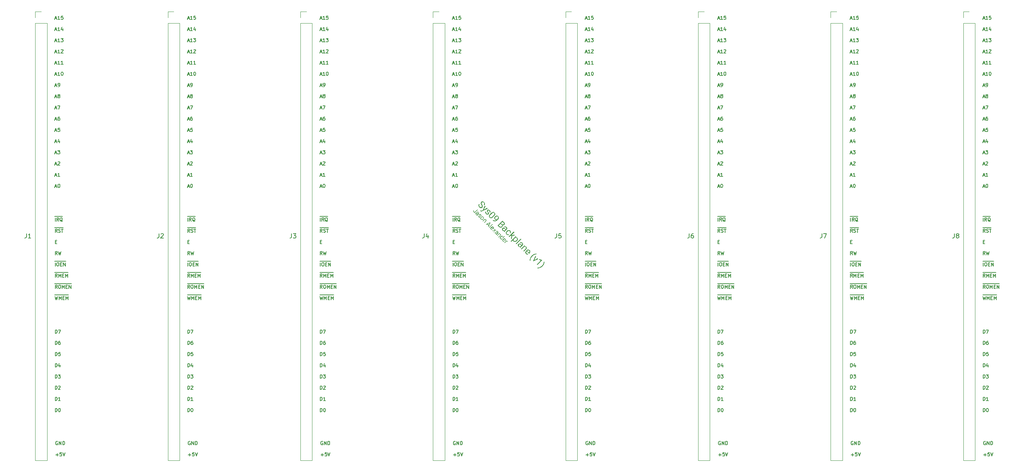
<source format=gto>
%TF.GenerationSoftware,KiCad,Pcbnew,7.0.1*%
%TF.CreationDate,2024-02-11T09:16:21+00:00*%
%TF.ProjectId,Sys09Backplane,53797330-3942-4616-936b-706c616e652e,rev?*%
%TF.SameCoordinates,Original*%
%TF.FileFunction,Legend,Top*%
%TF.FilePolarity,Positive*%
%FSLAX46Y46*%
G04 Gerber Fmt 4.6, Leading zero omitted, Abs format (unit mm)*
G04 Created by KiCad (PCBNEW 7.0.1) date 2024-02-11 09:16:21*
%MOMM*%
%LPD*%
G01*
G04 APERTURE LIST*
%ADD10C,0.150000*%
%ADD11C,0.127000*%
%ADD12C,0.120000*%
G04 APERTURE END LIST*
D10*
G36*
X129630252Y-73947164D02*
G01*
X129622230Y-73932515D01*
X129614449Y-73918012D01*
X129606910Y-73903657D01*
X129599613Y-73889449D01*
X129592558Y-73875387D01*
X129585744Y-73861473D01*
X129579171Y-73847706D01*
X129572840Y-73834085D01*
X129560904Y-73807286D01*
X129549934Y-73781074D01*
X129539930Y-73755451D01*
X129530892Y-73730416D01*
X129522821Y-73705969D01*
X129515717Y-73682110D01*
X129509579Y-73658839D01*
X129504408Y-73636156D01*
X129500202Y-73614061D01*
X129496964Y-73592555D01*
X129494692Y-73571636D01*
X129493386Y-73551306D01*
X129493094Y-73531455D01*
X129493731Y-73511973D01*
X129495298Y-73492862D01*
X129497795Y-73474121D01*
X129501220Y-73455751D01*
X129505575Y-73437750D01*
X129510860Y-73420120D01*
X129517074Y-73402859D01*
X129524218Y-73385969D01*
X129532291Y-73369449D01*
X129541293Y-73353299D01*
X129551225Y-73337519D01*
X129562086Y-73322109D01*
X129573877Y-73307069D01*
X129586597Y-73292400D01*
X129600247Y-73278101D01*
X129616460Y-73262683D01*
X129633122Y-73248408D01*
X129650233Y-73235277D01*
X129667791Y-73223288D01*
X129685798Y-73212444D01*
X129704253Y-73202742D01*
X129723156Y-73194184D01*
X129742508Y-73186769D01*
X129762308Y-73180497D01*
X129782556Y-73175369D01*
X129803253Y-73171384D01*
X129824397Y-73168542D01*
X129845990Y-73166844D01*
X129868032Y-73166288D01*
X129890521Y-73166877D01*
X129913459Y-73168608D01*
X129936565Y-73171444D01*
X129959495Y-73175410D01*
X129982247Y-73180508D01*
X130004823Y-73186736D01*
X130027222Y-73194095D01*
X130049445Y-73202586D01*
X130071490Y-73212207D01*
X130093358Y-73222959D01*
X130115050Y-73234843D01*
X130136565Y-73247857D01*
X130157903Y-73262002D01*
X130179064Y-73277278D01*
X130200048Y-73293685D01*
X130220856Y-73311223D01*
X130241487Y-73329892D01*
X130261940Y-73349692D01*
X130275530Y-73363617D01*
X130288598Y-73377690D01*
X130301143Y-73391911D01*
X130313166Y-73406281D01*
X130324667Y-73420798D01*
X130335646Y-73435463D01*
X130346102Y-73450277D01*
X130356036Y-73465238D01*
X130365447Y-73480348D01*
X130374337Y-73495605D01*
X130382704Y-73511011D01*
X130390548Y-73526565D01*
X130397871Y-73542267D01*
X130404671Y-73558116D01*
X130410949Y-73574114D01*
X130416704Y-73590260D01*
X130421950Y-73606486D01*
X130426632Y-73622659D01*
X130430751Y-73638778D01*
X130434306Y-73654844D01*
X130437298Y-73670856D01*
X130439726Y-73686815D01*
X130441591Y-73702720D01*
X130442893Y-73718572D01*
X130443631Y-73734370D01*
X130443806Y-73750115D01*
X130443417Y-73765807D01*
X130442465Y-73781445D01*
X130440950Y-73797029D01*
X130438871Y-73812560D01*
X130436228Y-73828038D01*
X130433023Y-73843462D01*
X130429327Y-73858760D01*
X130425147Y-73873792D01*
X130420485Y-73888559D01*
X130415339Y-73903061D01*
X130409710Y-73917298D01*
X130403597Y-73931269D01*
X130397002Y-73944975D01*
X130389923Y-73958416D01*
X130382361Y-73971592D01*
X130374316Y-73984502D01*
X130365788Y-73997147D01*
X130356776Y-74009527D01*
X130347281Y-74021642D01*
X130337303Y-74033491D01*
X130326842Y-74045075D01*
X130315897Y-74056394D01*
X130172978Y-73913474D01*
X130184778Y-73901189D01*
X130195765Y-73888745D01*
X130205941Y-73876143D01*
X130215304Y-73863383D01*
X130223855Y-73850465D01*
X130231594Y-73837388D01*
X130238520Y-73824152D01*
X130247387Y-73804003D01*
X130254427Y-73783497D01*
X130259639Y-73762635D01*
X130263023Y-73741416D01*
X130264580Y-73719841D01*
X130264309Y-73697910D01*
X130262233Y-73675796D01*
X130259802Y-73661102D01*
X130256535Y-73646447D01*
X130252430Y-73631831D01*
X130247489Y-73617254D01*
X130241711Y-73602716D01*
X130235096Y-73588217D01*
X130227644Y-73573757D01*
X130219355Y-73559336D01*
X130210229Y-73544955D01*
X130200267Y-73530612D01*
X130189467Y-73516309D01*
X130177831Y-73502044D01*
X130165357Y-73487819D01*
X130152047Y-73473633D01*
X130145078Y-73466554D01*
X130131917Y-73453757D01*
X130118754Y-73441686D01*
X130105588Y-73430340D01*
X130092421Y-73419721D01*
X130079251Y-73409827D01*
X130066080Y-73400659D01*
X130052906Y-73392217D01*
X130039731Y-73384501D01*
X130026553Y-73377510D01*
X130006783Y-73368386D01*
X129987008Y-73360895D01*
X129967228Y-73355037D01*
X129947444Y-73350812D01*
X129934252Y-73348902D01*
X129914711Y-73347465D01*
X129895567Y-73347693D01*
X129876822Y-73349587D01*
X129858474Y-73353147D01*
X129840524Y-73358372D01*
X129822972Y-73365262D01*
X129805818Y-73373818D01*
X129789062Y-73384040D01*
X129772704Y-73395927D01*
X129756744Y-73409480D01*
X129746325Y-73419441D01*
X129734559Y-73432187D01*
X129724135Y-73445554D01*
X129715053Y-73459540D01*
X129707313Y-73474146D01*
X129700914Y-73489372D01*
X129695857Y-73505219D01*
X129692142Y-73521685D01*
X129689769Y-73538771D01*
X129688737Y-73556477D01*
X129689047Y-73574803D01*
X129689999Y-73587365D01*
X129692678Y-73607084D01*
X129696865Y-73628042D01*
X129700494Y-73642703D01*
X129704794Y-73657916D01*
X129709764Y-73673679D01*
X129715404Y-73689994D01*
X129721715Y-73706859D01*
X129728696Y-73724276D01*
X129736347Y-73742244D01*
X129744669Y-73760763D01*
X129753661Y-73779832D01*
X129763324Y-73799453D01*
X129773657Y-73819626D01*
X129784660Y-73840349D01*
X129796333Y-73861623D01*
X129808148Y-73882974D01*
X129819442Y-73903929D01*
X129830216Y-73924486D01*
X129840469Y-73944647D01*
X129850203Y-73964411D01*
X129859416Y-73983778D01*
X129868109Y-74002748D01*
X129876281Y-74021322D01*
X129883934Y-74039498D01*
X129891066Y-74057278D01*
X129897678Y-74074661D01*
X129903770Y-74091646D01*
X129909341Y-74108236D01*
X129914392Y-74124428D01*
X129918923Y-74140223D01*
X129922934Y-74155621D01*
X129926504Y-74170696D01*
X129929646Y-74185585D01*
X129932360Y-74200290D01*
X129935630Y-74222000D01*
X129937937Y-74243293D01*
X129939282Y-74264170D01*
X129939664Y-74284630D01*
X129939084Y-74304674D01*
X129937542Y-74324302D01*
X129935037Y-74343513D01*
X129931571Y-74362308D01*
X129928725Y-74374607D01*
X129923720Y-74392782D01*
X129917689Y-74410688D01*
X129910630Y-74428327D01*
X129902544Y-74445696D01*
X129893431Y-74462798D01*
X129883291Y-74479631D01*
X129872124Y-74496196D01*
X129859930Y-74512493D01*
X129846708Y-74528521D01*
X129832460Y-74544281D01*
X129822390Y-74554638D01*
X129805777Y-74570452D01*
X129788770Y-74585059D01*
X129771371Y-74598458D01*
X129753579Y-74610651D01*
X129735394Y-74621637D01*
X129716817Y-74631415D01*
X129697847Y-74639987D01*
X129678484Y-74647352D01*
X129658728Y-74653509D01*
X129638580Y-74658460D01*
X129618038Y-74662203D01*
X129597105Y-74664739D01*
X129575778Y-74666069D01*
X129554058Y-74666191D01*
X129531946Y-74665106D01*
X129509441Y-74662815D01*
X129486846Y-74659343D01*
X129464331Y-74654717D01*
X129441896Y-74648938D01*
X129419541Y-74642005D01*
X129397266Y-74633919D01*
X129375072Y-74624679D01*
X129352958Y-74614286D01*
X129330923Y-74602739D01*
X129308970Y-74590038D01*
X129287096Y-74576184D01*
X129265302Y-74561176D01*
X129243589Y-74545015D01*
X129221956Y-74527700D01*
X129200403Y-74509231D01*
X129178931Y-74489609D01*
X129157538Y-74468834D01*
X129143877Y-74454842D01*
X129130663Y-74440634D01*
X129117894Y-74426210D01*
X129105572Y-74411570D01*
X129093696Y-74396715D01*
X129082266Y-74381643D01*
X129071282Y-74366356D01*
X129060745Y-74350853D01*
X129050654Y-74335133D01*
X129041009Y-74319198D01*
X129031810Y-74303047D01*
X129023057Y-74286680D01*
X129014751Y-74270097D01*
X129006891Y-74253299D01*
X128999477Y-74236284D01*
X128992509Y-74219053D01*
X128986124Y-74201763D01*
X128980324Y-74184570D01*
X128975110Y-74167473D01*
X128970483Y-74150472D01*
X128966441Y-74133569D01*
X128962985Y-74116762D01*
X128960116Y-74100052D01*
X128957832Y-74083438D01*
X128956135Y-74066921D01*
X128955023Y-74050500D01*
X128954498Y-74034177D01*
X128954559Y-74017949D01*
X128955205Y-74001819D01*
X128956438Y-73985785D01*
X128958257Y-73969848D01*
X128960662Y-73954007D01*
X128963706Y-73938342D01*
X128967312Y-73922929D01*
X128971479Y-73907769D01*
X128976207Y-73892862D01*
X128981497Y-73878208D01*
X128987348Y-73863807D01*
X128993761Y-73849659D01*
X129000735Y-73835763D01*
X129008270Y-73822121D01*
X129016366Y-73808731D01*
X129025024Y-73795595D01*
X129034244Y-73782711D01*
X129044024Y-73770081D01*
X129054366Y-73757703D01*
X129065270Y-73745578D01*
X129076735Y-73733706D01*
X129219654Y-73876626D01*
X129207890Y-73888953D01*
X129197010Y-73901523D01*
X129187015Y-73914336D01*
X129177903Y-73927391D01*
X129169676Y-73940689D01*
X129162333Y-73954230D01*
X129155875Y-73968013D01*
X129150300Y-73982039D01*
X129145610Y-73996307D01*
X129141803Y-74010818D01*
X129138881Y-74025572D01*
X129136844Y-74040569D01*
X129135690Y-74055808D01*
X129135421Y-74071289D01*
X129136036Y-74087014D01*
X129137535Y-74102981D01*
X129139887Y-74119038D01*
X129143062Y-74135034D01*
X129147059Y-74150968D01*
X129151879Y-74166840D01*
X129157522Y-74182651D01*
X129163987Y-74198400D01*
X129171274Y-74214088D01*
X129179384Y-74229713D01*
X129188316Y-74245277D01*
X129198071Y-74260779D01*
X129208649Y-74276220D01*
X129220049Y-74291599D01*
X129232271Y-74306916D01*
X129245316Y-74322172D01*
X129259184Y-74337366D01*
X129273874Y-74352498D01*
X129287898Y-74366162D01*
X129301872Y-74379057D01*
X129315797Y-74391182D01*
X129329673Y-74402539D01*
X129343500Y-74413127D01*
X129357277Y-74422946D01*
X129371004Y-74431995D01*
X129384683Y-74440276D01*
X129398312Y-74447788D01*
X129411891Y-74454530D01*
X129432168Y-74463202D01*
X129452334Y-74470144D01*
X129472389Y-74475355D01*
X129492333Y-74478835D01*
X129511988Y-74480630D01*
X129531175Y-74480782D01*
X129549895Y-74479291D01*
X129568148Y-74476158D01*
X129585934Y-74471383D01*
X129603252Y-74464965D01*
X129620103Y-74456904D01*
X129636486Y-74447202D01*
X129652403Y-74435856D01*
X129667852Y-74422869D01*
X129677892Y-74413298D01*
X129692038Y-74398176D01*
X129704569Y-74382716D01*
X129715485Y-74366918D01*
X129724787Y-74350783D01*
X129732474Y-74334310D01*
X129738547Y-74317499D01*
X129743004Y-74300350D01*
X129745847Y-74282864D01*
X129747076Y-74265040D01*
X129746690Y-74246878D01*
X129745535Y-74234582D01*
X129742509Y-74215195D01*
X129737873Y-74194244D01*
X129733888Y-74179408D01*
X129729188Y-74163877D01*
X129723771Y-74147651D01*
X129717639Y-74130730D01*
X129710792Y-74113114D01*
X129703229Y-74094803D01*
X129694950Y-74075797D01*
X129685956Y-74056095D01*
X129676247Y-74035699D01*
X129665821Y-74014608D01*
X129654680Y-73992822D01*
X129642824Y-73970340D01*
X129630252Y-73947164D01*
G37*
G36*
X130173767Y-75039196D02*
G01*
X130962852Y-74623334D01*
X131109456Y-74769939D01*
X129859502Y-75376096D01*
X129842405Y-75383678D01*
X129825527Y-75390695D01*
X129808869Y-75397148D01*
X129792430Y-75403038D01*
X129776211Y-75408363D01*
X129760212Y-75413125D01*
X129744431Y-75417323D01*
X129728871Y-75420956D01*
X129713530Y-75424026D01*
X129698408Y-75426532D01*
X129683506Y-75428474D01*
X129654360Y-75430666D01*
X129626093Y-75430602D01*
X129598703Y-75428283D01*
X129572191Y-75423707D01*
X129546558Y-75416876D01*
X129521802Y-75407790D01*
X129497925Y-75396447D01*
X129474925Y-75382849D01*
X129452804Y-75366995D01*
X129431561Y-75348886D01*
X129421268Y-75338985D01*
X129397317Y-75310822D01*
X129355994Y-75250022D01*
X129467066Y-75138950D01*
X129501282Y-75178957D01*
X129514292Y-75191467D01*
X129527265Y-75202941D01*
X129540201Y-75213379D01*
X129553100Y-75222780D01*
X129565962Y-75231145D01*
X129583054Y-75240686D01*
X129600080Y-75248385D01*
X129617040Y-75254241D01*
X129633935Y-75258255D01*
X129638148Y-75258971D01*
X129655511Y-75260649D01*
X129673911Y-75260419D01*
X129693347Y-75258280D01*
X129708604Y-75255424D01*
X129724444Y-75251494D01*
X129740867Y-75246491D01*
X129757873Y-75240415D01*
X129775461Y-75233265D01*
X129793633Y-75225042D01*
X129806072Y-75218964D01*
X129918723Y-75167376D01*
X130426969Y-74087452D01*
X130576469Y-74236951D01*
X130173767Y-75039196D01*
G37*
G36*
X131095506Y-75954092D02*
G01*
X131108218Y-75940072D01*
X131118849Y-75925518D01*
X131127399Y-75910429D01*
X131133868Y-75894805D01*
X131138256Y-75878647D01*
X131140563Y-75861954D01*
X131140790Y-75844726D01*
X131138935Y-75826964D01*
X131134999Y-75808034D01*
X131130595Y-75792741D01*
X131124947Y-75776508D01*
X131118054Y-75759337D01*
X131109917Y-75741226D01*
X131100535Y-75722176D01*
X131093588Y-75708954D01*
X131086089Y-75695314D01*
X131078037Y-75681258D01*
X131069431Y-75666784D01*
X131060273Y-75651892D01*
X131050561Y-75636583D01*
X131045497Y-75628772D01*
X131035466Y-75613145D01*
X131025835Y-75597784D01*
X131016606Y-75582688D01*
X131007777Y-75567857D01*
X130999349Y-75553291D01*
X130991323Y-75538991D01*
X130983697Y-75524956D01*
X130976472Y-75511186D01*
X130969649Y-75497681D01*
X130960165Y-75477922D01*
X130951583Y-75458759D01*
X130943904Y-75440193D01*
X130937126Y-75422224D01*
X130933110Y-75410576D01*
X130927865Y-75393482D01*
X130923384Y-75376743D01*
X130919667Y-75360361D01*
X130916713Y-75344335D01*
X130914522Y-75328666D01*
X130913095Y-75313352D01*
X130912431Y-75298395D01*
X130912733Y-75279006D01*
X130914393Y-75260251D01*
X130916528Y-75246600D01*
X130920595Y-75228838D01*
X130926085Y-75211479D01*
X130932999Y-75194523D01*
X130941335Y-75177970D01*
X130951094Y-75161820D01*
X130962276Y-75146073D01*
X130974881Y-75130729D01*
X130985268Y-75119486D01*
X130988909Y-75115788D01*
X131001354Y-75103992D01*
X131014213Y-75093083D01*
X131027486Y-75083059D01*
X131041171Y-75073922D01*
X131055270Y-75065672D01*
X131069782Y-75058307D01*
X131084708Y-75051829D01*
X131100046Y-75046237D01*
X131115799Y-75041531D01*
X131131964Y-75037711D01*
X131148543Y-75034778D01*
X131165535Y-75032731D01*
X131182940Y-75031570D01*
X131200759Y-75031296D01*
X131218991Y-75031907D01*
X131237636Y-75033405D01*
X131256437Y-75035824D01*
X131275069Y-75039130D01*
X131293532Y-75043325D01*
X131311827Y-75048408D01*
X131329953Y-75054379D01*
X131347910Y-75061239D01*
X131365699Y-75068987D01*
X131383319Y-75077624D01*
X131400771Y-75087148D01*
X131418054Y-75097561D01*
X131435168Y-75108863D01*
X131452114Y-75121052D01*
X131468891Y-75134130D01*
X131485500Y-75148096D01*
X131501940Y-75162951D01*
X131518211Y-75178694D01*
X131534777Y-75195810D01*
X131550388Y-75213075D01*
X131565045Y-75230487D01*
X131578748Y-75248048D01*
X131591497Y-75265757D01*
X131603292Y-75283613D01*
X131614132Y-75301618D01*
X131624019Y-75319771D01*
X131632951Y-75338072D01*
X131640930Y-75356521D01*
X131647954Y-75375118D01*
X131654024Y-75393863D01*
X131659140Y-75412756D01*
X131663302Y-75431797D01*
X131666510Y-75450986D01*
X131668764Y-75470323D01*
X131670089Y-75489524D01*
X131670446Y-75508369D01*
X131669834Y-75526858D01*
X131668254Y-75544991D01*
X131665705Y-75562769D01*
X131662188Y-75580190D01*
X131657702Y-75597256D01*
X131652248Y-75613967D01*
X131645825Y-75630321D01*
X131638434Y-75646320D01*
X131630074Y-75661963D01*
X131620745Y-75677251D01*
X131610449Y-75692182D01*
X131599183Y-75706758D01*
X131586949Y-75720979D01*
X131573747Y-75734843D01*
X131436092Y-75597188D01*
X131449178Y-75582604D01*
X131460273Y-75567018D01*
X131469379Y-75550428D01*
X131476493Y-75532834D01*
X131481618Y-75514237D01*
X131484751Y-75494637D01*
X131485795Y-75479278D01*
X131485720Y-75463355D01*
X131485048Y-75452426D01*
X131483186Y-75435983D01*
X131480168Y-75419817D01*
X131475993Y-75403929D01*
X131470662Y-75388319D01*
X131464174Y-75372986D01*
X131456529Y-75357931D01*
X131447728Y-75343154D01*
X131437770Y-75328654D01*
X131426655Y-75314432D01*
X131414384Y-75300487D01*
X131405560Y-75291345D01*
X131391549Y-75277898D01*
X131377547Y-75265590D01*
X131363555Y-75254420D01*
X131349572Y-75244388D01*
X131335598Y-75235494D01*
X131321633Y-75227738D01*
X131307678Y-75221120D01*
X131293731Y-75215641D01*
X131275151Y-75210106D01*
X131256587Y-75206593D01*
X131238380Y-75205059D01*
X131220873Y-75205458D01*
X131204065Y-75207790D01*
X131187956Y-75212055D01*
X131172547Y-75218252D01*
X131157836Y-75226383D01*
X131143825Y-75236446D01*
X131130512Y-75248443D01*
X131119260Y-75260920D01*
X131109982Y-75273875D01*
X131102678Y-75287306D01*
X131097349Y-75301215D01*
X131093462Y-75319272D01*
X131092574Y-75334254D01*
X131093660Y-75349713D01*
X131095769Y-75361620D01*
X131100404Y-75378568D01*
X131107071Y-75397432D01*
X131113404Y-75412838D01*
X131120880Y-75429322D01*
X131129498Y-75446884D01*
X131139260Y-75465524D01*
X131150164Y-75485242D01*
X131158068Y-75498986D01*
X131166480Y-75513209D01*
X131175401Y-75527912D01*
X131184829Y-75543093D01*
X131189733Y-75550864D01*
X131199516Y-75566439D01*
X131208926Y-75581778D01*
X131217965Y-75596880D01*
X131226631Y-75611746D01*
X131234925Y-75626375D01*
X131242847Y-75640768D01*
X131250396Y-75654925D01*
X131257574Y-75668845D01*
X131264379Y-75682528D01*
X131270812Y-75695975D01*
X131279764Y-75715702D01*
X131287878Y-75734897D01*
X131295155Y-75753561D01*
X131301595Y-75771692D01*
X131307208Y-75789381D01*
X131312008Y-75806718D01*
X131315993Y-75823704D01*
X131319163Y-75840338D01*
X131321520Y-75856621D01*
X131323062Y-75872552D01*
X131323790Y-75888131D01*
X131323704Y-75903359D01*
X131322803Y-75918235D01*
X131320336Y-75937523D01*
X131319492Y-75942247D01*
X131315285Y-75960890D01*
X131309507Y-75979178D01*
X131302158Y-75997113D01*
X131293238Y-76014694D01*
X131285517Y-76027648D01*
X131276912Y-76040403D01*
X131267424Y-76052959D01*
X131257052Y-76065316D01*
X131245796Y-76077474D01*
X131241847Y-76081482D01*
X131228319Y-76094338D01*
X131214450Y-76106190D01*
X131200239Y-76117039D01*
X131185686Y-76126885D01*
X131170793Y-76135727D01*
X131155558Y-76143565D01*
X131139981Y-76150400D01*
X131124064Y-76156232D01*
X131107805Y-76161060D01*
X131091204Y-76164885D01*
X131074263Y-76167706D01*
X131056980Y-76169524D01*
X131039355Y-76170338D01*
X131021390Y-76170149D01*
X131003083Y-76168956D01*
X130984434Y-76166760D01*
X130965701Y-76163644D01*
X130947072Y-76159625D01*
X130928548Y-76154703D01*
X130910129Y-76148879D01*
X130891814Y-76142152D01*
X130873605Y-76134522D01*
X130855500Y-76125989D01*
X130837501Y-76116554D01*
X130819606Y-76106216D01*
X130801816Y-76094975D01*
X130784131Y-76082832D01*
X130766551Y-76069786D01*
X130749076Y-76055837D01*
X130731705Y-76040986D01*
X130714440Y-76025232D01*
X130697279Y-76008575D01*
X130685488Y-75996519D01*
X130674134Y-75984368D01*
X130663215Y-75972123D01*
X130652732Y-75959783D01*
X130642685Y-75947349D01*
X130633074Y-75934820D01*
X130623899Y-75922197D01*
X130615160Y-75909479D01*
X130606856Y-75896666D01*
X130598989Y-75883759D01*
X130591558Y-75870757D01*
X130581228Y-75851077D01*
X130571879Y-75831184D01*
X130563511Y-75811078D01*
X130560940Y-75804329D01*
X130554006Y-75784092D01*
X130548108Y-75763948D01*
X130543247Y-75743896D01*
X130539423Y-75723937D01*
X130536634Y-75704070D01*
X130534883Y-75684296D01*
X130534167Y-75664614D01*
X130534488Y-75645025D01*
X130535845Y-75625528D01*
X130538238Y-75606124D01*
X130540410Y-75593239D01*
X130544468Y-75574223D01*
X130549438Y-75555767D01*
X130555319Y-75537870D01*
X130562112Y-75520534D01*
X130569816Y-75503757D01*
X130578431Y-75487540D01*
X130587958Y-75471882D01*
X130598397Y-75456785D01*
X130609747Y-75442247D01*
X130622008Y-75428269D01*
X130630689Y-75419262D01*
X130767818Y-75556391D01*
X130756250Y-75570178D01*
X130746023Y-75584299D01*
X130737139Y-75598752D01*
X130729596Y-75613539D01*
X130723394Y-75628659D01*
X130718535Y-75644112D01*
X130715017Y-75659898D01*
X130712841Y-75676017D01*
X130712007Y-75692469D01*
X130712514Y-75709255D01*
X130713598Y-75720630D01*
X130716361Y-75737786D01*
X130720405Y-75754808D01*
X130725731Y-75771696D01*
X130732339Y-75788450D01*
X130740228Y-75805070D01*
X130749399Y-75821555D01*
X130759851Y-75837906D01*
X130771585Y-75854124D01*
X130784600Y-75870207D01*
X130798897Y-75886155D01*
X130809141Y-75896713D01*
X130823704Y-75910730D01*
X130838276Y-75923665D01*
X130852858Y-75935517D01*
X130867448Y-75946286D01*
X130882049Y-75955973D01*
X130896658Y-75964577D01*
X130911277Y-75972098D01*
X130925904Y-75978537D01*
X130940541Y-75983893D01*
X130955188Y-75988166D01*
X130964957Y-75990414D01*
X130984155Y-75993301D01*
X131002530Y-75994066D01*
X131020082Y-75992709D01*
X131036812Y-75989229D01*
X131052719Y-75983628D01*
X131067804Y-75975905D01*
X131082066Y-75966059D01*
X131095506Y-75954092D01*
G37*
G36*
X132337696Y-75556029D02*
G01*
X132361688Y-75559165D01*
X132385500Y-75563933D01*
X132409131Y-75570335D01*
X132432580Y-75578368D01*
X132455849Y-75588035D01*
X132478937Y-75599334D01*
X132501844Y-75612266D01*
X132524570Y-75626831D01*
X132547115Y-75643028D01*
X132569479Y-75660858D01*
X132591662Y-75680321D01*
X132602686Y-75690664D01*
X132613665Y-75701416D01*
X132624339Y-75712309D01*
X132634616Y-75723241D01*
X132653976Y-75745223D01*
X132671744Y-75767361D01*
X132687921Y-75789655D01*
X132702506Y-75812106D01*
X132715500Y-75834712D01*
X132726902Y-75857475D01*
X132736712Y-75880395D01*
X132744931Y-75903470D01*
X132751559Y-75926702D01*
X132756594Y-75950090D01*
X132760039Y-75973634D01*
X132761891Y-75997335D01*
X132762152Y-76021192D01*
X132760822Y-76045205D01*
X132757900Y-76069375D01*
X132753428Y-76093816D01*
X132747380Y-76118577D01*
X132739758Y-76143660D01*
X132730560Y-76169063D01*
X132719787Y-76194787D01*
X132707439Y-76220832D01*
X132693516Y-76247198D01*
X132685964Y-76260501D01*
X132678018Y-76273884D01*
X132669678Y-76287347D01*
X132660945Y-76300891D01*
X132651817Y-76314515D01*
X132642296Y-76328219D01*
X132632381Y-76342003D01*
X132622073Y-76355868D01*
X132611370Y-76369812D01*
X132600274Y-76383837D01*
X132588784Y-76397942D01*
X132576900Y-76412128D01*
X132564623Y-76426393D01*
X132551952Y-76440739D01*
X132538886Y-76455164D01*
X132525428Y-76469670D01*
X132511575Y-76484257D01*
X132497329Y-76498923D01*
X132318877Y-76677375D01*
X132303816Y-76692275D01*
X132288838Y-76706772D01*
X132273943Y-76720865D01*
X132259129Y-76734556D01*
X132244398Y-76747844D01*
X132229749Y-76760728D01*
X132215183Y-76773210D01*
X132200698Y-76785289D01*
X132186296Y-76796964D01*
X132171976Y-76808237D01*
X132157738Y-76819106D01*
X132143583Y-76829573D01*
X132129510Y-76839636D01*
X132115519Y-76849296D01*
X132101610Y-76858554D01*
X132087784Y-76867408D01*
X132074040Y-76875859D01*
X132060378Y-76883908D01*
X132046798Y-76891553D01*
X132033301Y-76898795D01*
X132019885Y-76905634D01*
X131993302Y-76918104D01*
X131967047Y-76928961D01*
X131941122Y-76938206D01*
X131915525Y-76945839D01*
X131890258Y-76951859D01*
X131877747Y-76954265D01*
X131852905Y-76957853D01*
X131828257Y-76959801D01*
X131803801Y-76960107D01*
X131779539Y-76958773D01*
X131755471Y-76955797D01*
X131731595Y-76951181D01*
X131707913Y-76944924D01*
X131684424Y-76937025D01*
X131661129Y-76927486D01*
X131638026Y-76916306D01*
X131615117Y-76903485D01*
X131592402Y-76889024D01*
X131569879Y-76872921D01*
X131547550Y-76855177D01*
X131525414Y-76835793D01*
X131514419Y-76825485D01*
X131503472Y-76814767D01*
X131492896Y-76803968D01*
X131472942Y-76782221D01*
X131454584Y-76760276D01*
X131437821Y-76738134D01*
X131422654Y-76715795D01*
X131409082Y-76693258D01*
X131397107Y-76670524D01*
X131386727Y-76647592D01*
X131377942Y-76624463D01*
X131370753Y-76601137D01*
X131365160Y-76577613D01*
X131361163Y-76553891D01*
X131358841Y-76530771D01*
X131537359Y-76530771D01*
X131538021Y-76546472D01*
X131539745Y-76561927D01*
X131542529Y-76577136D01*
X131546374Y-76592097D01*
X131551280Y-76606812D01*
X131557248Y-76621280D01*
X131564276Y-76635501D01*
X131572365Y-76649476D01*
X131581516Y-76663203D01*
X131591727Y-76676684D01*
X131603000Y-76689918D01*
X131615333Y-76702906D01*
X131628104Y-76715062D01*
X131641082Y-76726195D01*
X131654268Y-76736307D01*
X131667661Y-76745397D01*
X131681263Y-76753465D01*
X131695072Y-76760510D01*
X131709088Y-76766534D01*
X131723313Y-76771536D01*
X131737745Y-76775516D01*
X131752384Y-76778474D01*
X131767232Y-76780410D01*
X131782287Y-76781324D01*
X131797549Y-76781216D01*
X131813020Y-76780086D01*
X131828698Y-76777934D01*
X131844584Y-76774760D01*
X131860777Y-76770506D01*
X131877311Y-76765178D01*
X131894187Y-76758777D01*
X131911404Y-76751302D01*
X131928963Y-76742754D01*
X131946863Y-76733133D01*
X131965104Y-76722438D01*
X131983687Y-76710670D01*
X132002611Y-76697829D01*
X132021876Y-76683914D01*
X132041483Y-76668926D01*
X132061430Y-76652864D01*
X132081720Y-76635729D01*
X132102350Y-76617521D01*
X132123322Y-76598239D01*
X132144636Y-76577884D01*
X132369938Y-76352582D01*
X132380721Y-76341704D01*
X132391223Y-76330915D01*
X132411384Y-76309606D01*
X132430423Y-76288654D01*
X132448340Y-76268061D01*
X132465133Y-76247825D01*
X132480804Y-76227947D01*
X132495352Y-76208426D01*
X132508778Y-76189264D01*
X132521081Y-76170459D01*
X132532261Y-76152012D01*
X132542318Y-76133923D01*
X132551252Y-76116192D01*
X132559064Y-76098819D01*
X132565753Y-76081803D01*
X132571320Y-76065145D01*
X132575763Y-76048845D01*
X132579142Y-76032845D01*
X132581447Y-76017022D01*
X132582678Y-76001376D01*
X132582837Y-75985906D01*
X132581922Y-75970614D01*
X132579933Y-75955498D01*
X132576872Y-75940559D01*
X132572736Y-75925797D01*
X132567528Y-75911212D01*
X132561246Y-75896804D01*
X132553891Y-75882572D01*
X132545462Y-75868518D01*
X132535960Y-75854640D01*
X132525384Y-75840939D01*
X132513736Y-75827415D01*
X132501013Y-75814067D01*
X132487797Y-75801474D01*
X132474401Y-75789947D01*
X132460827Y-75779488D01*
X132447073Y-75770096D01*
X132433141Y-75761771D01*
X132419030Y-75754513D01*
X132404739Y-75748323D01*
X132390270Y-75743200D01*
X132375623Y-75739144D01*
X132360796Y-75736155D01*
X132345790Y-75734233D01*
X132330606Y-75733379D01*
X132315242Y-75733592D01*
X132299700Y-75734872D01*
X132283978Y-75737219D01*
X132268078Y-75740633D01*
X132251970Y-75745066D01*
X132235560Y-75750532D01*
X132218848Y-75757033D01*
X132201833Y-75764569D01*
X132184516Y-75773138D01*
X132166897Y-75782742D01*
X132148976Y-75793380D01*
X132130752Y-75805053D01*
X132112226Y-75817759D01*
X132093397Y-75831500D01*
X132074267Y-75846276D01*
X132054834Y-75862085D01*
X132035099Y-75878929D01*
X132015061Y-75896808D01*
X131994722Y-75915720D01*
X131974080Y-75935667D01*
X131754042Y-76155706D01*
X131743208Y-76166638D01*
X131732653Y-76177489D01*
X131712377Y-76198949D01*
X131693214Y-76220087D01*
X131675163Y-76240901D01*
X131658224Y-76261393D01*
X131642398Y-76281562D01*
X131627684Y-76301408D01*
X131614083Y-76320932D01*
X131601594Y-76340132D01*
X131590218Y-76359010D01*
X131579954Y-76377565D01*
X131570803Y-76395797D01*
X131562764Y-76413706D01*
X131555837Y-76431292D01*
X131550023Y-76448556D01*
X131545321Y-76465496D01*
X131541739Y-76482185D01*
X131539218Y-76498627D01*
X131537758Y-76514822D01*
X131537359Y-76530771D01*
X131358841Y-76530771D01*
X131358761Y-76529973D01*
X131357955Y-76505857D01*
X131358745Y-76481543D01*
X131361130Y-76457033D01*
X131362921Y-76444703D01*
X131367657Y-76419863D01*
X131373902Y-76394760D01*
X131381656Y-76369394D01*
X131390919Y-76343765D01*
X131401692Y-76317872D01*
X131413974Y-76291716D01*
X131427766Y-76265297D01*
X131435227Y-76251989D01*
X131443067Y-76238615D01*
X131451283Y-76225175D01*
X131459877Y-76211669D01*
X131468848Y-76198098D01*
X131478196Y-76184461D01*
X131487922Y-76170758D01*
X131498025Y-76156989D01*
X131508505Y-76143154D01*
X131519363Y-76129254D01*
X131530598Y-76115287D01*
X131542210Y-76101255D01*
X131554200Y-76087157D01*
X131566567Y-76072994D01*
X131579311Y-76058764D01*
X131592433Y-76044469D01*
X131605931Y-76030108D01*
X131619808Y-76015681D01*
X131803524Y-75831965D01*
X131818388Y-75817261D01*
X131833173Y-75802957D01*
X131847879Y-75789053D01*
X131862506Y-75775549D01*
X131877054Y-75762445D01*
X131891522Y-75749741D01*
X131905912Y-75737436D01*
X131920222Y-75725532D01*
X131934453Y-75714028D01*
X131948605Y-75702923D01*
X131962677Y-75692219D01*
X131976671Y-75681914D01*
X131990585Y-75672010D01*
X132004420Y-75662505D01*
X132018176Y-75653401D01*
X132031853Y-75644696D01*
X132045451Y-75636391D01*
X132058969Y-75628486D01*
X132072408Y-75620981D01*
X132085769Y-75613876D01*
X132112251Y-75600866D01*
X132138418Y-75589456D01*
X132164267Y-75579645D01*
X132189800Y-75571435D01*
X132215016Y-75564824D01*
X132239915Y-75559813D01*
X132264632Y-75556418D01*
X132289167Y-75554655D01*
X132313522Y-75554526D01*
X132337696Y-75556029D01*
G37*
G36*
X133143516Y-76390417D02*
G01*
X133158989Y-76391404D01*
X133174410Y-76392984D01*
X133189776Y-76395155D01*
X133205089Y-76397919D01*
X133220349Y-76401275D01*
X133235531Y-76405174D01*
X133250547Y-76409635D01*
X133265397Y-76414658D01*
X133280080Y-76420242D01*
X133294596Y-76426387D01*
X133308946Y-76433093D01*
X133323129Y-76440361D01*
X133337145Y-76448191D01*
X133350995Y-76456581D01*
X133364679Y-76465533D01*
X133378196Y-76475047D01*
X133391546Y-76485121D01*
X133404730Y-76495757D01*
X133417747Y-76506955D01*
X133430598Y-76518714D01*
X133443282Y-76531034D01*
X133462521Y-76551208D01*
X133480295Y-76571789D01*
X133496606Y-76592778D01*
X133511452Y-76614173D01*
X133524834Y-76635976D01*
X133536752Y-76658186D01*
X133547207Y-76680803D01*
X133556197Y-76703827D01*
X133563723Y-76727258D01*
X133569785Y-76751097D01*
X133574382Y-76775342D01*
X133577516Y-76799995D01*
X133579186Y-76825055D01*
X133579391Y-76850522D01*
X133578133Y-76876396D01*
X133575410Y-76902677D01*
X133571288Y-76929175D01*
X133565762Y-76955631D01*
X133558835Y-76982046D01*
X133550505Y-77008419D01*
X133540772Y-77034752D01*
X133529638Y-77061044D01*
X133517101Y-77087294D01*
X133503161Y-77113503D01*
X133495665Y-77126593D01*
X133487819Y-77139672D01*
X133479622Y-77152740D01*
X133471075Y-77165799D01*
X133462177Y-77178847D01*
X133452928Y-77191885D01*
X133443329Y-77204912D01*
X133433379Y-77217929D01*
X133423079Y-77230936D01*
X133412428Y-77243933D01*
X133401426Y-77256920D01*
X133390074Y-77269896D01*
X133378371Y-77282862D01*
X133366318Y-77295817D01*
X133353914Y-77308762D01*
X133341159Y-77321698D01*
X133301152Y-77361704D01*
X133281506Y-77381108D01*
X133261948Y-77399936D01*
X133242480Y-77418189D01*
X133223100Y-77435866D01*
X133203809Y-77452968D01*
X133184608Y-77469496D01*
X133165495Y-77485447D01*
X133146471Y-77500824D01*
X133127536Y-77515625D01*
X133108690Y-77529851D01*
X133089933Y-77543502D01*
X133071265Y-77556578D01*
X133052685Y-77569078D01*
X133034195Y-77581003D01*
X133015794Y-77592353D01*
X132997481Y-77603128D01*
X132979258Y-77613327D01*
X132961123Y-77622951D01*
X132943077Y-77632000D01*
X132925121Y-77640474D01*
X132907253Y-77648372D01*
X132889474Y-77655696D01*
X132871784Y-77662444D01*
X132854183Y-77668616D01*
X132836671Y-77674214D01*
X132819248Y-77679236D01*
X132801914Y-77683683D01*
X132784669Y-77687555D01*
X132767512Y-77690851D01*
X132750445Y-77693572D01*
X132733467Y-77695718D01*
X132716577Y-77697289D01*
X132699779Y-77698310D01*
X132683008Y-77698809D01*
X132666266Y-77698783D01*
X132649551Y-77698235D01*
X132632863Y-77697163D01*
X132616204Y-77695568D01*
X132599572Y-77693449D01*
X132582968Y-77690808D01*
X132566392Y-77687643D01*
X132549844Y-77683954D01*
X132533323Y-77679742D01*
X132516830Y-77675007D01*
X132500365Y-77669749D01*
X132483928Y-77663967D01*
X132467518Y-77657662D01*
X132451136Y-77650834D01*
X132434782Y-77643482D01*
X132418456Y-77635607D01*
X132402157Y-77627209D01*
X132385886Y-77618287D01*
X132369643Y-77608842D01*
X132353428Y-77598874D01*
X132337241Y-77588382D01*
X132321081Y-77577367D01*
X132304949Y-77565829D01*
X132288845Y-77553767D01*
X132272768Y-77541182D01*
X132256719Y-77528074D01*
X132240698Y-77514442D01*
X132224705Y-77500287D01*
X132208740Y-77485609D01*
X132192802Y-77470408D01*
X132166218Y-77443824D01*
X132281765Y-77328278D01*
X132310717Y-77357230D01*
X132332276Y-77377432D01*
X132353854Y-77396386D01*
X132375450Y-77414091D01*
X132397064Y-77430549D01*
X132418698Y-77445758D01*
X132440349Y-77459719D01*
X132462019Y-77472432D01*
X132483708Y-77483897D01*
X132505415Y-77494113D01*
X132527140Y-77503082D01*
X132548885Y-77510802D01*
X132570647Y-77517274D01*
X132592428Y-77522498D01*
X132614228Y-77526474D01*
X132636046Y-77529202D01*
X132657883Y-77530681D01*
X132679852Y-77530831D01*
X132701936Y-77529571D01*
X132724136Y-77526900D01*
X132746451Y-77522818D01*
X132768881Y-77517326D01*
X132791426Y-77510423D01*
X132814086Y-77502109D01*
X132836861Y-77492385D01*
X132859752Y-77481250D01*
X132882757Y-77468705D01*
X132905878Y-77454749D01*
X132929114Y-77439382D01*
X132952465Y-77422605D01*
X132975931Y-77404417D01*
X132987708Y-77394795D01*
X132999513Y-77384819D01*
X133011347Y-77374491D01*
X133023209Y-77363810D01*
X133005473Y-77365162D01*
X132987797Y-77365861D01*
X132970181Y-77365908D01*
X132952626Y-77365303D01*
X132935130Y-77364045D01*
X132917695Y-77362135D01*
X132900319Y-77359573D01*
X132883004Y-77356358D01*
X132865749Y-77352491D01*
X132848554Y-77347972D01*
X132837124Y-77344596D01*
X132820272Y-77338939D01*
X132803766Y-77332527D01*
X132787608Y-77325361D01*
X132771796Y-77317441D01*
X132756332Y-77308767D01*
X132741214Y-77299339D01*
X132726444Y-77289156D01*
X132712020Y-77278220D01*
X132697944Y-77266529D01*
X132684214Y-77254084D01*
X132675254Y-77245368D01*
X132663882Y-77233634D01*
X132653059Y-77221725D01*
X132642785Y-77209642D01*
X132633059Y-77197383D01*
X132623883Y-77184950D01*
X132615256Y-77172342D01*
X132607178Y-77159559D01*
X132599649Y-77146601D01*
X132589385Y-77126837D01*
X132580356Y-77106680D01*
X132572562Y-77086129D01*
X132566004Y-77065185D01*
X132560681Y-77043848D01*
X132559181Y-77036648D01*
X132555543Y-77014878D01*
X132553117Y-76992997D01*
X132552723Y-76985847D01*
X132738000Y-76985847D01*
X132739076Y-77007779D01*
X132742063Y-77029069D01*
X132746960Y-77049715D01*
X132753768Y-77069718D01*
X132762487Y-77089078D01*
X132773117Y-77107795D01*
X132785657Y-77125869D01*
X132795079Y-77137561D01*
X132805350Y-77148967D01*
X132810804Y-77154563D01*
X132823969Y-77166974D01*
X132837703Y-77178446D01*
X132852006Y-77188978D01*
X132866879Y-77198572D01*
X132882320Y-77207226D01*
X132898331Y-77214941D01*
X132914910Y-77221716D01*
X132932059Y-77227553D01*
X132949776Y-77232450D01*
X132968063Y-77236408D01*
X132980570Y-77238525D01*
X132999424Y-77240929D01*
X133018083Y-77242418D01*
X133036548Y-77242990D01*
X133054818Y-77242646D01*
X133072895Y-77241386D01*
X133090777Y-77239210D01*
X133108464Y-77236118D01*
X133125957Y-77232110D01*
X133143256Y-77227185D01*
X133160361Y-77221345D01*
X133171656Y-77216942D01*
X133227455Y-77161143D01*
X133244168Y-77143974D01*
X133260023Y-77126750D01*
X133275020Y-77109470D01*
X133289160Y-77092135D01*
X133302443Y-77074744D01*
X133314868Y-77057297D01*
X133326435Y-77039795D01*
X133337145Y-77022238D01*
X133346998Y-77004625D01*
X133355993Y-76986956D01*
X133364131Y-76969232D01*
X133371411Y-76951452D01*
X133377834Y-76933617D01*
X133383399Y-76915727D01*
X133388107Y-76897780D01*
X133391958Y-76879779D01*
X133394955Y-76861931D01*
X133397037Y-76844513D01*
X133398204Y-76827526D01*
X133398455Y-76810967D01*
X133397792Y-76794839D01*
X133396214Y-76779140D01*
X133393721Y-76763871D01*
X133390313Y-76749032D01*
X133385989Y-76734623D01*
X133380751Y-76720643D01*
X133371178Y-76700480D01*
X133363652Y-76687574D01*
X133355211Y-76675099D01*
X133345855Y-76663053D01*
X133335583Y-76651437D01*
X133330105Y-76645791D01*
X133318651Y-76634888D01*
X133306926Y-76624817D01*
X133294930Y-76615576D01*
X133276427Y-76603272D01*
X133257312Y-76592837D01*
X133237588Y-76584272D01*
X133217252Y-76577576D01*
X133196306Y-76572749D01*
X133174749Y-76569791D01*
X133152581Y-76568702D01*
X133137463Y-76569014D01*
X133122074Y-76570158D01*
X133114278Y-76571041D01*
X133098656Y-76573404D01*
X133083113Y-76576543D01*
X133067648Y-76580461D01*
X133052260Y-76585155D01*
X133036951Y-76590627D01*
X133021721Y-76596876D01*
X133006568Y-76603902D01*
X132991493Y-76611706D01*
X132976497Y-76620287D01*
X132961579Y-76629645D01*
X132946738Y-76639780D01*
X132931976Y-76650693D01*
X132917293Y-76662383D01*
X132902687Y-76674850D01*
X132888159Y-76688094D01*
X132873710Y-76702116D01*
X132860054Y-76716185D01*
X132847118Y-76730361D01*
X132834902Y-76744644D01*
X132823405Y-76759034D01*
X132812628Y-76773531D01*
X132802571Y-76788134D01*
X132793233Y-76802845D01*
X132784615Y-76817663D01*
X132776717Y-76832587D01*
X132769539Y-76847618D01*
X132763080Y-76862757D01*
X132757341Y-76878002D01*
X132752321Y-76893354D01*
X132748022Y-76908813D01*
X132744442Y-76924379D01*
X132741581Y-76940052D01*
X132739539Y-76955603D01*
X132738345Y-76970868D01*
X132738000Y-76985847D01*
X132552723Y-76985847D01*
X132551904Y-76971005D01*
X132551902Y-76948903D01*
X132553113Y-76926689D01*
X132554593Y-76911818D01*
X132556613Y-76896897D01*
X132559171Y-76881927D01*
X132562267Y-76866908D01*
X132565903Y-76851840D01*
X132570077Y-76836722D01*
X132574790Y-76821555D01*
X132580042Y-76806339D01*
X132582870Y-76798712D01*
X132588941Y-76783525D01*
X132595442Y-76768497D01*
X132602372Y-76753627D01*
X132609733Y-76738915D01*
X132617523Y-76724362D01*
X132625743Y-76709967D01*
X132634393Y-76695730D01*
X132643472Y-76681652D01*
X132652982Y-76667732D01*
X132662921Y-76653971D01*
X132673289Y-76640367D01*
X132684088Y-76626922D01*
X132695316Y-76613636D01*
X132706974Y-76600507D01*
X132719062Y-76587537D01*
X132731580Y-76574726D01*
X132745341Y-76561285D01*
X132759253Y-76548335D01*
X132773315Y-76535877D01*
X132787527Y-76523911D01*
X132801889Y-76512436D01*
X132816401Y-76501452D01*
X132831064Y-76490960D01*
X132845876Y-76480959D01*
X132860838Y-76471450D01*
X132875951Y-76462432D01*
X132891214Y-76453906D01*
X132906627Y-76445871D01*
X132922190Y-76438328D01*
X132937903Y-76431276D01*
X132953766Y-76424715D01*
X132969779Y-76418646D01*
X132985841Y-76413119D01*
X133001849Y-76408184D01*
X133017803Y-76403841D01*
X133033705Y-76400090D01*
X133049552Y-76396932D01*
X133065347Y-76394365D01*
X133081087Y-76392391D01*
X133096775Y-76391010D01*
X133112409Y-76390220D01*
X133127989Y-76390023D01*
X133143516Y-76390417D01*
G37*
G36*
X134715082Y-77836524D02*
G01*
X134725899Y-77847481D01*
X134736406Y-77858409D01*
X134746602Y-77869306D01*
X134766062Y-77891013D01*
X134784281Y-77912599D01*
X134801258Y-77934067D01*
X134816992Y-77955415D01*
X134831485Y-77976644D01*
X134844736Y-77997754D01*
X134856744Y-78018744D01*
X134867511Y-78039616D01*
X134877036Y-78060368D01*
X134885318Y-78081000D01*
X134892359Y-78101514D01*
X134898158Y-78121908D01*
X134902714Y-78142183D01*
X134906029Y-78162338D01*
X134907221Y-78172372D01*
X134908679Y-78192332D01*
X134908907Y-78212140D01*
X134907905Y-78231796D01*
X134905674Y-78251300D01*
X134902214Y-78270651D01*
X134897523Y-78289851D01*
X134891603Y-78308898D01*
X134884454Y-78327793D01*
X134876074Y-78346536D01*
X134866465Y-78365127D01*
X134855627Y-78383566D01*
X134843558Y-78401852D01*
X134830260Y-78419986D01*
X134815733Y-78437969D01*
X134799976Y-78455799D01*
X134782989Y-78473476D01*
X134768746Y-78486965D01*
X134754051Y-78499398D01*
X134738901Y-78510776D01*
X134723299Y-78521100D01*
X134707243Y-78530369D01*
X134690734Y-78538582D01*
X134673771Y-78545741D01*
X134656355Y-78551845D01*
X134638485Y-78556895D01*
X134620162Y-78560889D01*
X134607695Y-78562966D01*
X134588844Y-78565178D01*
X134569895Y-78566386D01*
X134550850Y-78566591D01*
X134531707Y-78565791D01*
X134512467Y-78563987D01*
X134493130Y-78561180D01*
X134473696Y-78557368D01*
X134454165Y-78552553D01*
X134434537Y-78546733D01*
X134414811Y-78539910D01*
X134401607Y-78534803D01*
X134409120Y-78548849D01*
X134416001Y-78562957D01*
X134422248Y-78577127D01*
X134427861Y-78591359D01*
X134432841Y-78605652D01*
X134437188Y-78620007D01*
X134442521Y-78641655D01*
X134446429Y-78663442D01*
X134448912Y-78685367D01*
X134449970Y-78707432D01*
X134449603Y-78729635D01*
X134448567Y-78744514D01*
X134446897Y-78759455D01*
X134445825Y-78766948D01*
X134443252Y-78781824D01*
X134440075Y-78796510D01*
X134436294Y-78811006D01*
X134431908Y-78825314D01*
X134426917Y-78839432D01*
X134421322Y-78853361D01*
X134415123Y-78867102D01*
X134408318Y-78880652D01*
X134400910Y-78894014D01*
X134392896Y-78907187D01*
X134384278Y-78920170D01*
X134375056Y-78932964D01*
X134365229Y-78945569D01*
X134354797Y-78957985D01*
X134343761Y-78970212D01*
X134332121Y-78982249D01*
X134313705Y-78999929D01*
X134295042Y-79016383D01*
X134276132Y-79031612D01*
X134256976Y-79045615D01*
X134237573Y-79058393D01*
X134217923Y-79069945D01*
X134198027Y-79080272D01*
X134177884Y-79089373D01*
X134157493Y-79097248D01*
X134136857Y-79103898D01*
X134115973Y-79109323D01*
X134094843Y-79113522D01*
X134073466Y-79116495D01*
X134051842Y-79118243D01*
X134029971Y-79118765D01*
X134007854Y-79118062D01*
X133985670Y-79116149D01*
X133963533Y-79112975D01*
X133941443Y-79108540D01*
X133919401Y-79102846D01*
X133897406Y-79095890D01*
X133875458Y-79087674D01*
X133853558Y-79078198D01*
X133831705Y-79067461D01*
X133809899Y-79055464D01*
X133788141Y-79042206D01*
X133766429Y-79027688D01*
X133744766Y-79011909D01*
X133723149Y-78994869D01*
X133701580Y-78976570D01*
X133680058Y-78957009D01*
X133658583Y-78936188D01*
X133310365Y-78587970D01*
X133543036Y-78587970D01*
X133777814Y-78822748D01*
X133790258Y-78834784D01*
X133802781Y-78846086D01*
X133815385Y-78856655D01*
X133828069Y-78866489D01*
X133840834Y-78875589D01*
X133853678Y-78883955D01*
X133866603Y-78891587D01*
X133886141Y-78901658D01*
X133905858Y-78910078D01*
X133925757Y-78916846D01*
X133945836Y-78921962D01*
X133966095Y-78925427D01*
X133986535Y-78927239D01*
X134006907Y-78927375D01*
X134026965Y-78925808D01*
X134046708Y-78922539D01*
X134066137Y-78917567D01*
X134085251Y-78910892D01*
X134104051Y-78902515D01*
X134122536Y-78892435D01*
X134140706Y-78880652D01*
X134158562Y-78867167D01*
X134170291Y-78857231D01*
X134181880Y-78846539D01*
X134187622Y-78840909D01*
X134199544Y-78828573D01*
X134210667Y-78816209D01*
X134220991Y-78803815D01*
X134230516Y-78791393D01*
X134239242Y-78778943D01*
X134254298Y-78753955D01*
X134266159Y-78728852D01*
X134274824Y-78703634D01*
X134280294Y-78678300D01*
X134282568Y-78652852D01*
X134281647Y-78627288D01*
X134277530Y-78601609D01*
X134270218Y-78575815D01*
X134259711Y-78549906D01*
X134246008Y-78523882D01*
X134237958Y-78510827D01*
X134229109Y-78497743D01*
X134219461Y-78484630D01*
X134209015Y-78471488D01*
X134197770Y-78458318D01*
X134185726Y-78445118D01*
X134172883Y-78431890D01*
X133935999Y-78195007D01*
X133543036Y-78587970D01*
X133310365Y-78587970D01*
X133284571Y-78562176D01*
X133765707Y-78081040D01*
X134049967Y-78081040D01*
X134264741Y-78295814D01*
X134276420Y-78307136D01*
X134288166Y-78317808D01*
X134299977Y-78327830D01*
X134311854Y-78337203D01*
X134329793Y-78350043D01*
X134347880Y-78361422D01*
X134366115Y-78371338D01*
X134384498Y-78379792D01*
X134403030Y-78386785D01*
X134421709Y-78392315D01*
X134440536Y-78396383D01*
X134459511Y-78398990D01*
X134478456Y-78400083D01*
X134496993Y-78399613D01*
X134515123Y-78397579D01*
X134532846Y-78393981D01*
X134550162Y-78388819D01*
X134567071Y-78382093D01*
X134583573Y-78373804D01*
X134599667Y-78363951D01*
X134615355Y-78352534D01*
X134630635Y-78339553D01*
X134640595Y-78330030D01*
X134651162Y-78319059D01*
X134665550Y-78302544D01*
X134678184Y-78285960D01*
X134689065Y-78269307D01*
X134698193Y-78252584D01*
X134705567Y-78235792D01*
X134711187Y-78218930D01*
X134715055Y-78201999D01*
X134717168Y-78184998D01*
X134717528Y-78167928D01*
X134716135Y-78150789D01*
X134713041Y-78133490D01*
X134708300Y-78115941D01*
X134701913Y-78098142D01*
X134693878Y-78080094D01*
X134684196Y-78061796D01*
X134672867Y-78043248D01*
X134664399Y-78030743D01*
X134655199Y-78018128D01*
X134645267Y-78005402D01*
X134634603Y-77992564D01*
X134623208Y-77979616D01*
X134611080Y-77966557D01*
X134598220Y-77953386D01*
X134387920Y-77743086D01*
X134049967Y-78081040D01*
X133765707Y-78081040D01*
X134362652Y-77484094D01*
X134715082Y-77836524D01*
G37*
G36*
X134984417Y-78822261D02*
G01*
X135003047Y-78823344D01*
X135021812Y-78825357D01*
X135040711Y-78828301D01*
X135059744Y-78832174D01*
X135078912Y-78836977D01*
X135098213Y-78842710D01*
X135117649Y-78849373D01*
X135130681Y-78854332D01*
X135150122Y-78862485D01*
X135169264Y-78871447D01*
X135188104Y-78881220D01*
X135206644Y-78891802D01*
X135224883Y-78903193D01*
X135242821Y-78915394D01*
X135260458Y-78928405D01*
X135277795Y-78942226D01*
X135289186Y-78951889D01*
X135300443Y-78961912D01*
X135311566Y-78972296D01*
X135322556Y-78983039D01*
X135339359Y-79000378D01*
X135355156Y-79017786D01*
X135369948Y-79035261D01*
X135383734Y-79052804D01*
X135396515Y-79070415D01*
X135408290Y-79088094D01*
X135419060Y-79105841D01*
X135428824Y-79123655D01*
X135437583Y-79141538D01*
X135445336Y-79159488D01*
X135452084Y-79177506D01*
X135457826Y-79195592D01*
X135462563Y-79213746D01*
X135466294Y-79231968D01*
X135469020Y-79250257D01*
X135470740Y-79268615D01*
X135471492Y-79286880D01*
X135471250Y-79304961D01*
X135470012Y-79322857D01*
X135467779Y-79340568D01*
X135464550Y-79358093D01*
X135460327Y-79375434D01*
X135455108Y-79392590D01*
X135448894Y-79409560D01*
X135441684Y-79426345D01*
X135433480Y-79442946D01*
X135424280Y-79459361D01*
X135414085Y-79475591D01*
X135402895Y-79491636D01*
X135390709Y-79507496D01*
X135377529Y-79523171D01*
X135363353Y-79538661D01*
X134997763Y-79904251D01*
X134984394Y-79917840D01*
X134971595Y-79931299D01*
X134959365Y-79944629D01*
X134947705Y-79957830D01*
X134936614Y-79970900D01*
X134926093Y-79983842D01*
X134916142Y-79996653D01*
X134906760Y-80009335D01*
X134897948Y-80021888D01*
X134889705Y-80034311D01*
X134878409Y-80052702D01*
X134868395Y-80070803D01*
X134859662Y-80088611D01*
X134852211Y-80106128D01*
X134840367Y-80117973D01*
X134696921Y-79974527D01*
X134702482Y-79960378D01*
X134709280Y-79946878D01*
X134718043Y-79931822D01*
X134726470Y-79918657D01*
X134736155Y-79904498D01*
X134747098Y-79889343D01*
X134756132Y-79877324D01*
X134759300Y-79873193D01*
X134735292Y-79873089D01*
X134711763Y-79871922D01*
X134688713Y-79869692D01*
X134666143Y-79866399D01*
X134644051Y-79862043D01*
X134622439Y-79856624D01*
X134601305Y-79850141D01*
X134580651Y-79842596D01*
X134560476Y-79833987D01*
X134540780Y-79824315D01*
X134521563Y-79813581D01*
X134502825Y-79801783D01*
X134484566Y-79788922D01*
X134466786Y-79774998D01*
X134449486Y-79760010D01*
X134432665Y-79743960D01*
X134418290Y-79729057D01*
X134404777Y-79713959D01*
X134392126Y-79698666D01*
X134380336Y-79683177D01*
X134369408Y-79667492D01*
X134359342Y-79651613D01*
X134350137Y-79635538D01*
X134341794Y-79619268D01*
X134334312Y-79602802D01*
X134327692Y-79586141D01*
X134321933Y-79569285D01*
X134317036Y-79552233D01*
X134313001Y-79534986D01*
X134309827Y-79517543D01*
X134307514Y-79499906D01*
X134306922Y-79492631D01*
X134498157Y-79492631D01*
X134498466Y-79497602D01*
X134500140Y-79512446D01*
X134504049Y-79531901D01*
X134508238Y-79546238D01*
X134513505Y-79560357D01*
X134519851Y-79574260D01*
X134527274Y-79587944D01*
X134535776Y-79601412D01*
X134545355Y-79614662D01*
X134556013Y-79627694D01*
X134567748Y-79640509D01*
X134571899Y-79644732D01*
X134584228Y-79656465D01*
X134597034Y-79667480D01*
X134610317Y-79677778D01*
X134624075Y-79687359D01*
X134638311Y-79696223D01*
X134653023Y-79704370D01*
X134668211Y-79711799D01*
X134683876Y-79718512D01*
X134700018Y-79724507D01*
X134716636Y-79729785D01*
X134727979Y-79732906D01*
X134745098Y-79736936D01*
X134762009Y-79740046D01*
X134778712Y-79742235D01*
X134795207Y-79743504D01*
X134811493Y-79743851D01*
X134827572Y-79743279D01*
X134843442Y-79741785D01*
X134859104Y-79739371D01*
X134874557Y-79736036D01*
X134889803Y-79731780D01*
X134899851Y-79728431D01*
X135066985Y-79561297D01*
X134959598Y-79453910D01*
X134943971Y-79438576D01*
X134928542Y-79424026D01*
X134913312Y-79410261D01*
X134898280Y-79397280D01*
X134883447Y-79385084D01*
X134868811Y-79373672D01*
X134854375Y-79363044D01*
X134840137Y-79353202D01*
X134826097Y-79344143D01*
X134812256Y-79335869D01*
X134798613Y-79328380D01*
X134785168Y-79321675D01*
X134758875Y-79310618D01*
X134733375Y-79302699D01*
X134708669Y-79297919D01*
X134684756Y-79296276D01*
X134661637Y-79297770D01*
X134639312Y-79302403D01*
X134617781Y-79310174D01*
X134597043Y-79321083D01*
X134577100Y-79335129D01*
X134557950Y-79352313D01*
X134546290Y-79364727D01*
X134535890Y-79377390D01*
X134526748Y-79390302D01*
X134518864Y-79403465D01*
X134512238Y-79416878D01*
X134505362Y-79435150D01*
X134500723Y-79453866D01*
X134498322Y-79473027D01*
X134498157Y-79492631D01*
X134306922Y-79492631D01*
X134306064Y-79482073D01*
X134305482Y-79464296D01*
X134305776Y-79446828D01*
X134306946Y-79429668D01*
X134308992Y-79412817D01*
X134311914Y-79396274D01*
X134315712Y-79380040D01*
X134320386Y-79364114D01*
X134325936Y-79348497D01*
X134332361Y-79333188D01*
X134339663Y-79318187D01*
X134347841Y-79303495D01*
X134356895Y-79289112D01*
X134366825Y-79275036D01*
X134377630Y-79261269D01*
X134389312Y-79247811D01*
X134401870Y-79234661D01*
X134417812Y-79219461D01*
X134434055Y-79205446D01*
X134450597Y-79192614D01*
X134467440Y-79180968D01*
X134484584Y-79170505D01*
X134502027Y-79161227D01*
X134519771Y-79153134D01*
X134537814Y-79146225D01*
X134556159Y-79140500D01*
X134574803Y-79135960D01*
X134593747Y-79132604D01*
X134612992Y-79130433D01*
X134632537Y-79129446D01*
X134652382Y-79129643D01*
X134672527Y-79131025D01*
X134692973Y-79133591D01*
X134713631Y-79137293D01*
X134734349Y-79142149D01*
X134755127Y-79148159D01*
X134775964Y-79155322D01*
X134796861Y-79163638D01*
X134817818Y-79173109D01*
X134838834Y-79183732D01*
X134859910Y-79195510D01*
X134881045Y-79208441D01*
X134902240Y-79222525D01*
X134923495Y-79237763D01*
X134944809Y-79254155D01*
X134966183Y-79271700D01*
X134987617Y-79290399D01*
X135009110Y-79310251D01*
X135019879Y-79320610D01*
X135030663Y-79331257D01*
X135163844Y-79464438D01*
X135223855Y-79404428D01*
X135236064Y-79391465D01*
X135247028Y-79378238D01*
X135256748Y-79364747D01*
X135265223Y-79350993D01*
X135272453Y-79336975D01*
X135278440Y-79322694D01*
X135283181Y-79308148D01*
X135286678Y-79293339D01*
X135288930Y-79278266D01*
X135289938Y-79262930D01*
X135289919Y-79252559D01*
X135288807Y-79236866D01*
X135286261Y-79221172D01*
X135282280Y-79205479D01*
X135276865Y-79189785D01*
X135270017Y-79174092D01*
X135261733Y-79158398D01*
X135252016Y-79142704D01*
X135240864Y-79127011D01*
X135228278Y-79111317D01*
X135214258Y-79095624D01*
X135204114Y-79085162D01*
X135190248Y-79071911D01*
X135176188Y-79059697D01*
X135161933Y-79048519D01*
X135147484Y-79038377D01*
X135132841Y-79029272D01*
X135118004Y-79021203D01*
X135102972Y-79014171D01*
X135087745Y-79008175D01*
X135072325Y-79003215D01*
X135056710Y-78999291D01*
X135046192Y-78997252D01*
X135030705Y-78995052D01*
X135015829Y-78993982D01*
X134996944Y-78994311D01*
X134979145Y-78996647D01*
X134962432Y-79000990D01*
X134946804Y-79007340D01*
X134932262Y-79015696D01*
X134918806Y-79026060D01*
X134912485Y-79031994D01*
X134774566Y-78894076D01*
X134785810Y-78883581D01*
X134797730Y-78873910D01*
X134810325Y-78865062D01*
X134823596Y-78857038D01*
X134837542Y-78849838D01*
X134852164Y-78843461D01*
X134867461Y-78837907D01*
X134883434Y-78833177D01*
X134900082Y-78829271D01*
X134917405Y-78826188D01*
X134929330Y-78824590D01*
X134947558Y-78822884D01*
X134965920Y-78822107D01*
X134984417Y-78822261D01*
G37*
G36*
X135438629Y-80526201D02*
G01*
X135452622Y-80539417D01*
X135467064Y-80551527D01*
X135481955Y-80562532D01*
X135497294Y-80572431D01*
X135513083Y-80581223D01*
X135529320Y-80588911D01*
X135546006Y-80595492D01*
X135563141Y-80600968D01*
X135580724Y-80605337D01*
X135598756Y-80608602D01*
X135611027Y-80610163D01*
X135629399Y-80611466D01*
X135647303Y-80611523D01*
X135664740Y-80610337D01*
X135681710Y-80607905D01*
X135698212Y-80604230D01*
X135714247Y-80599309D01*
X135729815Y-80593144D01*
X135744916Y-80585735D01*
X135759549Y-80577081D01*
X135773715Y-80567182D01*
X135782899Y-80559891D01*
X135912395Y-80689388D01*
X135898528Y-80701170D01*
X135884068Y-80712138D01*
X135869016Y-80722292D01*
X135853372Y-80731632D01*
X135837135Y-80740157D01*
X135820307Y-80747868D01*
X135802886Y-80754765D01*
X135784873Y-80760847D01*
X135766268Y-80766116D01*
X135747070Y-80770569D01*
X135733943Y-80773086D01*
X135714067Y-80776064D01*
X135694117Y-80778089D01*
X135674093Y-80779161D01*
X135653995Y-80779280D01*
X135633823Y-80778445D01*
X135613577Y-80776658D01*
X135593257Y-80773918D01*
X135572863Y-80770224D01*
X135552394Y-80765577D01*
X135531852Y-80759978D01*
X135518116Y-80755715D01*
X135497785Y-80748554D01*
X135477948Y-80740592D01*
X135458606Y-80731830D01*
X135439760Y-80722267D01*
X135421408Y-80711905D01*
X135403552Y-80700741D01*
X135386190Y-80688778D01*
X135369324Y-80676014D01*
X135352953Y-80662449D01*
X135337076Y-80648084D01*
X135326767Y-80638063D01*
X135307021Y-80617469D01*
X135288644Y-80596551D01*
X135271636Y-80575307D01*
X135255998Y-80553739D01*
X135241730Y-80531846D01*
X135228831Y-80509628D01*
X135217301Y-80487085D01*
X135207141Y-80464217D01*
X135198351Y-80441024D01*
X135190930Y-80417506D01*
X135184878Y-80393664D01*
X135180196Y-80369496D01*
X135176883Y-80345004D01*
X135174940Y-80320187D01*
X135174366Y-80295045D01*
X135175162Y-80269578D01*
X135177363Y-80243982D01*
X135180940Y-80218520D01*
X135185893Y-80193192D01*
X135192221Y-80167998D01*
X135199925Y-80142937D01*
X135209004Y-80118010D01*
X135219459Y-80093216D01*
X135231290Y-80068556D01*
X135244497Y-80044030D01*
X135259079Y-80019637D01*
X135275036Y-79995378D01*
X135292370Y-79971253D01*
X135301552Y-79959240D01*
X135311079Y-79947261D01*
X135320949Y-79935316D01*
X135331164Y-79923403D01*
X135341722Y-79911525D01*
X135352624Y-79899679D01*
X135363870Y-79887867D01*
X135375460Y-79876088D01*
X135398359Y-79853190D01*
X135412936Y-79838948D01*
X135427648Y-79825241D01*
X135442497Y-79812068D01*
X135457481Y-79799430D01*
X135472601Y-79787327D01*
X135487856Y-79775759D01*
X135503247Y-79764725D01*
X135518774Y-79754225D01*
X135534437Y-79744260D01*
X135550235Y-79734830D01*
X135566169Y-79725935D01*
X135582239Y-79717574D01*
X135598445Y-79709748D01*
X135614786Y-79702456D01*
X135631263Y-79695699D01*
X135647876Y-79689477D01*
X135664544Y-79683826D01*
X135681187Y-79678784D01*
X135697806Y-79674351D01*
X135714400Y-79670526D01*
X135730970Y-79667310D01*
X135747515Y-79664703D01*
X135764035Y-79662704D01*
X135780530Y-79661314D01*
X135797001Y-79660533D01*
X135813447Y-79660360D01*
X135829869Y-79660796D01*
X135846265Y-79661841D01*
X135862637Y-79663494D01*
X135878985Y-79665756D01*
X135895308Y-79668626D01*
X135911606Y-79672106D01*
X135927811Y-79676200D01*
X135943856Y-79680915D01*
X135959741Y-79686251D01*
X135975465Y-79692208D01*
X135991029Y-79698786D01*
X136006433Y-79705985D01*
X136021676Y-79713805D01*
X136036759Y-79722246D01*
X136051681Y-79731308D01*
X136066443Y-79740991D01*
X136081045Y-79751295D01*
X136095486Y-79762220D01*
X136109767Y-79773766D01*
X136123888Y-79785933D01*
X136137848Y-79798721D01*
X136151647Y-79812130D01*
X136167967Y-79829081D01*
X136183302Y-79846309D01*
X136197651Y-79863816D01*
X136211016Y-79881599D01*
X136223396Y-79899661D01*
X136234791Y-79917999D01*
X136245201Y-79936616D01*
X136254626Y-79955510D01*
X136263066Y-79974682D01*
X136270521Y-79994131D01*
X136276991Y-80013858D01*
X136282476Y-80033863D01*
X136286976Y-80054145D01*
X136290491Y-80074704D01*
X136293022Y-80095542D01*
X136294567Y-80116657D01*
X136295139Y-80137742D01*
X136294682Y-80158555D01*
X136293197Y-80179097D01*
X136290685Y-80199368D01*
X136287144Y-80219368D01*
X136282575Y-80239096D01*
X136276977Y-80258552D01*
X136270352Y-80277737D01*
X136262699Y-80296651D01*
X136254017Y-80315293D01*
X136244307Y-80333664D01*
X136233569Y-80351763D01*
X136221803Y-80369591D01*
X136209009Y-80387148D01*
X136195187Y-80404433D01*
X136180337Y-80421446D01*
X136050840Y-80291950D01*
X136063609Y-80276088D01*
X136075068Y-80259888D01*
X136085218Y-80243350D01*
X136094059Y-80226474D01*
X136101591Y-80209261D01*
X136107813Y-80191710D01*
X136112725Y-80173821D01*
X136116329Y-80155594D01*
X136118623Y-80137030D01*
X136119607Y-80118128D01*
X136119536Y-80105339D01*
X136118337Y-80086265D01*
X136115823Y-80067635D01*
X136111995Y-80049449D01*
X136106853Y-80031708D01*
X136100398Y-80014410D01*
X136092628Y-79997557D01*
X136083544Y-79981148D01*
X136073147Y-79965183D01*
X136061435Y-79949662D01*
X136048410Y-79934585D01*
X136038996Y-79924781D01*
X136025828Y-79912195D01*
X136012446Y-79900558D01*
X135998849Y-79889872D01*
X135985039Y-79880135D01*
X135971016Y-79871349D01*
X135956778Y-79863512D01*
X135942326Y-79856626D01*
X135927661Y-79850689D01*
X135912782Y-79845703D01*
X135897689Y-79841666D01*
X135882382Y-79838580D01*
X135866861Y-79836443D01*
X135851126Y-79835257D01*
X135835178Y-79835020D01*
X135819016Y-79835734D01*
X135802639Y-79837397D01*
X135786121Y-79840019D01*
X135769533Y-79843607D01*
X135752875Y-79848162D01*
X135736148Y-79853683D01*
X135719350Y-79860171D01*
X135702482Y-79867625D01*
X135685545Y-79876045D01*
X135668537Y-79885432D01*
X135651460Y-79895786D01*
X135634312Y-79907105D01*
X135617095Y-79919392D01*
X135599808Y-79932644D01*
X135582451Y-79946863D01*
X135565024Y-79962049D01*
X135547527Y-79978201D01*
X135529960Y-79995320D01*
X135504166Y-80021114D01*
X135487493Y-80038231D01*
X135471755Y-80055301D01*
X135456953Y-80072324D01*
X135443087Y-80089300D01*
X135430156Y-80106228D01*
X135418161Y-80123109D01*
X135407101Y-80139943D01*
X135396977Y-80156729D01*
X135387788Y-80173468D01*
X135379535Y-80190160D01*
X135372218Y-80206805D01*
X135365837Y-80223402D01*
X135360390Y-80239952D01*
X135355880Y-80256455D01*
X135352305Y-80272910D01*
X135349666Y-80289318D01*
X135348039Y-80305604D01*
X135347371Y-80321692D01*
X135347661Y-80337583D01*
X135348909Y-80353277D01*
X135351116Y-80368773D01*
X135354280Y-80384071D01*
X135358403Y-80399173D01*
X135363484Y-80414077D01*
X135369523Y-80428783D01*
X135376521Y-80443292D01*
X135384477Y-80457604D01*
X135393391Y-80471718D01*
X135403263Y-80485635D01*
X135414093Y-80499355D01*
X135425882Y-80512877D01*
X135438629Y-80526201D01*
G37*
G36*
X136409850Y-80938905D02*
G01*
X136233767Y-80943379D01*
X135949770Y-81227376D01*
X135812904Y-81090510D01*
X136958366Y-79945048D01*
X137095232Y-80081914D01*
X136403270Y-80773876D01*
X136565403Y-80758084D01*
X137081019Y-80741502D01*
X137247627Y-80908110D01*
X136598304Y-80934167D01*
X136475388Y-81752993D01*
X136314570Y-81592176D01*
X136409850Y-80938905D01*
G37*
G36*
X137510041Y-81170524D02*
G01*
X137413709Y-81280016D01*
X137436888Y-81278272D01*
X137459773Y-81277841D01*
X137482365Y-81278724D01*
X137504662Y-81280921D01*
X137526665Y-81284432D01*
X137548374Y-81289257D01*
X137569789Y-81295396D01*
X137590910Y-81302849D01*
X137611737Y-81311616D01*
X137632270Y-81321697D01*
X137652509Y-81333092D01*
X137672454Y-81345801D01*
X137692105Y-81359824D01*
X137711462Y-81375160D01*
X137730524Y-81391811D01*
X137749293Y-81409776D01*
X137766665Y-81427992D01*
X137782720Y-81446583D01*
X137797459Y-81465548D01*
X137810883Y-81484888D01*
X137822990Y-81504601D01*
X137833782Y-81524689D01*
X137843257Y-81545151D01*
X137851416Y-81565987D01*
X137858259Y-81587198D01*
X137863787Y-81608782D01*
X137867998Y-81630741D01*
X137870893Y-81653075D01*
X137872472Y-81675782D01*
X137872736Y-81698864D01*
X137871683Y-81722320D01*
X137869314Y-81746150D01*
X137865629Y-81770169D01*
X137860628Y-81794193D01*
X137854311Y-81818220D01*
X137846678Y-81842252D01*
X137837730Y-81866288D01*
X137827465Y-81890328D01*
X137815884Y-81914372D01*
X137802987Y-81938420D01*
X137788774Y-81962473D01*
X137773245Y-81986529D01*
X137756400Y-82010589D01*
X137747484Y-82022621D01*
X137738239Y-82034654D01*
X137728665Y-82046688D01*
X137718762Y-82058723D01*
X137708530Y-82070759D01*
X137697968Y-82082796D01*
X137687078Y-82094834D01*
X137675859Y-82106873D01*
X137664311Y-82118913D01*
X137652434Y-82130954D01*
X137639800Y-82143587D01*
X137628437Y-82154787D01*
X137617048Y-82165686D01*
X137605633Y-82176284D01*
X137594192Y-82186580D01*
X137582726Y-82196575D01*
X137571234Y-82206269D01*
X137548173Y-82224753D01*
X137525009Y-82242032D01*
X137501742Y-82258106D01*
X137478372Y-82272975D01*
X137454900Y-82286639D01*
X137431325Y-82299098D01*
X137407647Y-82310352D01*
X137383866Y-82320401D01*
X137359982Y-82329245D01*
X137335996Y-82336884D01*
X137311906Y-82343318D01*
X137287714Y-82348547D01*
X137263419Y-82352571D01*
X137239307Y-82355359D01*
X137215599Y-82356815D01*
X137192293Y-82356939D01*
X137169390Y-82355730D01*
X137146890Y-82353188D01*
X137124793Y-82349314D01*
X137103100Y-82344107D01*
X137081809Y-82337568D01*
X137060921Y-82329697D01*
X137040437Y-82320493D01*
X137020355Y-82309957D01*
X137000676Y-82298088D01*
X136981401Y-82284887D01*
X136962528Y-82270353D01*
X136944059Y-82254487D01*
X136925992Y-82237288D01*
X136908367Y-82218945D01*
X136891944Y-82200369D01*
X136876725Y-82181562D01*
X136862708Y-82162522D01*
X136849895Y-82143249D01*
X136838284Y-82123744D01*
X136827876Y-82104007D01*
X136818671Y-82084038D01*
X136810669Y-82063836D01*
X136803870Y-82043401D01*
X136798274Y-82022735D01*
X136793881Y-82001836D01*
X136790690Y-81980705D01*
X136788703Y-81959341D01*
X136787918Y-81937745D01*
X136788337Y-81915916D01*
X136410113Y-82294140D01*
X136273247Y-82157274D01*
X136560912Y-81869609D01*
X136904327Y-81869609D01*
X136904536Y-81889350D01*
X136906100Y-81908748D01*
X136909019Y-81927803D01*
X136913293Y-81946514D01*
X136918922Y-81964881D01*
X136925906Y-81982906D01*
X136934245Y-82000587D01*
X136943939Y-82017924D01*
X136954989Y-82034918D01*
X136967393Y-82051569D01*
X136981153Y-82067876D01*
X136996268Y-82083840D01*
X137008748Y-82095716D01*
X137021515Y-82106669D01*
X137034567Y-82116699D01*
X137047905Y-82125805D01*
X137061529Y-82133988D01*
X137075438Y-82141247D01*
X137089634Y-82147584D01*
X137104115Y-82152997D01*
X137118882Y-82157487D01*
X137133935Y-82161053D01*
X137149274Y-82163697D01*
X137164899Y-82165417D01*
X137180809Y-82166214D01*
X137197006Y-82166087D01*
X137213488Y-82165037D01*
X137230256Y-82163064D01*
X137247266Y-82160141D01*
X137264410Y-82156176D01*
X137281688Y-82151168D01*
X137299100Y-82145117D01*
X137316645Y-82138024D01*
X137334324Y-82129889D01*
X137352136Y-82120710D01*
X137370083Y-82110490D01*
X137388162Y-82099226D01*
X137406376Y-82086921D01*
X137424723Y-82073572D01*
X137443204Y-82059181D01*
X137461818Y-82043748D01*
X137480566Y-82027272D01*
X137499448Y-82009754D01*
X137518464Y-81991193D01*
X137534796Y-81974408D01*
X137550233Y-81957614D01*
X137564776Y-81940809D01*
X137578425Y-81923993D01*
X137591179Y-81907168D01*
X137603038Y-81890332D01*
X137614003Y-81873486D01*
X137624074Y-81856630D01*
X137633250Y-81839763D01*
X137641532Y-81822886D01*
X137648919Y-81805999D01*
X137655412Y-81789102D01*
X137661010Y-81772194D01*
X137665714Y-81755276D01*
X137669523Y-81738347D01*
X137672438Y-81721409D01*
X137674499Y-81704602D01*
X137675617Y-81688068D01*
X137675790Y-81671808D01*
X137675020Y-81655822D01*
X137673306Y-81640109D01*
X137670649Y-81624669D01*
X137667047Y-81609503D01*
X137662502Y-81594611D01*
X137657013Y-81579991D01*
X137650579Y-81565646D01*
X137643203Y-81551574D01*
X137634882Y-81537775D01*
X137625617Y-81524250D01*
X137615409Y-81510998D01*
X137604257Y-81498020D01*
X137592161Y-81485315D01*
X137576416Y-81470424D01*
X137560305Y-81456873D01*
X137543828Y-81444663D01*
X137526985Y-81433793D01*
X137509776Y-81424264D01*
X137492201Y-81416076D01*
X137474260Y-81409229D01*
X137455953Y-81403722D01*
X137437280Y-81399556D01*
X137418241Y-81396731D01*
X137398836Y-81395246D01*
X137379064Y-81395102D01*
X137358927Y-81396299D01*
X137338424Y-81398836D01*
X137317555Y-81402715D01*
X137296320Y-81407933D01*
X136917043Y-81787210D01*
X136911832Y-81808325D01*
X136907975Y-81829096D01*
X136905474Y-81849524D01*
X136904327Y-81869609D01*
X136560912Y-81869609D01*
X137385019Y-81045502D01*
X137510041Y-81170524D01*
G37*
G36*
X137571631Y-82849236D02*
G01*
X137434765Y-82712370D01*
X138580227Y-81566908D01*
X138717093Y-81703774D01*
X137571631Y-82849236D01*
G37*
G36*
X138570303Y-82408146D02*
G01*
X138588933Y-82409230D01*
X138607698Y-82411243D01*
X138626597Y-82414186D01*
X138645630Y-82418060D01*
X138664798Y-82422863D01*
X138684099Y-82428596D01*
X138703535Y-82435259D01*
X138716566Y-82440218D01*
X138736008Y-82448371D01*
X138755149Y-82457333D01*
X138773990Y-82467106D01*
X138792529Y-82477687D01*
X138810768Y-82489079D01*
X138828707Y-82501280D01*
X138846344Y-82514291D01*
X138863681Y-82528111D01*
X138875071Y-82537775D01*
X138886329Y-82547798D01*
X138897452Y-82558181D01*
X138908442Y-82568924D01*
X138925245Y-82586264D01*
X138941042Y-82603671D01*
X138955834Y-82621147D01*
X138969620Y-82638690D01*
X138982401Y-82656301D01*
X138994176Y-82673980D01*
X139004946Y-82691726D01*
X139014710Y-82709541D01*
X139023469Y-82727423D01*
X139031222Y-82745374D01*
X139037970Y-82763392D01*
X139043712Y-82781478D01*
X139048449Y-82799632D01*
X139052180Y-82817853D01*
X139054905Y-82836143D01*
X139056625Y-82854500D01*
X139057378Y-82872766D01*
X139057135Y-82890847D01*
X139055898Y-82908743D01*
X139053664Y-82926454D01*
X139050436Y-82943979D01*
X139046212Y-82961320D01*
X139040994Y-82978475D01*
X139034780Y-82995446D01*
X139027570Y-83012231D01*
X139019366Y-83028832D01*
X139010166Y-83045247D01*
X138999971Y-83061477D01*
X138988781Y-83077522D01*
X138976595Y-83093382D01*
X138963414Y-83109057D01*
X138949238Y-83124547D01*
X138583649Y-83490137D01*
X138570280Y-83503726D01*
X138557480Y-83517185D01*
X138545251Y-83530515D01*
X138533591Y-83543715D01*
X138522500Y-83556786D01*
X138511979Y-83569727D01*
X138502028Y-83582539D01*
X138492646Y-83595221D01*
X138483834Y-83607774D01*
X138475591Y-83620197D01*
X138464295Y-83638588D01*
X138454281Y-83656688D01*
X138445548Y-83674497D01*
X138438097Y-83692014D01*
X138426253Y-83703858D01*
X138282807Y-83560412D01*
X138288368Y-83546264D01*
X138295165Y-83532763D01*
X138303929Y-83517708D01*
X138312356Y-83504543D01*
X138322041Y-83490384D01*
X138332984Y-83475229D01*
X138342018Y-83463210D01*
X138345186Y-83459079D01*
X138321178Y-83458975D01*
X138297649Y-83457808D01*
X138274599Y-83455578D01*
X138252028Y-83452285D01*
X138229937Y-83447929D01*
X138208324Y-83442510D01*
X138187191Y-83436027D01*
X138166537Y-83428482D01*
X138146361Y-83419873D01*
X138126665Y-83410201D01*
X138107448Y-83399466D01*
X138088711Y-83387669D01*
X138070452Y-83374808D01*
X138052672Y-83360884D01*
X138035372Y-83345896D01*
X138018550Y-83329846D01*
X138004176Y-83314943D01*
X137990663Y-83299845D01*
X137978012Y-83284551D01*
X137966222Y-83269062D01*
X137955294Y-83253378D01*
X137945228Y-83237499D01*
X137936023Y-83221424D01*
X137927679Y-83205153D01*
X137920198Y-83188688D01*
X137913577Y-83172027D01*
X137907819Y-83155170D01*
X137902922Y-83138119D01*
X137898886Y-83120872D01*
X137895712Y-83103429D01*
X137893400Y-83085792D01*
X137892809Y-83078517D01*
X138084043Y-83078517D01*
X138084351Y-83083487D01*
X138086025Y-83098332D01*
X138089934Y-83117786D01*
X138094124Y-83132124D01*
X138099391Y-83146243D01*
X138105737Y-83160146D01*
X138113160Y-83173830D01*
X138121661Y-83187298D01*
X138131241Y-83200548D01*
X138141898Y-83213580D01*
X138153634Y-83226395D01*
X138157785Y-83230618D01*
X138170114Y-83242351D01*
X138182920Y-83253366D01*
X138196202Y-83263664D01*
X138209961Y-83273245D01*
X138224197Y-83282109D01*
X138238908Y-83290255D01*
X138254097Y-83297685D01*
X138269762Y-83304398D01*
X138285903Y-83310393D01*
X138302521Y-83315671D01*
X138313865Y-83318791D01*
X138330984Y-83322822D01*
X138347895Y-83325932D01*
X138364598Y-83328121D01*
X138381093Y-83329390D01*
X138397379Y-83329737D01*
X138413458Y-83329164D01*
X138429328Y-83327671D01*
X138444990Y-83325256D01*
X138460443Y-83321921D01*
X138475689Y-83317666D01*
X138485737Y-83314317D01*
X138652871Y-83147183D01*
X138545484Y-83039796D01*
X138529857Y-83024462D01*
X138514428Y-83009912D01*
X138499198Y-82996147D01*
X138484166Y-82983166D01*
X138469332Y-82970969D01*
X138454697Y-82959558D01*
X138440261Y-82948930D01*
X138426023Y-82939087D01*
X138411983Y-82930029D01*
X138398141Y-82921755D01*
X138384499Y-82914266D01*
X138371054Y-82907561D01*
X138344760Y-82896504D01*
X138319261Y-82888585D01*
X138294554Y-82883804D01*
X138270642Y-82882161D01*
X138247523Y-82883656D01*
X138225198Y-82888289D01*
X138203667Y-82896060D01*
X138182929Y-82906968D01*
X138162985Y-82921015D01*
X138143835Y-82938199D01*
X138132176Y-82950612D01*
X138121776Y-82963275D01*
X138112633Y-82976188D01*
X138104750Y-82989351D01*
X138098124Y-83002764D01*
X138091248Y-83021036D01*
X138086609Y-83039752D01*
X138084207Y-83058912D01*
X138084043Y-83078517D01*
X137892809Y-83078517D01*
X137891950Y-83067958D01*
X137891368Y-83050182D01*
X137891662Y-83032714D01*
X137892832Y-83015554D01*
X137894878Y-82998703D01*
X137897800Y-82982160D01*
X137901598Y-82965926D01*
X137906271Y-82950000D01*
X137911821Y-82934383D01*
X137918247Y-82919074D01*
X137925549Y-82904073D01*
X137933727Y-82889381D01*
X137942781Y-82874997D01*
X137952710Y-82860922D01*
X137963516Y-82847155D01*
X137975198Y-82833697D01*
X137987756Y-82820547D01*
X138003698Y-82805347D01*
X138019940Y-82791331D01*
X138036483Y-82778500D01*
X138053326Y-82766854D01*
X138070469Y-82756391D01*
X138087913Y-82747113D01*
X138105656Y-82739020D01*
X138123700Y-82732111D01*
X138142044Y-82726386D01*
X138160689Y-82721846D01*
X138179633Y-82718490D01*
X138198878Y-82716318D01*
X138218423Y-82715331D01*
X138238268Y-82715529D01*
X138258413Y-82716911D01*
X138278859Y-82719477D01*
X138299517Y-82723179D01*
X138320235Y-82728035D01*
X138341013Y-82734045D01*
X138361850Y-82741208D01*
X138382747Y-82749524D01*
X138403704Y-82758994D01*
X138424720Y-82769618D01*
X138445796Y-82781396D01*
X138466931Y-82794326D01*
X138488126Y-82808411D01*
X138509381Y-82823649D01*
X138530695Y-82840041D01*
X138552069Y-82857586D01*
X138573503Y-82876285D01*
X138594996Y-82896137D01*
X138605765Y-82906496D01*
X138616549Y-82917143D01*
X138749730Y-83050324D01*
X138809740Y-82990313D01*
X138821949Y-82977350D01*
X138832914Y-82964124D01*
X138842633Y-82950633D01*
X138851109Y-82936879D01*
X138858339Y-82922861D01*
X138864325Y-82908579D01*
X138869067Y-82894034D01*
X138872564Y-82879225D01*
X138874816Y-82864152D01*
X138875824Y-82848816D01*
X138875805Y-82838445D01*
X138874693Y-82822751D01*
X138872146Y-82807058D01*
X138868166Y-82791364D01*
X138862751Y-82775671D01*
X138855902Y-82759977D01*
X138847619Y-82744284D01*
X138837902Y-82728590D01*
X138826750Y-82712897D01*
X138814164Y-82697203D01*
X138800144Y-82681510D01*
X138790000Y-82671047D01*
X138776134Y-82657797D01*
X138762074Y-82645582D01*
X138747819Y-82634405D01*
X138733370Y-82624263D01*
X138718727Y-82615158D01*
X138703889Y-82607089D01*
X138688858Y-82600056D01*
X138673631Y-82594060D01*
X138658211Y-82589101D01*
X138642596Y-82585177D01*
X138632078Y-82583137D01*
X138616591Y-82580938D01*
X138601715Y-82579868D01*
X138582830Y-82580197D01*
X138565031Y-82582533D01*
X138548318Y-82586876D01*
X138532690Y-82593226D01*
X138518148Y-82601582D01*
X138504692Y-82611946D01*
X138498371Y-82617880D01*
X138360452Y-82479962D01*
X138371696Y-82469467D01*
X138383616Y-82459796D01*
X138396211Y-82450948D01*
X138409482Y-82442924D01*
X138423428Y-82435723D01*
X138438050Y-82429346D01*
X138453347Y-82423793D01*
X138469320Y-82419063D01*
X138485968Y-82415156D01*
X138503291Y-82412074D01*
X138515216Y-82410476D01*
X138533444Y-82408769D01*
X138551806Y-82407993D01*
X138570303Y-82408146D01*
G37*
G36*
X139546447Y-83206930D02*
G01*
X139436428Y-83325898D01*
X139461994Y-83323735D01*
X139487103Y-83322904D01*
X139511756Y-83323406D01*
X139535952Y-83325240D01*
X139559692Y-83328407D01*
X139582975Y-83332906D01*
X139605802Y-83338737D01*
X139628172Y-83345901D01*
X139650086Y-83354398D01*
X139671543Y-83364227D01*
X139692544Y-83375388D01*
X139713088Y-83387882D01*
X139733176Y-83401709D01*
X139752807Y-83416868D01*
X139771982Y-83433359D01*
X139790700Y-83451183D01*
X139806051Y-83467089D01*
X139820356Y-83483057D01*
X139833614Y-83499089D01*
X139845825Y-83515183D01*
X139856990Y-83531339D01*
X139867107Y-83547559D01*
X139876179Y-83563841D01*
X139884203Y-83580186D01*
X139891181Y-83596593D01*
X139897113Y-83613063D01*
X139901997Y-83629596D01*
X139905835Y-83646192D01*
X139908627Y-83662851D01*
X139910372Y-83679572D01*
X139911070Y-83696356D01*
X139910721Y-83713202D01*
X139909326Y-83730111D01*
X139906884Y-83747083D01*
X139903396Y-83764118D01*
X139898860Y-83781216D01*
X139893279Y-83798376D01*
X139886650Y-83815599D01*
X139878975Y-83832884D01*
X139870254Y-83850232D01*
X139860485Y-83867643D01*
X139849670Y-83885117D01*
X139837809Y-83902654D01*
X139824900Y-83920253D01*
X139810945Y-83937915D01*
X139795944Y-83955639D01*
X139779896Y-83973427D01*
X139762801Y-83991277D01*
X139238236Y-84515841D01*
X139101370Y-84378976D01*
X139625935Y-83854411D01*
X139641099Y-83838279D01*
X139654811Y-83822259D01*
X139667070Y-83806349D01*
X139677876Y-83790551D01*
X139687230Y-83774864D01*
X139695131Y-83759287D01*
X139701579Y-83743822D01*
X139706574Y-83728468D01*
X139710116Y-83713225D01*
X139712206Y-83698093D01*
X139712792Y-83688066D01*
X139712494Y-83673092D01*
X139710710Y-83658076D01*
X139707441Y-83643019D01*
X139702687Y-83627920D01*
X139696448Y-83612779D01*
X139688724Y-83597597D01*
X139679515Y-83582373D01*
X139668821Y-83567108D01*
X139656641Y-83551800D01*
X139642976Y-83536452D01*
X139633041Y-83526196D01*
X139620342Y-83514117D01*
X139607314Y-83502949D01*
X139593958Y-83492692D01*
X139580273Y-83483347D01*
X139566260Y-83474914D01*
X139551918Y-83467392D01*
X139537248Y-83460781D01*
X139522249Y-83455082D01*
X139506922Y-83450294D01*
X139491266Y-83446417D01*
X139480646Y-83444340D01*
X139464657Y-83441866D01*
X139448667Y-83440169D01*
X139432678Y-83439250D01*
X139416688Y-83439108D01*
X139400698Y-83439744D01*
X139384709Y-83441156D01*
X139368719Y-83443346D01*
X139352729Y-83446314D01*
X139336740Y-83450058D01*
X139320750Y-83454580D01*
X139310090Y-83458026D01*
X138745256Y-84022861D01*
X138608390Y-83885995D01*
X139416951Y-83077434D01*
X139546447Y-83206930D01*
G37*
G36*
X140249619Y-84089101D02*
G01*
X140266556Y-84090027D01*
X140283458Y-84091552D01*
X140300324Y-84093675D01*
X140317156Y-84096397D01*
X140333952Y-84099717D01*
X140350612Y-84103628D01*
X140366968Y-84108057D01*
X140383019Y-84113004D01*
X140398766Y-84118470D01*
X140414209Y-84124454D01*
X140429347Y-84130956D01*
X140444181Y-84137976D01*
X140458711Y-84145514D01*
X140472936Y-84153571D01*
X140486857Y-84162145D01*
X140500474Y-84171238D01*
X140513786Y-84180849D01*
X140526794Y-84190978D01*
X140539498Y-84201626D01*
X140551897Y-84212791D01*
X140563992Y-84224475D01*
X140582833Y-84244112D01*
X140600335Y-84264001D01*
X140616498Y-84284143D01*
X140631323Y-84304538D01*
X140644809Y-84325186D01*
X140656957Y-84346087D01*
X140667766Y-84367241D01*
X140677236Y-84388648D01*
X140685367Y-84410308D01*
X140692160Y-84432221D01*
X140697615Y-84454387D01*
X140701730Y-84476805D01*
X140704507Y-84499477D01*
X140705946Y-84522401D01*
X140706045Y-84545578D01*
X140704806Y-84569009D01*
X140702248Y-84592539D01*
X140698325Y-84616081D01*
X140693036Y-84639636D01*
X140686382Y-84663203D01*
X140678363Y-84686782D01*
X140668978Y-84710374D01*
X140658228Y-84733978D01*
X140646112Y-84757594D01*
X140632631Y-84781223D01*
X140617785Y-84804864D01*
X140601573Y-84828517D01*
X140583996Y-84852183D01*
X140574695Y-84864020D01*
X140565053Y-84875861D01*
X140555070Y-84887704D01*
X140544746Y-84899551D01*
X140534080Y-84911401D01*
X140523073Y-84923254D01*
X140511724Y-84935110D01*
X140500034Y-84946969D01*
X140443708Y-85003295D01*
X139901246Y-84460832D01*
X139887228Y-84476069D01*
X139874062Y-84491446D01*
X139861747Y-84506962D01*
X139850283Y-84522619D01*
X139839671Y-84538415D01*
X139829909Y-84554351D01*
X139821000Y-84570427D01*
X139812941Y-84586643D01*
X139805734Y-84602999D01*
X139799378Y-84619494D01*
X139793873Y-84636130D01*
X139789220Y-84652905D01*
X139785418Y-84669820D01*
X139782467Y-84686874D01*
X139780367Y-84704069D01*
X139779119Y-84721403D01*
X139778753Y-84738631D01*
X139779234Y-84755571D01*
X139780563Y-84772222D01*
X139782738Y-84788586D01*
X139785761Y-84804662D01*
X139789631Y-84820450D01*
X139794348Y-84835951D01*
X139799912Y-84851163D01*
X139806324Y-84866087D01*
X139813583Y-84880724D01*
X139821688Y-84895073D01*
X139830641Y-84909133D01*
X139840442Y-84922906D01*
X139851089Y-84936391D01*
X139862584Y-84949589D01*
X139874925Y-84962498D01*
X139888559Y-84975618D01*
X139902318Y-84987836D01*
X139916202Y-84999152D01*
X139930211Y-85009566D01*
X139944344Y-85019078D01*
X139958603Y-85027687D01*
X139972986Y-85035394D01*
X139987494Y-85042199D01*
X140002128Y-85048102D01*
X140016886Y-85053103D01*
X140026794Y-85055935D01*
X140041800Y-85059653D01*
X140056913Y-85062810D01*
X140072133Y-85065408D01*
X140087458Y-85067446D01*
X140102890Y-85068925D01*
X140118429Y-85069843D01*
X140134074Y-85070201D01*
X140149825Y-85070000D01*
X140165683Y-85069239D01*
X140181647Y-85067918D01*
X140192349Y-85066727D01*
X140211300Y-85215173D01*
X140195460Y-85218248D01*
X140179724Y-85220825D01*
X140164092Y-85222905D01*
X140148563Y-85224488D01*
X140133137Y-85225574D01*
X140117814Y-85226163D01*
X140102595Y-85226255D01*
X140087479Y-85225850D01*
X140072466Y-85224947D01*
X140057557Y-85223548D01*
X140042751Y-85221651D01*
X140028048Y-85219257D01*
X139998953Y-85212978D01*
X139984560Y-85209093D01*
X139970271Y-85204711D01*
X139956085Y-85199832D01*
X139942002Y-85194455D01*
X139928023Y-85188582D01*
X139914147Y-85182211D01*
X139900374Y-85175344D01*
X139886705Y-85167979D01*
X139873139Y-85160117D01*
X139859676Y-85151758D01*
X139846317Y-85142902D01*
X139833061Y-85133548D01*
X139819908Y-85123698D01*
X139806859Y-85113351D01*
X139793912Y-85102506D01*
X139781070Y-85091164D01*
X139768330Y-85079326D01*
X139755694Y-85066990D01*
X139735982Y-85046447D01*
X139717575Y-85025548D01*
X139700474Y-85004293D01*
X139684679Y-84982682D01*
X139670189Y-84960716D01*
X139657005Y-84938394D01*
X139645127Y-84915717D01*
X139634555Y-84892683D01*
X139625288Y-84869294D01*
X139617327Y-84845549D01*
X139610672Y-84821449D01*
X139605323Y-84796992D01*
X139601279Y-84772180D01*
X139598541Y-84747012D01*
X139597109Y-84721489D01*
X139596982Y-84695610D01*
X139598187Y-84669672D01*
X139600750Y-84643972D01*
X139604669Y-84618511D01*
X139609945Y-84593289D01*
X139616579Y-84568305D01*
X139624569Y-84543560D01*
X139633917Y-84519053D01*
X139644622Y-84494785D01*
X139656684Y-84470756D01*
X139670104Y-84446964D01*
X139684880Y-84423412D01*
X139701014Y-84400098D01*
X139718504Y-84377022D01*
X139737352Y-84354185D01*
X139738693Y-84352655D01*
X140018371Y-84352655D01*
X140419494Y-84753778D01*
X140429495Y-84743776D01*
X140441182Y-84730292D01*
X140452160Y-84716818D01*
X140462428Y-84703354D01*
X140471986Y-84689901D01*
X140480836Y-84676458D01*
X140488975Y-84663026D01*
X140496406Y-84649603D01*
X140503127Y-84636191D01*
X140511878Y-84616092D01*
X140519033Y-84596017D01*
X140524592Y-84575964D01*
X140528555Y-84555935D01*
X140530921Y-84535928D01*
X140531355Y-84529265D01*
X140531636Y-84509508D01*
X140530306Y-84490111D01*
X140527367Y-84471076D01*
X140522818Y-84452401D01*
X140516658Y-84434087D01*
X140508888Y-84416135D01*
X140499509Y-84398543D01*
X140488519Y-84381312D01*
X140475919Y-84364441D01*
X140461709Y-84347932D01*
X140451341Y-84337126D01*
X140435511Y-84322333D01*
X140419112Y-84309043D01*
X140402144Y-84297256D01*
X140384607Y-84286974D01*
X140366501Y-84278195D01*
X140347825Y-84270919D01*
X140328581Y-84265147D01*
X140308767Y-84260879D01*
X140288385Y-84258115D01*
X140267433Y-84256854D01*
X140253149Y-84256849D01*
X140231496Y-84258138D01*
X140209770Y-84261019D01*
X140187969Y-84265492D01*
X140173394Y-84269357D01*
X140158786Y-84273931D01*
X140144146Y-84279211D01*
X140129472Y-84285199D01*
X140114766Y-84291894D01*
X140100026Y-84299297D01*
X140085254Y-84307407D01*
X140070449Y-84316224D01*
X140055611Y-84325749D01*
X140040740Y-84335981D01*
X140025836Y-84346920D01*
X140018371Y-84352655D01*
X139738693Y-84352655D01*
X139747285Y-84342856D01*
X139757557Y-84331587D01*
X139768169Y-84320377D01*
X139779119Y-84309227D01*
X139804124Y-84284222D01*
X139819007Y-84269695D01*
X139834047Y-84255722D01*
X139849243Y-84242305D01*
X139864595Y-84229443D01*
X139880103Y-84217136D01*
X139895768Y-84205385D01*
X139911589Y-84194188D01*
X139927566Y-84183547D01*
X139943700Y-84173461D01*
X139959990Y-84163930D01*
X139976436Y-84154954D01*
X139993038Y-84146534D01*
X140009797Y-84138669D01*
X140026712Y-84131359D01*
X140043783Y-84124604D01*
X140061010Y-84118404D01*
X140078331Y-84112748D01*
X140095618Y-84107691D01*
X140112869Y-84103232D01*
X140130085Y-84099371D01*
X140147266Y-84096109D01*
X140164412Y-84093445D01*
X140181524Y-84091379D01*
X140198600Y-84089912D01*
X140215641Y-84089043D01*
X140232648Y-84088773D01*
X140249619Y-84089101D01*
G37*
G36*
X141039601Y-85451267D02*
G01*
X141060649Y-85430569D01*
X141081944Y-85410322D01*
X141103486Y-85390529D01*
X141125274Y-85371187D01*
X141147309Y-85352298D01*
X141169591Y-85333862D01*
X141192120Y-85315878D01*
X141214895Y-85298346D01*
X141237917Y-85281266D01*
X141261186Y-85264639D01*
X141284701Y-85248465D01*
X141308464Y-85232742D01*
X141332473Y-85217472D01*
X141356729Y-85202655D01*
X141381231Y-85188290D01*
X141405981Y-85174377D01*
X141430915Y-85160972D01*
X141455973Y-85148131D01*
X141481154Y-85135853D01*
X141506459Y-85124138D01*
X141531887Y-85112987D01*
X141557438Y-85102399D01*
X141583113Y-85092375D01*
X141608911Y-85082914D01*
X141634832Y-85074016D01*
X141660877Y-85065682D01*
X141687045Y-85057911D01*
X141713337Y-85050704D01*
X141739752Y-85044060D01*
X141766290Y-85037980D01*
X141792952Y-85032463D01*
X141819737Y-85027509D01*
X141846352Y-85023186D01*
X141872439Y-85019494D01*
X141897998Y-85016433D01*
X141923028Y-85014004D01*
X141947529Y-85012205D01*
X141971502Y-85011038D01*
X141994947Y-85010503D01*
X142017863Y-85010598D01*
X142040251Y-85011325D01*
X142062110Y-85012683D01*
X142083441Y-85014673D01*
X142104243Y-85017294D01*
X142124517Y-85020546D01*
X142144263Y-85024429D01*
X142163480Y-85028944D01*
X142182168Y-85034089D01*
X142119789Y-85152794D01*
X142095713Y-85150130D01*
X142071257Y-85148455D01*
X142046420Y-85147770D01*
X142021203Y-85148073D01*
X141995605Y-85149365D01*
X141969627Y-85151647D01*
X141943269Y-85154917D01*
X141916530Y-85159177D01*
X141889411Y-85164426D01*
X141861911Y-85170663D01*
X141834031Y-85177890D01*
X141805771Y-85186106D01*
X141791498Y-85190585D01*
X141777130Y-85195311D01*
X141762667Y-85200284D01*
X141748108Y-85205505D01*
X141733455Y-85210973D01*
X141718707Y-85216688D01*
X141703863Y-85222650D01*
X141688925Y-85228860D01*
X141673976Y-85235310D01*
X141659068Y-85241962D01*
X141644203Y-85248814D01*
X141629379Y-85255867D01*
X141614597Y-85263121D01*
X141599856Y-85270577D01*
X141585157Y-85278233D01*
X141570499Y-85286090D01*
X141555884Y-85294149D01*
X141541310Y-85302408D01*
X141526777Y-85310868D01*
X141512286Y-85319530D01*
X141497837Y-85328392D01*
X141483429Y-85337455D01*
X141469064Y-85346719D01*
X141454739Y-85356185D01*
X141440457Y-85365851D01*
X141426216Y-85375718D01*
X141412016Y-85385787D01*
X141397858Y-85396056D01*
X141383742Y-85406526D01*
X141369668Y-85417198D01*
X141355635Y-85428070D01*
X141341644Y-85439143D01*
X141327694Y-85450418D01*
X141313786Y-85461893D01*
X141299920Y-85473569D01*
X141286096Y-85485447D01*
X141272313Y-85497525D01*
X141258571Y-85509804D01*
X141244872Y-85522284D01*
X141231214Y-85534966D01*
X141167518Y-85597082D01*
X141149813Y-85614992D01*
X141132459Y-85632958D01*
X141115456Y-85650980D01*
X141098806Y-85669060D01*
X141082507Y-85687196D01*
X141066559Y-85705388D01*
X141050963Y-85723637D01*
X141035719Y-85741943D01*
X141020826Y-85760305D01*
X141006286Y-85778723D01*
X140992096Y-85797198D01*
X140978258Y-85815730D01*
X140964772Y-85834318D01*
X140951638Y-85852963D01*
X140938855Y-85871664D01*
X140926424Y-85890422D01*
X140914344Y-85909237D01*
X140902616Y-85928108D01*
X140891240Y-85947035D01*
X140880215Y-85966019D01*
X140869542Y-85985060D01*
X140859221Y-86004157D01*
X140849251Y-86023311D01*
X140839632Y-86042521D01*
X140830366Y-86061788D01*
X140821451Y-86081111D01*
X140812887Y-86100491D01*
X140804676Y-86119928D01*
X140796816Y-86139421D01*
X140789307Y-86158970D01*
X140782150Y-86178576D01*
X140775345Y-86198239D01*
X140767755Y-86221740D01*
X140760778Y-86244999D01*
X140754414Y-86268015D01*
X140748663Y-86290788D01*
X140743524Y-86313318D01*
X140738998Y-86335606D01*
X140735085Y-86357652D01*
X140731785Y-86379455D01*
X140729097Y-86401015D01*
X140727022Y-86422332D01*
X140725560Y-86443407D01*
X140724711Y-86464239D01*
X140724475Y-86484829D01*
X140724851Y-86505175D01*
X140725840Y-86525280D01*
X140727442Y-86545141D01*
X140615580Y-86600677D01*
X140610445Y-86581273D01*
X140605961Y-86561357D01*
X140602129Y-86540929D01*
X140598949Y-86519989D01*
X140596421Y-86498537D01*
X140594545Y-86476573D01*
X140593320Y-86454096D01*
X140592747Y-86431108D01*
X140592827Y-86407608D01*
X140593558Y-86383596D01*
X140594940Y-86359072D01*
X140596975Y-86334035D01*
X140599662Y-86308487D01*
X140603000Y-86282427D01*
X140606990Y-86255855D01*
X140611632Y-86228770D01*
X140616720Y-86202179D01*
X140622341Y-86175735D01*
X140628498Y-86149439D01*
X140635189Y-86123292D01*
X140642415Y-86097292D01*
X140650175Y-86071441D01*
X140658470Y-86045737D01*
X140667300Y-86020182D01*
X140676664Y-85994774D01*
X140686563Y-85969515D01*
X140696997Y-85944404D01*
X140707965Y-85919440D01*
X140719468Y-85894625D01*
X140731505Y-85869958D01*
X140744077Y-85845439D01*
X140757184Y-85821068D01*
X140770825Y-85796845D01*
X140785001Y-85772770D01*
X140799712Y-85748843D01*
X140814957Y-85725065D01*
X140830737Y-85701434D01*
X140847051Y-85677951D01*
X140863901Y-85654617D01*
X140881284Y-85631430D01*
X140899203Y-85608391D01*
X140917656Y-85585501D01*
X140936644Y-85562758D01*
X140956166Y-85540164D01*
X140976223Y-85517718D01*
X140996814Y-85495419D01*
X141017941Y-85473269D01*
X141039601Y-85451267D01*
G37*
G36*
X141578642Y-86480920D02*
G01*
X142397995Y-86058478D01*
X142537756Y-86198239D01*
X141442040Y-86719645D01*
X141337548Y-86615153D01*
X141856059Y-85516542D01*
X141995820Y-85656303D01*
X141578642Y-86480920D01*
G37*
G36*
X142293240Y-87570846D02*
G01*
X142155585Y-87433190D01*
X143060742Y-86528033D01*
X142681465Y-86355108D01*
X142805961Y-86230613D01*
X143350003Y-86471444D01*
X143371322Y-86492764D01*
X142293240Y-87570846D01*
G37*
G36*
X143445545Y-87871951D02*
G01*
X143424736Y-87892421D01*
X143403696Y-87912443D01*
X143382426Y-87932016D01*
X143360925Y-87951142D01*
X143339195Y-87969819D01*
X143317234Y-87988048D01*
X143295042Y-88005829D01*
X143272621Y-88023161D01*
X143249969Y-88040045D01*
X143227086Y-88056481D01*
X143203974Y-88072469D01*
X143180631Y-88088008D01*
X143157058Y-88103099D01*
X143133254Y-88117742D01*
X143109221Y-88131936D01*
X143084957Y-88145682D01*
X143060522Y-88158966D01*
X143035910Y-88171707D01*
X143011122Y-88183904D01*
X142986156Y-88195559D01*
X142961014Y-88206672D01*
X142935695Y-88217241D01*
X142910200Y-88227267D01*
X142884527Y-88236751D01*
X142858678Y-88245691D01*
X142832651Y-88254089D01*
X142806448Y-88261944D01*
X142780068Y-88269256D01*
X142753511Y-88276026D01*
X142726778Y-88282252D01*
X142699867Y-88287936D01*
X142672780Y-88293076D01*
X142645860Y-88297624D01*
X142619452Y-88301528D01*
X142593556Y-88304788D01*
X142568173Y-88307404D01*
X142543301Y-88309377D01*
X142518941Y-88310707D01*
X142495094Y-88311393D01*
X142471758Y-88311435D01*
X142448934Y-88310833D01*
X142426623Y-88309588D01*
X142404823Y-88307700D01*
X142383535Y-88305167D01*
X142362760Y-88301991D01*
X142342496Y-88298172D01*
X142322745Y-88293709D01*
X142303505Y-88288602D01*
X142358251Y-88175951D01*
X142383656Y-88178689D01*
X142409465Y-88180322D01*
X142435680Y-88180852D01*
X142462299Y-88180277D01*
X142489324Y-88178598D01*
X142516753Y-88175815D01*
X142544588Y-88171928D01*
X142572828Y-88166936D01*
X142601473Y-88160840D01*
X142630523Y-88153640D01*
X142645200Y-88149626D01*
X142659978Y-88145336D01*
X142674858Y-88140770D01*
X142689839Y-88135927D01*
X142704921Y-88130809D01*
X142720104Y-88125415D01*
X142735388Y-88119744D01*
X142750774Y-88113798D01*
X142766261Y-88107575D01*
X142781850Y-88101076D01*
X142797539Y-88094302D01*
X142813330Y-88087251D01*
X142829145Y-88079957D01*
X142844907Y-88072452D01*
X142860615Y-88064736D01*
X142876269Y-88056810D01*
X142891870Y-88048673D01*
X142907417Y-88040325D01*
X142922912Y-88031766D01*
X142938352Y-88022997D01*
X142953739Y-88014016D01*
X142969073Y-88004825D01*
X142984353Y-87995423D01*
X142999580Y-87985811D01*
X143014753Y-87975987D01*
X143029873Y-87965953D01*
X143044939Y-87955708D01*
X143059952Y-87945253D01*
X143074912Y-87934586D01*
X143089818Y-87923709D01*
X143104670Y-87912621D01*
X143119469Y-87901322D01*
X143134215Y-87889813D01*
X143148907Y-87878093D01*
X143163545Y-87866162D01*
X143178131Y-87854020D01*
X143192662Y-87841667D01*
X143207141Y-87829104D01*
X143221565Y-87816330D01*
X143235937Y-87803345D01*
X143250255Y-87790149D01*
X143264519Y-87776743D01*
X143278730Y-87763126D01*
X143292887Y-87749298D01*
X143316576Y-87725609D01*
X143335839Y-87706091D01*
X143354674Y-87686491D01*
X143373082Y-87666808D01*
X143391062Y-87647043D01*
X143408615Y-87627196D01*
X143425739Y-87607266D01*
X143442436Y-87587255D01*
X143458706Y-87567161D01*
X143474547Y-87546985D01*
X143489961Y-87526726D01*
X143504947Y-87506385D01*
X143519506Y-87485962D01*
X143533636Y-87465457D01*
X143547339Y-87444870D01*
X143560615Y-87424200D01*
X143573462Y-87403448D01*
X143585919Y-87382632D01*
X143597957Y-87361837D01*
X143609575Y-87341063D01*
X143620773Y-87320309D01*
X143631552Y-87299575D01*
X143641912Y-87278862D01*
X143651852Y-87258170D01*
X143661372Y-87237498D01*
X143670473Y-87216847D01*
X143679155Y-87196216D01*
X143687417Y-87175606D01*
X143695260Y-87155017D01*
X143702683Y-87134448D01*
X143709687Y-87113900D01*
X143716271Y-87093372D01*
X143722436Y-87072864D01*
X143728217Y-87052492D01*
X143733519Y-87032368D01*
X143738342Y-87012493D01*
X143742686Y-86992867D01*
X143746551Y-86973490D01*
X143749936Y-86954361D01*
X143752843Y-86935481D01*
X143755270Y-86916850D01*
X143757219Y-86898468D01*
X143758688Y-86880335D01*
X143759678Y-86862451D01*
X143760189Y-86844815D01*
X143760221Y-86827428D01*
X143759774Y-86810290D01*
X143758847Y-86793401D01*
X143757442Y-86776760D01*
X143870093Y-86722014D01*
X143875202Y-86741245D01*
X143879671Y-86760972D01*
X143883501Y-86781195D01*
X143886691Y-86801913D01*
X143889242Y-86823126D01*
X143891153Y-86844836D01*
X143892425Y-86867040D01*
X143893057Y-86889741D01*
X143893050Y-86912936D01*
X143892403Y-86936628D01*
X143891117Y-86960815D01*
X143889192Y-86985497D01*
X143886626Y-87010675D01*
X143883422Y-87036349D01*
X143879577Y-87062518D01*
X143875094Y-87089183D01*
X143870047Y-87115992D01*
X143864446Y-87142659D01*
X143858293Y-87169184D01*
X143851586Y-87195567D01*
X143844327Y-87221808D01*
X143836514Y-87247907D01*
X143828148Y-87273865D01*
X143819229Y-87299680D01*
X143809757Y-87325354D01*
X143799731Y-87350886D01*
X143789153Y-87376275D01*
X143778021Y-87401523D01*
X143766336Y-87426630D01*
X143754098Y-87451594D01*
X143741307Y-87476416D01*
X143727963Y-87501097D01*
X143714152Y-87525617D01*
X143699829Y-87549958D01*
X143684994Y-87574120D01*
X143669647Y-87598104D01*
X143653788Y-87621908D01*
X143637417Y-87645534D01*
X143620534Y-87668980D01*
X143603139Y-87692248D01*
X143585232Y-87715337D01*
X143566812Y-87738247D01*
X143547881Y-87760978D01*
X143528438Y-87783531D01*
X143518525Y-87794740D01*
X143508483Y-87805904D01*
X143498313Y-87817024D01*
X143488016Y-87828098D01*
X143477590Y-87839129D01*
X143467037Y-87850114D01*
X143456355Y-87861055D01*
X143445545Y-87871951D01*
G37*
G36*
X128733305Y-74981599D02*
G01*
X128828585Y-75076879D01*
X128318672Y-75586792D01*
X128305686Y-75599294D01*
X128292568Y-75610960D01*
X128279316Y-75621792D01*
X128265932Y-75631789D01*
X128252415Y-75640951D01*
X128238765Y-75649278D01*
X128224981Y-75656771D01*
X128211065Y-75663428D01*
X128197016Y-75669251D01*
X128182834Y-75674239D01*
X128168519Y-75678392D01*
X128154071Y-75681710D01*
X128139490Y-75684193D01*
X128124776Y-75685842D01*
X128109929Y-75686655D01*
X128094949Y-75686634D01*
X128079990Y-75685785D01*
X128065165Y-75684158D01*
X128050473Y-75681755D01*
X128035914Y-75678574D01*
X128021488Y-75674615D01*
X128007195Y-75669880D01*
X127993035Y-75664367D01*
X127979007Y-75658077D01*
X127965113Y-75651009D01*
X127951352Y-75643164D01*
X127937723Y-75634542D01*
X127924228Y-75625143D01*
X127910866Y-75614967D01*
X127897636Y-75604013D01*
X127884540Y-75592282D01*
X127871576Y-75579773D01*
X127858595Y-75566365D01*
X127846410Y-75552897D01*
X127835022Y-75539370D01*
X127824430Y-75525784D01*
X127814635Y-75512139D01*
X127805636Y-75498435D01*
X127797433Y-75484673D01*
X127790027Y-75470851D01*
X127783418Y-75456971D01*
X127777605Y-75443031D01*
X127772588Y-75429033D01*
X127768368Y-75414975D01*
X127764944Y-75400859D01*
X127762317Y-75386683D01*
X127760486Y-75372449D01*
X127759452Y-75358156D01*
X127759243Y-75343916D01*
X127759844Y-75329799D01*
X127761255Y-75315803D01*
X127763477Y-75301929D01*
X127766508Y-75288177D01*
X127770350Y-75274548D01*
X127775002Y-75261040D01*
X127780464Y-75247654D01*
X127786736Y-75234391D01*
X127793819Y-75221249D01*
X127801712Y-75208229D01*
X127810414Y-75195332D01*
X127819928Y-75182556D01*
X127830251Y-75169902D01*
X127841384Y-75157371D01*
X127853328Y-75144961D01*
X127948081Y-75239714D01*
X127940619Y-75247439D01*
X127933632Y-75255216D01*
X127927119Y-75263045D01*
X127921081Y-75270926D01*
X127912912Y-75282845D01*
X127905811Y-75294882D01*
X127899777Y-75307035D01*
X127894810Y-75319306D01*
X127890910Y-75331694D01*
X127888077Y-75344199D01*
X127886312Y-75356822D01*
X127885614Y-75369562D01*
X127886053Y-75382356D01*
X127887633Y-75395076D01*
X127890355Y-75407722D01*
X127894217Y-75420294D01*
X127899221Y-75432792D01*
X127905367Y-75445216D01*
X127912653Y-75457566D01*
X127921081Y-75469842D01*
X127927333Y-75477985D01*
X127934093Y-75486095D01*
X127941360Y-75494172D01*
X127949134Y-75502216D01*
X127956538Y-75509331D01*
X127964054Y-75515980D01*
X127975539Y-75525079D01*
X127987278Y-75533129D01*
X127999269Y-75540131D01*
X128011513Y-75546083D01*
X128024010Y-75550988D01*
X128036760Y-75554843D01*
X128049763Y-75557650D01*
X128063019Y-75559408D01*
X128076527Y-75560118D01*
X128081086Y-75560121D01*
X128094816Y-75559383D01*
X128108435Y-75557497D01*
X128121943Y-75554464D01*
X128135339Y-75550284D01*
X128148625Y-75544956D01*
X128161800Y-75538481D01*
X128170521Y-75533526D01*
X128179193Y-75528062D01*
X128187816Y-75522088D01*
X128196389Y-75515604D01*
X128204913Y-75508610D01*
X128213387Y-75501106D01*
X128221813Y-75493092D01*
X128733305Y-74981599D01*
G37*
G36*
X128775118Y-75501014D02*
G01*
X128787539Y-75501736D01*
X128800049Y-75503079D01*
X128812648Y-75505041D01*
X128825337Y-75507623D01*
X128838115Y-75510825D01*
X128850983Y-75514647D01*
X128863940Y-75519089D01*
X128872627Y-75522395D01*
X128885589Y-75527830D01*
X128898349Y-75533805D01*
X128910910Y-75540320D01*
X128923269Y-75547375D01*
X128935429Y-75554969D01*
X128947388Y-75563103D01*
X128959146Y-75571777D01*
X128970704Y-75580991D01*
X128978298Y-75587433D01*
X128985802Y-75594115D01*
X128993218Y-75601037D01*
X129000544Y-75608199D01*
X129011746Y-75619759D01*
X129022278Y-75631364D01*
X129032139Y-75643014D01*
X129041330Y-75654710D01*
X129049851Y-75666450D01*
X129057701Y-75678236D01*
X129064881Y-75690067D01*
X129071390Y-75701944D01*
X129077229Y-75713865D01*
X129082398Y-75725832D01*
X129086896Y-75737844D01*
X129090725Y-75749902D01*
X129093882Y-75762004D01*
X129096370Y-75774152D01*
X129098187Y-75786345D01*
X129099333Y-75798583D01*
X129099835Y-75810761D01*
X129099673Y-75822815D01*
X129098848Y-75834745D01*
X129097359Y-75846552D01*
X129095207Y-75858236D01*
X129092391Y-75869796D01*
X129088912Y-75881233D01*
X129084770Y-75892547D01*
X129079963Y-75903737D01*
X129074494Y-75914804D01*
X129068360Y-75925748D01*
X129061564Y-75936568D01*
X129054104Y-75947265D01*
X129045980Y-75957838D01*
X129037193Y-75968288D01*
X129027742Y-75978615D01*
X128784016Y-76222341D01*
X128775103Y-76231400D01*
X128766570Y-76240373D01*
X128758417Y-76249260D01*
X128750644Y-76258060D01*
X128743250Y-76266774D01*
X128736236Y-76275401D01*
X128729602Y-76283943D01*
X128723347Y-76292397D01*
X128717472Y-76300766D01*
X128711977Y-76309048D01*
X128704447Y-76321309D01*
X128697770Y-76333375D01*
X128691949Y-76345248D01*
X128686981Y-76356926D01*
X128679085Y-76364822D01*
X128583454Y-76269191D01*
X128587162Y-76259759D01*
X128591693Y-76250759D01*
X128597536Y-76240722D01*
X128603154Y-76231945D01*
X128609610Y-76222506D01*
X128616906Y-76212403D01*
X128622928Y-76204390D01*
X128625041Y-76201636D01*
X128609035Y-76201567D01*
X128593349Y-76200789D01*
X128577983Y-76199302D01*
X128562936Y-76197107D01*
X128548208Y-76194202D01*
X128533799Y-76190590D01*
X128519710Y-76186268D01*
X128505941Y-76181238D01*
X128492491Y-76175499D01*
X128479360Y-76169051D01*
X128466549Y-76161894D01*
X128454057Y-76154029D01*
X128441884Y-76145455D01*
X128430031Y-76136172D01*
X128418498Y-76126181D01*
X128407283Y-76115481D01*
X128397701Y-76105545D01*
X128388692Y-76095480D01*
X128380258Y-76085284D01*
X128372398Y-76074958D01*
X128365113Y-76064502D01*
X128358402Y-76053916D01*
X128352265Y-76043199D01*
X128346703Y-76032352D01*
X128341715Y-76021375D01*
X128337301Y-76010268D01*
X128333462Y-75999030D01*
X128330198Y-75987662D01*
X128327507Y-75976164D01*
X128325392Y-75964536D01*
X128323850Y-75952778D01*
X128323456Y-75947928D01*
X128450945Y-75947928D01*
X128451151Y-75951242D01*
X128452267Y-75961138D01*
X128454873Y-75974107D01*
X128457666Y-75983666D01*
X128461177Y-75993079D01*
X128465408Y-76002347D01*
X128470357Y-76011470D01*
X128476024Y-76020448D01*
X128482410Y-76029282D01*
X128489515Y-76037970D01*
X128497339Y-76046513D01*
X128500107Y-76049329D01*
X128508326Y-76057150D01*
X128516863Y-76064494D01*
X128525718Y-76071359D01*
X128534891Y-76077746D01*
X128544381Y-76083656D01*
X128554189Y-76089087D01*
X128564314Y-76094040D01*
X128574758Y-76098515D01*
X128585519Y-76102512D01*
X128596597Y-76106031D01*
X128604160Y-76108111D01*
X128615573Y-76110798D01*
X128626847Y-76112871D01*
X128637982Y-76114331D01*
X128648978Y-76115176D01*
X128659836Y-76115408D01*
X128670555Y-76115026D01*
X128681135Y-76114030D01*
X128691576Y-76112421D01*
X128701879Y-76110197D01*
X128712042Y-76107360D01*
X128718741Y-76105128D01*
X128830164Y-75993705D01*
X128758573Y-75922114D01*
X128748154Y-75911891D01*
X128737869Y-75902191D01*
X128727715Y-75893014D01*
X128717694Y-75884360D01*
X128707805Y-75876230D01*
X128698048Y-75868622D01*
X128688424Y-75861537D01*
X128678932Y-75854975D01*
X128669572Y-75848936D01*
X128660344Y-75843420D01*
X128651249Y-75838427D01*
X128642286Y-75833957D01*
X128624757Y-75826586D01*
X128607757Y-75821307D01*
X128591286Y-75818119D01*
X128575344Y-75817024D01*
X128559932Y-75818021D01*
X128545049Y-75821109D01*
X128530694Y-75826290D01*
X128516869Y-75833562D01*
X128503573Y-75842926D01*
X128490807Y-75854383D01*
X128483034Y-75862658D01*
X128476100Y-75871100D01*
X128470005Y-75879709D01*
X128464750Y-75888484D01*
X128460333Y-75897426D01*
X128455749Y-75909607D01*
X128452656Y-75922085D01*
X128451055Y-75934858D01*
X128450945Y-75947928D01*
X128323456Y-75947928D01*
X128322883Y-75940889D01*
X128322495Y-75929038D01*
X128322691Y-75917392D01*
X128323471Y-75905953D01*
X128324835Y-75894719D01*
X128326783Y-75883690D01*
X128329315Y-75872867D01*
X128332431Y-75862250D01*
X128336131Y-75851838D01*
X128340415Y-75841632D01*
X128345283Y-75831632D01*
X128350734Y-75821837D01*
X128356770Y-75812248D01*
X128363390Y-75802865D01*
X128370594Y-75793687D01*
X128378382Y-75784715D01*
X128386754Y-75775948D01*
X128397382Y-75765815D01*
X128408210Y-75756471D01*
X128419239Y-75747917D01*
X128430467Y-75740152D01*
X128441896Y-75733177D01*
X128453525Y-75726992D01*
X128465354Y-75721596D01*
X128477383Y-75716990D01*
X128489613Y-75713174D01*
X128502042Y-75710147D01*
X128514672Y-75707910D01*
X128527502Y-75706462D01*
X128540532Y-75705804D01*
X128553762Y-75705936D01*
X128567192Y-75706857D01*
X128580822Y-75708568D01*
X128594595Y-75711036D01*
X128608407Y-75714273D01*
X128622258Y-75718280D01*
X128636150Y-75723055D01*
X128650081Y-75728599D01*
X128664052Y-75734913D01*
X128678063Y-75741995D01*
X128692114Y-75749847D01*
X128706204Y-75758467D01*
X128720334Y-75767857D01*
X128734504Y-75778016D01*
X128748713Y-75788944D01*
X128762963Y-75800640D01*
X128777252Y-75813106D01*
X128791581Y-75826341D01*
X128798760Y-75833247D01*
X128805949Y-75840345D01*
X128894737Y-75929132D01*
X128934743Y-75889125D01*
X128942883Y-75880483D01*
X128950192Y-75871666D01*
X128956672Y-75862672D01*
X128962322Y-75853502D01*
X128967143Y-75844157D01*
X128971133Y-75834636D01*
X128974294Y-75824939D01*
X128976626Y-75815067D01*
X128978127Y-75805018D01*
X128978799Y-75794794D01*
X128978786Y-75787880D01*
X128978045Y-75777417D01*
X128976347Y-75766955D01*
X128973694Y-75756493D01*
X128970084Y-75746030D01*
X128965518Y-75735568D01*
X128959996Y-75725106D01*
X128953518Y-75714643D01*
X128946083Y-75704181D01*
X128937693Y-75693719D01*
X128928346Y-75683256D01*
X128921583Y-75676281D01*
X128912339Y-75667448D01*
X128902966Y-75659305D01*
X128893463Y-75651853D01*
X128883830Y-75645092D01*
X128874068Y-75639022D01*
X128864176Y-75633642D01*
X128854155Y-75628954D01*
X128844004Y-75624957D01*
X128833724Y-75621650D01*
X128823314Y-75619035D01*
X128816302Y-75617675D01*
X128805977Y-75616209D01*
X128796060Y-75615495D01*
X128783470Y-75615714D01*
X128771604Y-75617272D01*
X128760462Y-75620167D01*
X128750043Y-75624400D01*
X128740348Y-75629971D01*
X128731378Y-75636880D01*
X128727164Y-75640837D01*
X128635218Y-75548891D01*
X128642714Y-75541894D01*
X128650660Y-75535447D01*
X128659057Y-75529549D01*
X128667904Y-75524199D01*
X128677202Y-75519399D01*
X128686950Y-75515147D01*
X128697148Y-75511445D01*
X128707796Y-75508292D01*
X128718895Y-75505688D01*
X128730444Y-75503632D01*
X128738394Y-75502567D01*
X128750546Y-75501429D01*
X128762787Y-75500912D01*
X128775118Y-75501014D01*
G37*
G36*
X129251114Y-76657504D02*
G01*
X129259589Y-76648158D01*
X129266676Y-76638455D01*
X129272376Y-76628396D01*
X129276689Y-76617980D01*
X129279614Y-76607208D01*
X129281152Y-76596079D01*
X129281303Y-76584594D01*
X129280067Y-76572753D01*
X129277443Y-76560133D01*
X129274507Y-76549937D01*
X129270741Y-76539116D01*
X129266146Y-76527668D01*
X129260721Y-76515594D01*
X129254466Y-76502894D01*
X129249836Y-76494079D01*
X129244836Y-76484986D01*
X129239468Y-76475615D01*
X129233731Y-76465966D01*
X129227625Y-76456038D01*
X129221151Y-76445832D01*
X129217775Y-76440625D01*
X129211087Y-76430207D01*
X129204667Y-76419966D01*
X129198514Y-76409902D01*
X129192628Y-76400015D01*
X129187010Y-76390304D01*
X129181659Y-76380771D01*
X129176575Y-76371414D01*
X129171758Y-76362234D01*
X129167209Y-76353231D01*
X129160887Y-76340058D01*
X129155166Y-76327283D01*
X129150046Y-76314905D01*
X129145528Y-76302926D01*
X129142850Y-76295161D01*
X129139354Y-76283764D01*
X129136366Y-76272606D01*
X129133888Y-76261684D01*
X129131919Y-76251000D01*
X129130458Y-76240554D01*
X129129507Y-76230345D01*
X129129064Y-76220374D01*
X129129266Y-76207448D01*
X129130372Y-76194944D01*
X129131795Y-76185844D01*
X129134507Y-76174002D01*
X129138167Y-76162429D01*
X129142776Y-76151125D01*
X129148333Y-76140090D01*
X129154839Y-76129323D01*
X129162294Y-76118825D01*
X129170697Y-76108596D01*
X129177622Y-76101100D01*
X129180049Y-76098636D01*
X129188346Y-76090772D01*
X129196919Y-76083499D01*
X129205767Y-76076816D01*
X129214891Y-76070725D01*
X129224290Y-76065224D01*
X129233965Y-76060315D01*
X129243915Y-76055996D01*
X129254141Y-76052268D01*
X129264642Y-76049131D01*
X129275419Y-76046584D01*
X129286472Y-76044629D01*
X129297800Y-76043264D01*
X129309404Y-76042490D01*
X129321283Y-76042307D01*
X129333437Y-76042715D01*
X129345868Y-76043714D01*
X129358401Y-76045326D01*
X129370823Y-76047530D01*
X129383131Y-76050327D01*
X129395328Y-76053715D01*
X129407412Y-76057696D01*
X129419384Y-76062270D01*
X129431243Y-76067435D01*
X129442990Y-76073193D01*
X129454624Y-76079542D01*
X129466146Y-76086484D01*
X129477556Y-76094018D01*
X129488853Y-76102145D01*
X129500038Y-76110864D01*
X129511110Y-76120174D01*
X129522070Y-76130077D01*
X129532918Y-76140573D01*
X129543961Y-76151984D01*
X129554369Y-76163493D01*
X129564140Y-76175102D01*
X129573275Y-76186809D01*
X129581775Y-76198615D01*
X129589638Y-76210519D01*
X129596865Y-76222522D01*
X129603456Y-76234624D01*
X129609411Y-76246825D01*
X129614730Y-76259124D01*
X129619413Y-76271522D01*
X129623460Y-76284019D01*
X129626870Y-76296614D01*
X129629645Y-76309308D01*
X129631783Y-76322101D01*
X129633286Y-76334992D01*
X129634169Y-76347793D01*
X129634407Y-76360356D01*
X129633999Y-76372682D01*
X129632946Y-76384771D01*
X129631247Y-76396622D01*
X129628902Y-76408237D01*
X129625911Y-76419614D01*
X129622275Y-76430755D01*
X129617993Y-76441658D01*
X129613066Y-76452324D01*
X129607493Y-76462752D01*
X129601274Y-76472944D01*
X129594409Y-76482898D01*
X129586899Y-76492616D01*
X129578743Y-76502096D01*
X129569942Y-76511339D01*
X129478171Y-76419568D01*
X129486895Y-76409846D01*
X129494292Y-76399455D01*
X129500363Y-76388395D01*
X129505106Y-76376666D01*
X129508522Y-76364268D01*
X129510611Y-76351201D01*
X129511307Y-76340962D01*
X129511257Y-76330347D01*
X129510808Y-76323060D01*
X129509567Y-76312098D01*
X129507555Y-76301321D01*
X129504772Y-76290730D01*
X129501218Y-76280323D01*
X129496893Y-76270101D01*
X129491796Y-76260064D01*
X129485928Y-76250213D01*
X129479290Y-76240546D01*
X129471880Y-76231065D01*
X129463699Y-76221768D01*
X129457817Y-76215673D01*
X129448476Y-76206709D01*
X129439142Y-76198503D01*
X129429813Y-76191057D01*
X129420491Y-76184369D01*
X129411175Y-76178439D01*
X129401865Y-76173269D01*
X129392562Y-76168857D01*
X129383264Y-76165204D01*
X129370877Y-76161514D01*
X129358501Y-76159172D01*
X129346364Y-76158150D01*
X129334692Y-76158416D01*
X129323487Y-76159970D01*
X129312748Y-76162813D01*
X129302475Y-76166945D01*
X129292667Y-76172365D01*
X129283326Y-76179074D01*
X129274452Y-76187072D01*
X129266950Y-76195390D01*
X129260765Y-76204027D01*
X129255896Y-76212981D01*
X129252342Y-76222253D01*
X129249752Y-76234291D01*
X129249159Y-76244279D01*
X129249883Y-76254585D01*
X129251290Y-76262524D01*
X129254380Y-76273822D01*
X129258824Y-76286398D01*
X129263046Y-76296669D01*
X129268030Y-76307658D01*
X129273776Y-76319366D01*
X129280283Y-76331793D01*
X129287553Y-76344938D01*
X129292822Y-76354101D01*
X129298430Y-76363583D01*
X129304377Y-76373385D01*
X129310662Y-76383506D01*
X129313932Y-76388686D01*
X129320454Y-76399069D01*
X129326728Y-76409295D01*
X129332753Y-76419363D01*
X129338531Y-76429274D01*
X129344060Y-76439027D01*
X129349341Y-76448622D01*
X129354374Y-76458060D01*
X129359159Y-76467340D01*
X129363696Y-76476462D01*
X129367985Y-76485427D01*
X129373953Y-76498578D01*
X129379362Y-76511375D01*
X129384213Y-76523817D01*
X129388506Y-76535904D01*
X129392249Y-76547697D01*
X129395448Y-76559256D01*
X129398105Y-76570579D01*
X129400219Y-76581669D01*
X129401790Y-76592524D01*
X129402818Y-76603145D01*
X129403303Y-76613531D01*
X129403246Y-76623683D01*
X129402645Y-76633600D01*
X129401000Y-76646459D01*
X129400438Y-76649608D01*
X129397634Y-76662037D01*
X129393782Y-76674229D01*
X129388882Y-76686185D01*
X129382935Y-76697906D01*
X129377788Y-76706542D01*
X129372051Y-76715045D01*
X129365726Y-76723416D01*
X129358811Y-76731654D01*
X129351307Y-76739759D01*
X129348675Y-76742432D01*
X129339656Y-76751002D01*
X129330410Y-76758904D01*
X129320936Y-76766136D01*
X129311234Y-76772700D01*
X129301305Y-76778595D01*
X129291149Y-76783820D01*
X129280764Y-76788377D01*
X129270153Y-76792265D01*
X129259313Y-76795483D01*
X129248246Y-76798033D01*
X129236952Y-76799914D01*
X129225430Y-76801126D01*
X129213680Y-76801669D01*
X129201703Y-76801543D01*
X129189499Y-76800748D01*
X129177066Y-76799283D01*
X129164577Y-76797206D01*
X129152158Y-76794527D01*
X129139809Y-76791246D01*
X129127529Y-76787363D01*
X129115320Y-76782878D01*
X129103180Y-76777791D01*
X129091110Y-76772103D01*
X129079111Y-76765813D01*
X129067181Y-76758921D01*
X129055321Y-76751427D01*
X129043531Y-76743331D01*
X129031811Y-76734634D01*
X129020161Y-76725335D01*
X129008580Y-76715434D01*
X128997070Y-76704931D01*
X128985630Y-76693827D01*
X128977769Y-76685789D01*
X128970199Y-76677689D01*
X128962920Y-76669525D01*
X128955931Y-76661299D01*
X128949233Y-76653009D01*
X128942826Y-76644657D01*
X128936709Y-76636241D01*
X128930883Y-76627762D01*
X128925348Y-76619221D01*
X128920103Y-76610616D01*
X128915149Y-76601948D01*
X128908262Y-76588828D01*
X128902029Y-76575566D01*
X128896451Y-76562162D01*
X128894737Y-76557663D01*
X128890114Y-76544171D01*
X128886182Y-76530742D01*
X128882942Y-76517374D01*
X128880392Y-76504068D01*
X128878533Y-76490823D01*
X128877365Y-76477640D01*
X128876888Y-76464519D01*
X128877102Y-76451460D01*
X128878007Y-76438462D01*
X128879602Y-76425526D01*
X128881050Y-76416936D01*
X128883756Y-76404259D01*
X128887069Y-76391955D01*
X128890989Y-76380024D01*
X128895518Y-76368466D01*
X128900654Y-76357281D01*
X128906398Y-76346470D01*
X128912749Y-76336032D01*
X128919708Y-76325967D01*
X128927275Y-76316275D01*
X128935449Y-76306956D01*
X128941236Y-76300951D01*
X129032655Y-76392371D01*
X129024943Y-76401562D01*
X129018126Y-76410976D01*
X129012202Y-76420612D01*
X129007174Y-76430469D01*
X129003040Y-76440549D01*
X128999800Y-76450851D01*
X128997455Y-76461375D01*
X128996004Y-76472121D01*
X128995448Y-76483090D01*
X128995786Y-76494280D01*
X128996509Y-76501863D01*
X128998351Y-76513301D01*
X129001047Y-76524649D01*
X129004597Y-76535908D01*
X129009003Y-76547077D01*
X129014262Y-76558157D01*
X129020376Y-76569147D01*
X129027344Y-76580048D01*
X129035167Y-76590859D01*
X129043844Y-76601581D01*
X129053375Y-76612214D01*
X129060204Y-76619252D01*
X129069913Y-76628597D01*
X129079627Y-76637220D01*
X129089349Y-76645121D01*
X129099076Y-76652301D01*
X129108809Y-76658758D01*
X129118549Y-76664494D01*
X129128294Y-76669509D01*
X129138046Y-76673801D01*
X129147804Y-76677372D01*
X129157569Y-76680221D01*
X129164082Y-76681719D01*
X129176880Y-76683644D01*
X129189130Y-76684154D01*
X129200831Y-76683249D01*
X129211985Y-76680930D01*
X129222590Y-76677195D01*
X129232646Y-76672046D01*
X129242154Y-76665483D01*
X129251114Y-76657504D01*
G37*
G36*
X129860923Y-76584193D02*
G01*
X129872176Y-76584981D01*
X129883394Y-76586178D01*
X129894578Y-76587786D01*
X129905728Y-76589803D01*
X129916844Y-76592230D01*
X129927892Y-76595077D01*
X129938797Y-76598308D01*
X129949557Y-76601925D01*
X129960174Y-76605928D01*
X129970646Y-76610315D01*
X129980975Y-76615088D01*
X129991160Y-76620245D01*
X130001201Y-76625788D01*
X130011097Y-76631717D01*
X130020850Y-76638030D01*
X130030459Y-76644729D01*
X130039924Y-76651813D01*
X130049246Y-76659282D01*
X130058423Y-76667136D01*
X130067456Y-76675376D01*
X130076345Y-76684000D01*
X130089510Y-76697752D01*
X130101764Y-76711766D01*
X130113105Y-76726041D01*
X130123535Y-76740578D01*
X130133054Y-76755377D01*
X130141661Y-76770438D01*
X130149356Y-76785761D01*
X130156140Y-76801345D01*
X130162012Y-76817192D01*
X130166972Y-76833300D01*
X130171021Y-76849670D01*
X130174158Y-76866302D01*
X130176384Y-76883195D01*
X130177698Y-76900351D01*
X130178100Y-76917768D01*
X130177591Y-76935447D01*
X130176191Y-76953166D01*
X130173876Y-76970747D01*
X130170647Y-76988189D01*
X130166503Y-77005493D01*
X130161446Y-77022658D01*
X130155474Y-77039684D01*
X130148587Y-77056573D01*
X130140786Y-77073322D01*
X130132071Y-77089934D01*
X130122442Y-77106406D01*
X130111898Y-77122741D01*
X130100439Y-77138937D01*
X130094367Y-77146983D01*
X130088067Y-77154994D01*
X130081538Y-77162971D01*
X130074780Y-77170913D01*
X130067793Y-77178821D01*
X130060578Y-77186694D01*
X130053135Y-77194532D01*
X130045463Y-77202336D01*
X130038970Y-77208828D01*
X130029243Y-77218323D01*
X130019406Y-77227461D01*
X130009459Y-77236243D01*
X129999402Y-77244668D01*
X129989236Y-77252737D01*
X129978960Y-77260449D01*
X129968574Y-77267805D01*
X129958079Y-77274805D01*
X129947474Y-77281448D01*
X129936760Y-77287735D01*
X129925935Y-77293665D01*
X129915001Y-77299239D01*
X129903958Y-77304456D01*
X129892805Y-77309317D01*
X129881542Y-77313822D01*
X129870169Y-77317970D01*
X129858747Y-77321733D01*
X129847336Y-77325082D01*
X129835936Y-77328017D01*
X129824547Y-77330538D01*
X129813169Y-77332645D01*
X129801802Y-77334338D01*
X129790446Y-77335617D01*
X129779101Y-77336482D01*
X129767766Y-77336933D01*
X129756443Y-77336970D01*
X129745131Y-77336593D01*
X129733830Y-77335802D01*
X129722539Y-77334597D01*
X129711260Y-77332978D01*
X129699992Y-77330945D01*
X129688734Y-77328498D01*
X129677595Y-77325646D01*
X129666595Y-77322398D01*
X129655733Y-77318754D01*
X129645009Y-77314713D01*
X129634424Y-77310276D01*
X129623978Y-77305443D01*
X129613670Y-77300214D01*
X129603500Y-77294589D01*
X129593469Y-77288567D01*
X129583576Y-77282150D01*
X129573822Y-77275336D01*
X129564206Y-77268126D01*
X129554728Y-77260520D01*
X129545390Y-77252517D01*
X129536189Y-77244119D01*
X129527127Y-77235324D01*
X129514004Y-77221616D01*
X129501788Y-77207644D01*
X129490480Y-77193409D01*
X129480079Y-77178911D01*
X129470586Y-77164149D01*
X129462001Y-77149125D01*
X129454322Y-77133837D01*
X129447552Y-77118286D01*
X129441689Y-77102472D01*
X129436733Y-77086395D01*
X129432685Y-77070054D01*
X129429544Y-77053450D01*
X129427311Y-77036583D01*
X129426050Y-77020284D01*
X129542917Y-77020284D01*
X129542990Y-77031609D01*
X129543698Y-77042736D01*
X129545041Y-77053664D01*
X129547018Y-77064393D01*
X129549630Y-77074923D01*
X129552877Y-77085254D01*
X129556759Y-77095387D01*
X129561275Y-77105321D01*
X129566426Y-77115056D01*
X129572212Y-77124592D01*
X129578632Y-77133930D01*
X129585687Y-77143069D01*
X129593377Y-77152009D01*
X129601701Y-77160750D01*
X129610487Y-77169113D01*
X129619470Y-77176830D01*
X129628653Y-77183901D01*
X129638034Y-77190327D01*
X129647615Y-77196107D01*
X129657394Y-77201242D01*
X129667371Y-77205731D01*
X129677548Y-77209574D01*
X129687923Y-77212772D01*
X129698497Y-77215323D01*
X129709270Y-77217230D01*
X129720242Y-77218490D01*
X129731412Y-77219105D01*
X129742781Y-77219074D01*
X129754349Y-77218398D01*
X129766116Y-77217075D01*
X129778013Y-77215123D01*
X129789928Y-77212510D01*
X129801860Y-77209239D01*
X129813811Y-77205308D01*
X129825779Y-77200718D01*
X129837765Y-77195468D01*
X129849769Y-77189559D01*
X129861790Y-77182990D01*
X129873830Y-77175763D01*
X129885887Y-77167875D01*
X129897962Y-77159329D01*
X129910055Y-77150123D01*
X129922166Y-77140258D01*
X129934295Y-77129733D01*
X129946441Y-77118549D01*
X129958605Y-77106705D01*
X129969193Y-77095792D01*
X129979196Y-77084810D01*
X129988615Y-77073760D01*
X129997450Y-77062641D01*
X130005701Y-77051453D01*
X130013368Y-77040197D01*
X130020451Y-77028872D01*
X130026951Y-77017479D01*
X130032866Y-77006018D01*
X130038197Y-76994487D01*
X130042944Y-76982889D01*
X130047108Y-76971221D01*
X130050687Y-76959485D01*
X130053682Y-76947681D01*
X130056094Y-76935808D01*
X130057921Y-76923867D01*
X130059160Y-76912016D01*
X130059761Y-76900373D01*
X130059724Y-76888937D01*
X130059051Y-76877707D01*
X130057739Y-76866685D01*
X130055791Y-76855870D01*
X130053205Y-76845261D01*
X130049981Y-76834860D01*
X130046120Y-76824666D01*
X130041622Y-76814678D01*
X130036486Y-76804898D01*
X130030712Y-76795324D01*
X130024302Y-76785958D01*
X130017253Y-76776799D01*
X130009568Y-76767846D01*
X130001244Y-76759101D01*
X129992693Y-76750966D01*
X129983928Y-76743451D01*
X129974949Y-76736556D01*
X129965756Y-76730280D01*
X129956349Y-76724624D01*
X129946728Y-76719588D01*
X129936894Y-76715171D01*
X129926846Y-76711373D01*
X129916583Y-76708196D01*
X129906107Y-76705638D01*
X129895417Y-76703699D01*
X129884514Y-76702381D01*
X129873396Y-76701682D01*
X129862065Y-76701602D01*
X129850519Y-76702142D01*
X129838760Y-76703302D01*
X129826898Y-76705135D01*
X129815001Y-76707650D01*
X129803067Y-76710848D01*
X129791098Y-76714729D01*
X129779094Y-76719293D01*
X129767054Y-76724539D01*
X129754978Y-76730468D01*
X129742866Y-76737080D01*
X129730719Y-76744374D01*
X129718536Y-76752351D01*
X129706318Y-76761011D01*
X129694064Y-76770353D01*
X129681774Y-76780378D01*
X129669449Y-76791086D01*
X129657088Y-76802476D01*
X129644691Y-76814549D01*
X129633999Y-76825564D01*
X129623898Y-76836631D01*
X129614390Y-76847750D01*
X129605474Y-76858921D01*
X129597150Y-76870144D01*
X129589419Y-76881419D01*
X129582279Y-76892747D01*
X129575732Y-76904126D01*
X129569777Y-76915558D01*
X129564414Y-76927041D01*
X129559644Y-76938577D01*
X129555465Y-76950165D01*
X129551879Y-76961805D01*
X129548885Y-76973497D01*
X129546483Y-76985241D01*
X129544674Y-76997037D01*
X129543478Y-77008760D01*
X129542917Y-77020284D01*
X129426050Y-77020284D01*
X129425986Y-77019453D01*
X129425567Y-77002060D01*
X129426057Y-76984403D01*
X129427475Y-76966667D01*
X129429799Y-76949077D01*
X129433030Y-76931633D01*
X129437166Y-76914336D01*
X129442209Y-76897186D01*
X129448158Y-76880183D01*
X129455013Y-76863326D01*
X129462774Y-76846616D01*
X129471441Y-76830053D01*
X129481014Y-76813636D01*
X129491494Y-76797366D01*
X129502879Y-76781243D01*
X129508912Y-76773236D01*
X129515171Y-76765266D01*
X129521657Y-76757333D01*
X129528369Y-76749437D01*
X129535308Y-76741577D01*
X129542473Y-76733753D01*
X129549865Y-76725967D01*
X129557483Y-76718217D01*
X129563800Y-76711900D01*
X129573598Y-76702343D01*
X129583516Y-76693149D01*
X129593552Y-76684319D01*
X129603708Y-76675852D01*
X129613984Y-76667748D01*
X129624378Y-76660008D01*
X129634892Y-76652630D01*
X129645525Y-76645616D01*
X129656277Y-76638966D01*
X129667149Y-76632678D01*
X129678139Y-76626754D01*
X129689250Y-76621193D01*
X129700479Y-76615996D01*
X129711827Y-76611161D01*
X129723295Y-76606690D01*
X129734882Y-76602583D01*
X129746512Y-76598861D01*
X129758107Y-76595550D01*
X129769668Y-76592649D01*
X129781195Y-76590157D01*
X129792688Y-76588076D01*
X129804146Y-76586404D01*
X129815570Y-76585142D01*
X129826960Y-76584290D01*
X129838315Y-76583848D01*
X129849636Y-76583816D01*
X129860923Y-76584193D01*
G37*
G36*
X130518001Y-77125656D02*
G01*
X130444655Y-77204968D01*
X130461699Y-77203526D01*
X130478438Y-77202972D01*
X130494873Y-77203307D01*
X130511004Y-77204529D01*
X130526831Y-77206640D01*
X130542353Y-77209640D01*
X130557571Y-77213528D01*
X130572484Y-77218304D01*
X130587093Y-77223968D01*
X130601398Y-77230521D01*
X130615399Y-77237962D01*
X130629095Y-77246291D01*
X130642487Y-77255509D01*
X130655574Y-77265614D01*
X130668357Y-77276609D01*
X130680836Y-77288491D01*
X130691070Y-77299095D01*
X130700607Y-77309741D01*
X130709445Y-77320428D01*
X130717586Y-77331158D01*
X130725029Y-77341929D01*
X130731774Y-77352742D01*
X130737822Y-77363596D01*
X130743172Y-77374493D01*
X130747824Y-77385431D01*
X130751778Y-77396412D01*
X130755034Y-77407434D01*
X130757593Y-77418497D01*
X130759454Y-77429603D01*
X130760617Y-77440750D01*
X130761082Y-77451940D01*
X130760850Y-77463171D01*
X130759920Y-77474444D01*
X130758292Y-77485758D01*
X130755966Y-77497115D01*
X130752943Y-77508513D01*
X130749222Y-77519953D01*
X130744803Y-77531435D01*
X130739686Y-77542959D01*
X130733872Y-77554524D01*
X130727359Y-77566132D01*
X130720149Y-77577781D01*
X130712242Y-77589472D01*
X130703636Y-77601205D01*
X130694333Y-77612979D01*
X130684332Y-77624796D01*
X130673633Y-77636654D01*
X130662236Y-77648554D01*
X130312527Y-77998264D01*
X130221283Y-77907020D01*
X130570993Y-77557310D01*
X130581102Y-77546556D01*
X130590243Y-77535875D01*
X130598416Y-77525269D01*
X130605620Y-77514737D01*
X130611856Y-77504278D01*
X130617123Y-77493894D01*
X130621422Y-77483584D01*
X130624752Y-77473348D01*
X130627113Y-77463186D01*
X130628507Y-77453098D01*
X130628897Y-77446413D01*
X130628698Y-77436431D01*
X130627509Y-77426420D01*
X130625330Y-77416382D01*
X130622161Y-77406316D01*
X130618002Y-77396222D01*
X130612852Y-77386101D01*
X130606713Y-77375951D01*
X130599583Y-77365774D01*
X130591463Y-77355570D01*
X130582353Y-77345337D01*
X130575730Y-77338500D01*
X130567264Y-77330447D01*
X130558579Y-77323002D01*
X130549675Y-77316164D01*
X130540551Y-77309934D01*
X130531209Y-77304312D01*
X130521648Y-77299297D01*
X130511868Y-77294890D01*
X130501869Y-77291090D01*
X130491651Y-77287899D01*
X130481213Y-77285314D01*
X130474134Y-77283929D01*
X130463474Y-77282280D01*
X130452814Y-77281149D01*
X130442154Y-77280536D01*
X130431495Y-77280442D01*
X130420835Y-77280865D01*
X130410175Y-77281807D01*
X130399515Y-77283267D01*
X130388856Y-77285245D01*
X130378196Y-77287741D01*
X130367536Y-77290756D01*
X130360430Y-77293053D01*
X129983873Y-77669610D01*
X129892629Y-77578366D01*
X130431670Y-77039325D01*
X130518001Y-77125656D01*
G37*
G36*
X131716279Y-77964574D02*
G01*
X131272518Y-78958255D01*
X131175308Y-78861045D01*
X131298312Y-78600824D01*
X130997207Y-78299719D01*
X130738039Y-78423776D01*
X130640303Y-78326040D01*
X130809359Y-78250413D01*
X131103717Y-78250413D01*
X131347970Y-78494666D01*
X131557831Y-78040201D01*
X131103717Y-78250413D01*
X130809359Y-78250413D01*
X131633458Y-77881752D01*
X131716279Y-77964574D01*
G37*
G36*
X131450268Y-79136005D02*
G01*
X131359024Y-79044761D01*
X132122665Y-78281120D01*
X132213909Y-78372364D01*
X131450268Y-79136005D01*
G37*
G36*
X132134350Y-78861338D02*
G01*
X132145641Y-78861955D01*
X132156909Y-78862972D01*
X132168153Y-78864387D01*
X132179374Y-78866201D01*
X132190572Y-78868415D01*
X132201679Y-78871022D01*
X132212582Y-78873975D01*
X132223283Y-78877273D01*
X132233781Y-78880917D01*
X132244076Y-78884906D01*
X132254169Y-78889241D01*
X132264058Y-78893921D01*
X132273744Y-78898946D01*
X132283228Y-78904317D01*
X132292509Y-78910034D01*
X132301586Y-78916096D01*
X132310461Y-78922503D01*
X132319133Y-78929256D01*
X132327602Y-78936354D01*
X132335869Y-78943798D01*
X132343932Y-78951587D01*
X132356492Y-78964678D01*
X132368160Y-78977938D01*
X132378936Y-78991366D01*
X132388819Y-79004963D01*
X132397810Y-79018728D01*
X132405908Y-79032662D01*
X132413114Y-79046765D01*
X132419428Y-79061036D01*
X132424849Y-79075476D01*
X132429377Y-79090084D01*
X132433013Y-79104861D01*
X132435757Y-79119807D01*
X132437608Y-79134921D01*
X132438567Y-79150204D01*
X132438634Y-79165656D01*
X132437808Y-79181276D01*
X132436103Y-79196963D01*
X132433487Y-79212658D01*
X132429961Y-79228361D01*
X132425525Y-79244072D01*
X132420179Y-79259792D01*
X132413922Y-79275519D01*
X132406755Y-79291255D01*
X132398678Y-79307000D01*
X132389691Y-79322752D01*
X132379793Y-79338513D01*
X132368986Y-79354282D01*
X132357268Y-79370059D01*
X132351067Y-79377951D01*
X132344639Y-79385844D01*
X132337984Y-79393740D01*
X132331101Y-79401638D01*
X132323990Y-79409538D01*
X132316652Y-79417440D01*
X132309086Y-79425344D01*
X132301293Y-79433250D01*
X132263743Y-79470800D01*
X131902101Y-79109158D01*
X131892756Y-79119316D01*
X131883978Y-79129568D01*
X131875768Y-79139912D01*
X131868126Y-79150350D01*
X131861051Y-79160881D01*
X131854543Y-79171505D01*
X131848603Y-79182222D01*
X131843231Y-79193032D01*
X131838426Y-79203936D01*
X131834189Y-79214933D01*
X131830519Y-79226023D01*
X131827417Y-79237207D01*
X131824882Y-79248483D01*
X131822915Y-79259853D01*
X131821515Y-79271316D01*
X131820683Y-79282873D01*
X131820439Y-79294358D01*
X131820760Y-79305651D01*
X131821646Y-79316752D01*
X131823096Y-79327661D01*
X131825111Y-79338378D01*
X131827691Y-79348904D01*
X131830836Y-79359237D01*
X131834545Y-79369379D01*
X131838820Y-79379329D01*
X131843659Y-79389086D01*
X131849063Y-79398652D01*
X131855031Y-79408026D01*
X131861565Y-79417208D01*
X131868663Y-79426198D01*
X131876326Y-79434996D01*
X131884554Y-79443602D01*
X131893643Y-79452349D01*
X131902816Y-79460495D01*
X131912072Y-79468039D01*
X131921411Y-79474981D01*
X131930833Y-79481322D01*
X131940339Y-79487062D01*
X131949928Y-79492200D01*
X131959600Y-79496737D01*
X131969355Y-79500672D01*
X131979194Y-79504005D01*
X131985800Y-79505894D01*
X131995804Y-79508372D01*
X132005879Y-79510477D01*
X132016025Y-79512209D01*
X132026242Y-79513568D01*
X132036531Y-79514553D01*
X132046890Y-79515166D01*
X132057320Y-79515405D01*
X132067820Y-79515270D01*
X132078392Y-79514763D01*
X132089035Y-79513882D01*
X132096170Y-79513088D01*
X132108803Y-79612053D01*
X132098244Y-79614102D01*
X132087753Y-79615820D01*
X132077332Y-79617207D01*
X132066979Y-79618263D01*
X132056695Y-79618987D01*
X132046480Y-79619379D01*
X132036333Y-79619440D01*
X132026256Y-79619170D01*
X132016248Y-79618568D01*
X132006308Y-79617635D01*
X131996438Y-79616371D01*
X131986636Y-79614775D01*
X131967239Y-79610589D01*
X131957644Y-79607999D01*
X131948118Y-79605078D01*
X131938660Y-79601825D01*
X131929272Y-79598241D01*
X131919952Y-79594325D01*
X131910702Y-79590078D01*
X131901520Y-79585499D01*
X131892407Y-79580590D01*
X131883363Y-79575348D01*
X131874388Y-79569776D01*
X131865481Y-79563871D01*
X131856644Y-79557636D01*
X131847876Y-79551069D01*
X131839176Y-79544171D01*
X131830545Y-79536941D01*
X131821983Y-79529380D01*
X131813491Y-79521487D01*
X131805066Y-79513264D01*
X131791925Y-79499568D01*
X131779654Y-79485635D01*
X131768253Y-79471466D01*
X131757723Y-79457059D01*
X131748063Y-79442414D01*
X131739274Y-79427533D01*
X131731355Y-79412415D01*
X131724307Y-79397059D01*
X131718129Y-79381466D01*
X131712822Y-79365636D01*
X131708385Y-79349569D01*
X131704819Y-79333265D01*
X131702123Y-79316724D01*
X131700298Y-79299945D01*
X131699343Y-79282930D01*
X131699259Y-79265677D01*
X131700062Y-79248385D01*
X131701770Y-79231252D01*
X131704383Y-79214278D01*
X131707900Y-79197463D01*
X131712323Y-79180807D01*
X131717650Y-79164310D01*
X131723882Y-79147973D01*
X131731019Y-79131794D01*
X131739060Y-79115774D01*
X131748006Y-79099913D01*
X131757857Y-79084212D01*
X131768613Y-79068669D01*
X131780273Y-79053285D01*
X131792838Y-79038060D01*
X131793732Y-79037040D01*
X131980185Y-79037040D01*
X132247599Y-79304455D01*
X132254267Y-79297788D01*
X132262059Y-79288798D01*
X132269377Y-79279816D01*
X132276222Y-79270840D01*
X132282595Y-79261871D01*
X132288494Y-79252909D01*
X132293921Y-79243954D01*
X132298874Y-79235006D01*
X132303355Y-79226065D01*
X132309189Y-79212665D01*
X132313959Y-79199282D01*
X132317665Y-79185913D01*
X132320307Y-79172560D01*
X132321884Y-79159223D01*
X132322174Y-79154780D01*
X132322361Y-79141609D01*
X132321475Y-79128678D01*
X132319515Y-79115988D01*
X132316482Y-79103538D01*
X132312376Y-79091329D01*
X132307196Y-79079360D01*
X132300943Y-79067632D01*
X132293616Y-79056145D01*
X132285216Y-79044898D01*
X132275743Y-79033892D01*
X132268831Y-79026688D01*
X132258278Y-79016825D01*
X132247345Y-79007965D01*
X132236033Y-79000108D01*
X132224342Y-78993253D01*
X132212271Y-78987400D01*
X132199820Y-78982550D01*
X132186991Y-78978702D01*
X132173782Y-78975857D01*
X132160193Y-78974014D01*
X132146226Y-78973173D01*
X132136703Y-78973170D01*
X132122268Y-78974029D01*
X132107784Y-78975950D01*
X132093250Y-78978931D01*
X132083533Y-78981509D01*
X132073795Y-78984557D01*
X132064034Y-78988078D01*
X132054252Y-78992070D01*
X132044447Y-78996533D01*
X132034621Y-79001468D01*
X132024773Y-79006875D01*
X132014903Y-79012753D01*
X132005011Y-79019103D01*
X131995097Y-79025924D01*
X131985161Y-79033217D01*
X131980185Y-79037040D01*
X131793732Y-79037040D01*
X131799460Y-79030508D01*
X131806308Y-79022995D01*
X131813383Y-79015522D01*
X131820683Y-79008088D01*
X131837353Y-78991419D01*
X131847275Y-78981733D01*
X131857301Y-78972419D01*
X131867432Y-78963474D01*
X131877667Y-78954899D01*
X131888006Y-78946694D01*
X131898449Y-78938860D01*
X131908996Y-78931396D01*
X131919648Y-78924302D01*
X131930403Y-78917578D01*
X131941263Y-78911224D01*
X131952227Y-78905240D01*
X131963296Y-78899626D01*
X131974468Y-78894383D01*
X131985745Y-78889509D01*
X131997126Y-78885006D01*
X132008611Y-78880873D01*
X132020158Y-78877102D01*
X132031682Y-78873731D01*
X132043183Y-78870758D01*
X132054660Y-78868184D01*
X132066114Y-78866010D01*
X132077545Y-78864234D01*
X132088953Y-78862857D01*
X132100337Y-78861879D01*
X132111698Y-78861299D01*
X132123036Y-78861119D01*
X132134350Y-78861338D01*
G37*
G36*
X132648897Y-79649954D02*
G01*
X132964040Y-79571695D01*
X133070549Y-79678204D01*
X132629420Y-79770150D01*
X132536948Y-80222685D01*
X132431316Y-80117053D01*
X132509750Y-79791908D01*
X132184606Y-79870343D01*
X132078447Y-79764184D01*
X132531157Y-79671888D01*
X132622928Y-79230583D01*
X132728560Y-79336215D01*
X132648897Y-79649954D01*
G37*
G36*
X133147105Y-79873001D02*
G01*
X133159526Y-79873724D01*
X133172036Y-79875066D01*
X133184635Y-79877028D01*
X133197324Y-79879610D01*
X133210102Y-79882812D01*
X133222970Y-79886634D01*
X133235927Y-79891077D01*
X133244615Y-79894382D01*
X133257576Y-79899818D01*
X133270337Y-79905793D01*
X133282897Y-79912307D01*
X133295257Y-79919362D01*
X133307416Y-79926956D01*
X133319375Y-79935090D01*
X133331133Y-79943764D01*
X133342691Y-79952978D01*
X133350285Y-79959420D01*
X133357789Y-79966103D01*
X133365205Y-79973025D01*
X133372532Y-79980187D01*
X133383734Y-79991746D01*
X133394265Y-80003351D01*
X133404126Y-80015002D01*
X133413317Y-80026697D01*
X133421838Y-80038438D01*
X133429688Y-80050224D01*
X133436868Y-80062055D01*
X133443377Y-80073931D01*
X133449216Y-80085853D01*
X133454385Y-80097820D01*
X133458884Y-80109832D01*
X133462712Y-80121889D01*
X133465870Y-80133992D01*
X133468357Y-80146139D01*
X133470174Y-80158332D01*
X133471321Y-80170571D01*
X133471822Y-80182748D01*
X133471661Y-80194802D01*
X133470835Y-80206732D01*
X133469347Y-80218540D01*
X133467194Y-80230223D01*
X133464379Y-80241784D01*
X133460899Y-80253221D01*
X133456757Y-80264534D01*
X133451951Y-80275725D01*
X133446481Y-80286792D01*
X133440348Y-80297735D01*
X133433551Y-80308555D01*
X133426091Y-80319252D01*
X133417967Y-80329825D01*
X133409180Y-80340275D01*
X133399729Y-80350602D01*
X133156003Y-80594328D01*
X133147090Y-80603388D01*
X133138557Y-80612361D01*
X133130404Y-80621247D01*
X133122631Y-80630047D01*
X133115237Y-80638761D01*
X133108223Y-80647389D01*
X133101589Y-80655930D01*
X133095334Y-80664384D01*
X133089460Y-80672753D01*
X133083965Y-80681035D01*
X133076434Y-80693296D01*
X133069758Y-80705363D01*
X133063936Y-80717235D01*
X133058968Y-80728913D01*
X133051072Y-80736809D01*
X132955442Y-80641179D01*
X132959149Y-80631747D01*
X132963681Y-80622746D01*
X132969523Y-80612709D01*
X132975141Y-80603933D01*
X132981598Y-80594493D01*
X132988893Y-80584390D01*
X132994916Y-80576377D01*
X132997028Y-80573623D01*
X132981022Y-80573554D01*
X132965336Y-80572776D01*
X132949970Y-80571289D01*
X132934923Y-80569094D01*
X132920195Y-80566190D01*
X132905787Y-80562577D01*
X132891698Y-80558255D01*
X132877928Y-80553225D01*
X132864478Y-80547486D01*
X132851347Y-80541038D01*
X132838536Y-80533881D01*
X132826044Y-80526016D01*
X132813872Y-80517442D01*
X132802019Y-80508159D01*
X132790485Y-80498168D01*
X132779271Y-80487468D01*
X132769688Y-80477533D01*
X132760679Y-80467467D01*
X132752245Y-80457271D01*
X132744385Y-80446945D01*
X132737100Y-80436489D01*
X132730389Y-80425903D01*
X132724252Y-80415186D01*
X132718690Y-80404339D01*
X132713702Y-80393362D01*
X132709289Y-80382255D01*
X132705450Y-80371017D01*
X132702185Y-80359650D01*
X132699495Y-80348152D01*
X132697379Y-80336523D01*
X132695837Y-80324765D01*
X132695443Y-80319915D01*
X132822932Y-80319915D01*
X132823138Y-80323229D01*
X132824254Y-80333125D01*
X132826860Y-80346095D01*
X132829653Y-80355653D01*
X132833165Y-80365066D01*
X132837395Y-80374334D01*
X132842344Y-80383457D01*
X132848011Y-80392436D01*
X132854398Y-80401269D01*
X132861503Y-80409957D01*
X132869326Y-80418500D01*
X132872094Y-80421316D01*
X132880313Y-80429138D01*
X132888850Y-80436481D01*
X132897705Y-80443346D01*
X132906878Y-80449734D01*
X132916368Y-80455643D01*
X132926176Y-80461074D01*
X132936302Y-80466027D01*
X132946745Y-80470502D01*
X132957506Y-80474499D01*
X132968585Y-80478018D01*
X132976147Y-80480098D01*
X132987560Y-80482785D01*
X132998834Y-80484858D01*
X133009969Y-80486318D01*
X133020966Y-80487163D01*
X133031823Y-80487395D01*
X133042542Y-80487013D01*
X133053122Y-80486018D01*
X133063564Y-80484408D01*
X133073866Y-80482185D01*
X133084030Y-80479348D01*
X133090728Y-80477115D01*
X133202151Y-80365692D01*
X133130560Y-80294101D01*
X133120142Y-80283878D01*
X133109856Y-80274178D01*
X133099702Y-80265001D01*
X133089681Y-80256348D01*
X133079792Y-80248217D01*
X133070035Y-80240609D01*
X133060411Y-80233524D01*
X133050919Y-80226962D01*
X133041559Y-80220923D01*
X133032331Y-80215407D01*
X133023236Y-80210414D01*
X133014273Y-80205944D01*
X132996744Y-80198573D01*
X132979744Y-80193294D01*
X132963273Y-80190107D01*
X132947332Y-80189011D01*
X132931919Y-80190008D01*
X132917036Y-80193097D01*
X132902682Y-80198277D01*
X132888857Y-80205549D01*
X132875561Y-80214914D01*
X132862794Y-80226370D01*
X132855021Y-80234645D01*
X132848087Y-80243087D01*
X132841993Y-80251696D01*
X132836737Y-80260471D01*
X132832320Y-80269413D01*
X132827736Y-80281594D01*
X132824643Y-80294072D01*
X132823042Y-80306845D01*
X132822932Y-80319915D01*
X132695443Y-80319915D01*
X132694870Y-80312876D01*
X132694482Y-80301025D01*
X132694678Y-80289380D01*
X132695458Y-80277940D01*
X132696822Y-80266706D01*
X132698770Y-80255677D01*
X132701302Y-80244854D01*
X132704418Y-80234237D01*
X132708118Y-80223826D01*
X132712402Y-80213620D01*
X132717270Y-80203619D01*
X132722722Y-80193824D01*
X132728758Y-80184235D01*
X132735377Y-80174852D01*
X132742581Y-80165674D01*
X132750369Y-80156702D01*
X132758741Y-80147935D01*
X132769369Y-80137802D01*
X132780197Y-80128458D01*
X132791226Y-80119904D01*
X132802455Y-80112139D01*
X132813883Y-80105165D01*
X132825512Y-80098979D01*
X132837341Y-80093584D01*
X132849371Y-80088978D01*
X132861600Y-80085161D01*
X132874030Y-80082134D01*
X132886659Y-80079897D01*
X132899489Y-80078449D01*
X132912519Y-80077791D01*
X132925749Y-80077923D01*
X132939179Y-80078844D01*
X132952810Y-80080555D01*
X132966582Y-80083023D01*
X132980394Y-80086261D01*
X132994246Y-80090267D01*
X133008137Y-80095042D01*
X133022069Y-80100587D01*
X133036040Y-80106900D01*
X133050050Y-80113983D01*
X133064101Y-80121834D01*
X133078191Y-80130455D01*
X133092321Y-80139844D01*
X133106491Y-80150003D01*
X133120701Y-80160931D01*
X133134950Y-80172628D01*
X133149239Y-80185093D01*
X133163568Y-80198328D01*
X133170747Y-80205234D01*
X133177936Y-80212332D01*
X133266724Y-80301120D01*
X133306731Y-80261113D01*
X133314870Y-80252471D01*
X133322180Y-80243653D01*
X133328659Y-80234659D01*
X133334310Y-80225490D01*
X133339130Y-80216144D01*
X133343121Y-80206623D01*
X133346282Y-80196926D01*
X133348613Y-80187054D01*
X133350115Y-80177005D01*
X133350786Y-80166781D01*
X133350773Y-80159867D01*
X133350032Y-80149405D01*
X133348335Y-80138942D01*
X133345681Y-80128480D01*
X133342071Y-80118018D01*
X133337505Y-80107555D01*
X133331983Y-80097093D01*
X133325505Y-80086631D01*
X133318070Y-80076168D01*
X133309680Y-80065706D01*
X133300333Y-80055244D01*
X133293571Y-80048269D01*
X133284327Y-80039435D01*
X133274953Y-80031292D01*
X133265450Y-80023840D01*
X133255817Y-80017079D01*
X133246055Y-80011009D01*
X133236163Y-80005630D01*
X133226142Y-80000941D01*
X133215991Y-79996944D01*
X133205711Y-79993638D01*
X133195301Y-79991022D01*
X133188289Y-79989662D01*
X133177965Y-79988196D01*
X133168047Y-79987482D01*
X133155457Y-79987702D01*
X133143591Y-79989259D01*
X133132449Y-79992154D01*
X133122030Y-79996387D01*
X133112336Y-80001959D01*
X133103365Y-80008868D01*
X133099151Y-80012824D01*
X133007205Y-79920878D01*
X133014701Y-79913882D01*
X133022648Y-79907434D01*
X133031044Y-79901536D01*
X133039892Y-79896186D01*
X133049189Y-79891386D01*
X133058937Y-79887135D01*
X133069135Y-79883432D01*
X133079783Y-79880279D01*
X133090882Y-79877675D01*
X133102431Y-79875620D01*
X133110381Y-79874554D01*
X133122533Y-79873417D01*
X133134774Y-79872899D01*
X133147105Y-79873001D01*
G37*
G36*
X133797869Y-80405524D02*
G01*
X133724523Y-80484836D01*
X133741566Y-80483394D01*
X133758306Y-80482840D01*
X133774741Y-80483174D01*
X133790872Y-80484397D01*
X133806698Y-80486508D01*
X133822220Y-80489508D01*
X133837438Y-80493395D01*
X133852352Y-80498171D01*
X133866961Y-80503836D01*
X133881266Y-80510388D01*
X133895266Y-80517829D01*
X133908963Y-80526159D01*
X133922354Y-80535376D01*
X133935442Y-80545482D01*
X133948225Y-80556476D01*
X133960704Y-80568359D01*
X133970938Y-80578963D01*
X133980474Y-80589609D01*
X133989313Y-80600296D01*
X133997454Y-80611025D01*
X134004897Y-80621797D01*
X134011642Y-80632610D01*
X134017690Y-80643464D01*
X134023039Y-80654361D01*
X134027691Y-80665299D01*
X134031646Y-80676279D01*
X134034902Y-80687301D01*
X134037461Y-80698365D01*
X134039322Y-80709471D01*
X134040485Y-80720618D01*
X134040950Y-80731807D01*
X134040718Y-80743038D01*
X134039788Y-80754311D01*
X134038160Y-80765626D01*
X134035834Y-80776983D01*
X134032811Y-80788381D01*
X134029090Y-80799821D01*
X134024671Y-80811303D01*
X134019554Y-80822827D01*
X134013739Y-80834392D01*
X134007227Y-80845999D01*
X134000017Y-80857649D01*
X133992109Y-80869340D01*
X133983504Y-80881072D01*
X133974201Y-80892847D01*
X133964200Y-80904663D01*
X133953501Y-80916522D01*
X133942104Y-80928422D01*
X133592394Y-81278131D01*
X133501150Y-81186887D01*
X133850860Y-80837178D01*
X133860970Y-80826423D01*
X133870111Y-80815743D01*
X133878284Y-80805137D01*
X133885488Y-80794604D01*
X133891724Y-80784146D01*
X133896991Y-80773762D01*
X133901289Y-80763452D01*
X133904620Y-80753216D01*
X133906981Y-80743054D01*
X133908374Y-80732965D01*
X133908765Y-80726281D01*
X133908566Y-80716298D01*
X133907377Y-80706288D01*
X133905198Y-80696250D01*
X133902029Y-80686184D01*
X133897869Y-80676090D01*
X133892720Y-80665969D01*
X133886580Y-80655819D01*
X133879451Y-80645642D01*
X133871331Y-80635437D01*
X133862221Y-80625205D01*
X133855598Y-80618368D01*
X133847132Y-80610315D01*
X133838447Y-80602870D01*
X133829542Y-80596032D01*
X133820419Y-80589802D01*
X133811077Y-80584180D01*
X133801516Y-80579165D01*
X133791736Y-80574758D01*
X133781736Y-80570958D01*
X133771518Y-80567766D01*
X133761081Y-80565182D01*
X133754001Y-80563797D01*
X133743342Y-80562148D01*
X133732682Y-80561017D01*
X133722022Y-80560404D01*
X133711362Y-80560309D01*
X133700703Y-80560733D01*
X133690043Y-80561675D01*
X133679383Y-80563135D01*
X133668723Y-80565113D01*
X133658064Y-80567609D01*
X133647404Y-80570624D01*
X133640297Y-80572921D01*
X133263741Y-80949478D01*
X133172497Y-80858234D01*
X133711538Y-80319193D01*
X133797869Y-80405524D01*
G37*
G36*
X134275987Y-80981872D02*
G01*
X134291518Y-80982872D01*
X134306749Y-80984734D01*
X134321679Y-80987459D01*
X134336310Y-80991046D01*
X134350640Y-80995495D01*
X134364670Y-81000806D01*
X134378400Y-81006980D01*
X134391829Y-81014016D01*
X134404959Y-81021914D01*
X134417788Y-81030674D01*
X134430317Y-81040297D01*
X134442545Y-81050782D01*
X134454474Y-81062129D01*
X134465807Y-81073959D01*
X134476336Y-81085982D01*
X134486062Y-81098196D01*
X134494985Y-81110602D01*
X134503105Y-81123200D01*
X134510421Y-81135990D01*
X134516934Y-81148972D01*
X134522644Y-81162146D01*
X134527550Y-81175512D01*
X134531653Y-81189070D01*
X134534953Y-81202820D01*
X134537449Y-81216761D01*
X134539142Y-81230895D01*
X134540032Y-81245220D01*
X134540118Y-81259737D01*
X134539401Y-81274447D01*
X134827697Y-80986151D01*
X134918941Y-81077395D01*
X134155299Y-81841036D01*
X134071425Y-81757162D01*
X134122486Y-81697327D01*
X134107380Y-81698370D01*
X134092462Y-81698558D01*
X134077732Y-81697892D01*
X134063189Y-81696373D01*
X134048834Y-81693999D01*
X134034667Y-81690772D01*
X134020688Y-81686690D01*
X134006896Y-81681754D01*
X133993293Y-81675964D01*
X133979877Y-81669320D01*
X133966649Y-81661823D01*
X133953608Y-81653471D01*
X133940756Y-81644265D01*
X133928091Y-81634205D01*
X133915615Y-81623291D01*
X133903326Y-81611523D01*
X133892151Y-81599759D01*
X133881833Y-81587673D01*
X133872372Y-81575264D01*
X133863768Y-81562534D01*
X133856021Y-81549481D01*
X133849130Y-81536107D01*
X133843096Y-81522410D01*
X133837919Y-81508391D01*
X133833599Y-81494050D01*
X133830136Y-81479386D01*
X133827529Y-81464401D01*
X133825779Y-81449093D01*
X133824939Y-81434393D01*
X133948496Y-81434393D01*
X133949002Y-81444838D01*
X133950130Y-81455109D01*
X133951878Y-81465206D01*
X133954248Y-81475129D01*
X133957238Y-81484878D01*
X133960850Y-81494453D01*
X133965082Y-81503853D01*
X133969936Y-81513080D01*
X133975410Y-81522132D01*
X133981506Y-81531010D01*
X133988222Y-81539715D01*
X133995560Y-81548245D01*
X134003518Y-81556601D01*
X134014494Y-81566973D01*
X134025707Y-81576377D01*
X134037157Y-81584811D01*
X134048844Y-81592276D01*
X134060769Y-81598772D01*
X134072930Y-81604298D01*
X134085329Y-81608856D01*
X134097965Y-81612444D01*
X134110838Y-81615063D01*
X134123948Y-81616713D01*
X134137295Y-81617393D01*
X134150880Y-81617105D01*
X134164701Y-81615847D01*
X134178760Y-81613620D01*
X134193056Y-81610424D01*
X134207589Y-81606259D01*
X134450789Y-81363058D01*
X134454538Y-81348704D01*
X134457361Y-81334591D01*
X134459259Y-81320722D01*
X134460231Y-81307095D01*
X134460279Y-81293710D01*
X134459401Y-81280569D01*
X134457597Y-81267670D01*
X134454869Y-81255013D01*
X134451215Y-81242600D01*
X134446635Y-81230428D01*
X134441131Y-81218500D01*
X134434701Y-81206814D01*
X134427345Y-81195371D01*
X134419065Y-81184170D01*
X134409859Y-81173213D01*
X134399728Y-81162497D01*
X134391242Y-81154413D01*
X134382586Y-81146963D01*
X134373761Y-81140146D01*
X134364765Y-81133962D01*
X134355600Y-81128411D01*
X134346264Y-81123494D01*
X134336759Y-81119210D01*
X134327083Y-81115559D01*
X134317238Y-81112542D01*
X134307222Y-81110158D01*
X134297037Y-81108408D01*
X134286682Y-81107290D01*
X134276156Y-81106806D01*
X134265461Y-81106956D01*
X134254595Y-81107739D01*
X134243560Y-81109155D01*
X134232436Y-81111227D01*
X134221218Y-81113977D01*
X134209905Y-81117407D01*
X134198497Y-81121514D01*
X134186995Y-81126301D01*
X134175399Y-81131766D01*
X134163707Y-81137909D01*
X134151921Y-81144731D01*
X134140041Y-81152232D01*
X134128066Y-81160411D01*
X134115996Y-81169269D01*
X134103832Y-81178805D01*
X134091573Y-81189020D01*
X134079220Y-81199913D01*
X134066772Y-81211485D01*
X134054229Y-81223736D01*
X134043276Y-81234981D01*
X134032920Y-81246212D01*
X134023163Y-81257430D01*
X134014003Y-81268634D01*
X134005440Y-81279824D01*
X133997476Y-81291001D01*
X133990109Y-81302164D01*
X133983339Y-81313313D01*
X133977168Y-81324448D01*
X133971594Y-81335570D01*
X133966618Y-81346678D01*
X133962239Y-81357772D01*
X133958458Y-81368853D01*
X133955275Y-81379920D01*
X133952690Y-81390973D01*
X133950702Y-81402013D01*
X133949346Y-81412980D01*
X133948610Y-81423773D01*
X133948496Y-81434393D01*
X133824939Y-81434393D01*
X133824886Y-81433463D01*
X133824850Y-81417511D01*
X133825670Y-81401237D01*
X133827347Y-81384641D01*
X133829905Y-81367932D01*
X133833278Y-81351321D01*
X133837466Y-81334807D01*
X133842471Y-81318391D01*
X133848291Y-81302071D01*
X133854926Y-81285849D01*
X133862378Y-81269725D01*
X133870644Y-81253697D01*
X133879727Y-81237767D01*
X133889625Y-81221935D01*
X133900339Y-81206199D01*
X133911869Y-81190561D01*
X133924214Y-81175021D01*
X133930692Y-81167287D01*
X133937375Y-81159577D01*
X133944261Y-81151892D01*
X133951351Y-81144231D01*
X133958645Y-81136595D01*
X133966143Y-81128983D01*
X133972987Y-81122139D01*
X133980630Y-81114610D01*
X133988293Y-81107288D01*
X133995976Y-81100174D01*
X134003680Y-81093267D01*
X134011404Y-81086567D01*
X134019148Y-81080074D01*
X134026912Y-81073789D01*
X134042502Y-81061841D01*
X134058172Y-81050722D01*
X134073923Y-81040432D01*
X134089755Y-81030972D01*
X134105668Y-81022341D01*
X134121662Y-81014539D01*
X134137736Y-81007567D01*
X134153892Y-81001424D01*
X134170128Y-80996111D01*
X134186445Y-80991627D01*
X134202844Y-80987972D01*
X134219323Y-80985147D01*
X134227592Y-80984045D01*
X134244024Y-80982458D01*
X134260156Y-80981734D01*
X134275987Y-80981872D01*
G37*
G36*
X134833766Y-81560754D02*
G01*
X134845057Y-81561371D01*
X134856325Y-81562388D01*
X134867569Y-81563803D01*
X134878790Y-81565618D01*
X134889988Y-81567831D01*
X134901095Y-81570438D01*
X134911999Y-81573391D01*
X134922699Y-81576689D01*
X134933197Y-81580333D01*
X134943492Y-81584322D01*
X134953585Y-81588657D01*
X134963474Y-81593337D01*
X134973160Y-81598362D01*
X134982644Y-81603733D01*
X134991925Y-81609450D01*
X135001002Y-81615512D01*
X135009877Y-81621919D01*
X135018549Y-81628672D01*
X135027018Y-81635770D01*
X135035285Y-81643214D01*
X135043348Y-81651003D01*
X135055909Y-81664094D01*
X135067577Y-81677354D01*
X135078352Y-81690782D01*
X135088235Y-81704379D01*
X135097226Y-81718144D01*
X135105324Y-81732078D01*
X135112530Y-81746181D01*
X135118844Y-81760452D01*
X135124265Y-81774892D01*
X135128793Y-81789500D01*
X135132429Y-81804277D01*
X135135173Y-81819223D01*
X135137025Y-81834338D01*
X135137983Y-81849620D01*
X135138050Y-81865072D01*
X135137224Y-81880692D01*
X135135519Y-81896379D01*
X135132903Y-81912074D01*
X135129377Y-81927777D01*
X135124941Y-81943488D01*
X135119595Y-81959208D01*
X135113338Y-81974936D01*
X135106171Y-81990672D01*
X135098094Y-82006416D01*
X135089107Y-82022168D01*
X135079210Y-82037929D01*
X135068402Y-82053698D01*
X135056684Y-82069475D01*
X135050483Y-82077367D01*
X135044055Y-82085260D01*
X135037400Y-82093156D01*
X135030517Y-82101054D01*
X135023406Y-82108954D01*
X135016068Y-82116856D01*
X135008502Y-82124760D01*
X135000709Y-82132666D01*
X134963159Y-82170216D01*
X134601517Y-81808574D01*
X134592172Y-81818732D01*
X134583394Y-81828984D01*
X134575184Y-81839328D01*
X134567542Y-81849766D01*
X134560467Y-81860297D01*
X134553959Y-81870921D01*
X134548019Y-81881638D01*
X134542647Y-81892449D01*
X134537842Y-81903352D01*
X134533605Y-81914349D01*
X134529935Y-81925440D01*
X134526833Y-81936623D01*
X134524298Y-81947900D01*
X134522331Y-81959269D01*
X134520931Y-81970732D01*
X134520099Y-81982289D01*
X134519855Y-81993774D01*
X134520176Y-82005067D01*
X134521062Y-82016168D01*
X134522512Y-82027077D01*
X134524527Y-82037795D01*
X134527107Y-82048320D01*
X134530252Y-82058653D01*
X134533961Y-82068795D01*
X134538236Y-82078745D01*
X134543075Y-82088502D01*
X134548479Y-82098068D01*
X134554447Y-82107442D01*
X134560981Y-82116624D01*
X134568079Y-82125614D01*
X134575742Y-82134412D01*
X134583970Y-82143018D01*
X134593059Y-82151765D01*
X134602232Y-82159911D01*
X134611488Y-82167455D01*
X134620827Y-82174397D01*
X134630249Y-82180738D01*
X134639755Y-82186478D01*
X134649344Y-82191616D01*
X134659016Y-82196153D01*
X134668771Y-82200088D01*
X134678610Y-82203422D01*
X134685216Y-82205310D01*
X134695220Y-82207788D01*
X134705295Y-82209893D01*
X134715441Y-82211625D01*
X134725659Y-82212984D01*
X134735947Y-82213969D01*
X134746306Y-82214582D01*
X134756736Y-82214821D01*
X134767237Y-82214687D01*
X134777808Y-82214179D01*
X134788451Y-82213299D01*
X134795586Y-82212504D01*
X134808220Y-82311469D01*
X134797660Y-82313518D01*
X134787169Y-82315237D01*
X134776748Y-82316623D01*
X134766395Y-82317679D01*
X134756111Y-82318403D01*
X134745896Y-82318795D01*
X134735750Y-82318856D01*
X134725672Y-82318586D01*
X134715664Y-82317985D01*
X134705724Y-82317052D01*
X134695854Y-82315787D01*
X134686052Y-82314191D01*
X134666655Y-82310005D01*
X134657060Y-82307415D01*
X134647534Y-82304494D01*
X134638076Y-82301241D01*
X134628688Y-82297657D01*
X134619368Y-82293741D01*
X134610118Y-82289494D01*
X134600936Y-82284916D01*
X134591823Y-82280006D01*
X134582779Y-82274764D01*
X134573804Y-82269192D01*
X134564898Y-82263288D01*
X134556060Y-82257052D01*
X134547292Y-82250485D01*
X134538592Y-82243587D01*
X134529961Y-82236357D01*
X134521400Y-82228796D01*
X134512907Y-82220904D01*
X134504483Y-82212680D01*
X134491341Y-82198984D01*
X134479070Y-82185051D01*
X134467669Y-82170882D01*
X134457139Y-82156475D01*
X134447479Y-82141831D01*
X134438690Y-82126949D01*
X134430771Y-82111831D01*
X134423723Y-82096475D01*
X134417545Y-82080883D01*
X134412238Y-82065053D01*
X134407801Y-82048986D01*
X134404235Y-82032681D01*
X134401539Y-82016140D01*
X134399714Y-81999361D01*
X134398759Y-81982346D01*
X134398675Y-81965093D01*
X134399478Y-81947801D01*
X134401186Y-81930668D01*
X134403799Y-81913694D01*
X134407317Y-81896879D01*
X134411739Y-81880223D01*
X134417066Y-81863727D01*
X134423298Y-81847389D01*
X134430435Y-81831210D01*
X134438476Y-81815190D01*
X134447422Y-81799329D01*
X134457273Y-81783628D01*
X134468029Y-81768085D01*
X134479689Y-81752701D01*
X134492255Y-81737477D01*
X134493149Y-81736457D01*
X134679601Y-81736457D01*
X134947016Y-82003871D01*
X134953683Y-81997204D01*
X134961475Y-81988214D01*
X134968793Y-81979232D01*
X134975638Y-81970256D01*
X134982011Y-81961287D01*
X134987910Y-81952325D01*
X134993337Y-81943370D01*
X134998290Y-81934422D01*
X135002771Y-81925481D01*
X135008605Y-81912081D01*
X135013375Y-81898698D01*
X135017081Y-81885329D01*
X135019723Y-81871976D01*
X135021300Y-81858639D01*
X135021590Y-81854196D01*
X135021777Y-81841025D01*
X135020891Y-81828094D01*
X135018931Y-81815404D01*
X135015898Y-81802954D01*
X135011792Y-81790745D01*
X135006612Y-81778776D01*
X135000359Y-81767048D01*
X134993032Y-81755561D01*
X134984632Y-81744314D01*
X134975159Y-81733308D01*
X134968247Y-81726104D01*
X134957694Y-81716242D01*
X134946761Y-81707382D01*
X134935449Y-81699524D01*
X134923758Y-81692669D01*
X134911687Y-81686816D01*
X134899237Y-81681966D01*
X134886407Y-81678118D01*
X134873198Y-81675273D01*
X134859610Y-81673430D01*
X134845642Y-81672589D01*
X134836119Y-81672586D01*
X134821684Y-81673445D01*
X134807200Y-81675366D01*
X134792666Y-81678348D01*
X134782949Y-81680925D01*
X134773211Y-81683974D01*
X134763450Y-81687494D01*
X134753668Y-81691486D01*
X134743864Y-81695949D01*
X134734037Y-81700884D01*
X134724189Y-81706291D01*
X134714319Y-81712169D01*
X134704427Y-81718519D01*
X134694513Y-81725340D01*
X134684577Y-81732633D01*
X134679601Y-81736457D01*
X134493149Y-81736457D01*
X134498876Y-81729924D01*
X134505725Y-81722411D01*
X134512799Y-81714938D01*
X134520099Y-81707504D01*
X134536769Y-81690835D01*
X134546691Y-81681150D01*
X134556718Y-81671835D01*
X134566848Y-81662890D01*
X134577083Y-81654315D01*
X134587422Y-81646111D01*
X134597865Y-81638276D01*
X134608412Y-81630812D01*
X134619064Y-81623718D01*
X134629820Y-81616994D01*
X134640679Y-81610640D01*
X134651644Y-81604656D01*
X134662712Y-81599042D01*
X134673884Y-81593799D01*
X134685161Y-81588926D01*
X134696542Y-81584422D01*
X134708027Y-81580289D01*
X134719574Y-81576519D01*
X134731098Y-81573147D01*
X134742599Y-81570174D01*
X134754076Y-81567601D01*
X134765531Y-81565426D01*
X134776961Y-81563650D01*
X134788369Y-81562273D01*
X134799753Y-81561295D01*
X134811114Y-81560715D01*
X134822452Y-81560535D01*
X134833766Y-81560754D01*
G37*
G36*
X135532205Y-82323401D02*
G01*
X135525510Y-82314320D01*
X135518321Y-82305240D01*
X135510639Y-82296159D01*
X135503860Y-82288592D01*
X135496738Y-82281025D01*
X135490794Y-82274971D01*
X135479494Y-82264262D01*
X135468055Y-82254595D01*
X135456475Y-82245969D01*
X135444755Y-82238386D01*
X135432896Y-82231844D01*
X135420897Y-82226344D01*
X135408758Y-82221886D01*
X135396480Y-82218470D01*
X135384061Y-82216096D01*
X135371503Y-82214763D01*
X135358804Y-82214473D01*
X135345966Y-82215224D01*
X135332989Y-82217017D01*
X135319871Y-82219852D01*
X135306613Y-82223729D01*
X135293216Y-82228647D01*
X134918063Y-82603800D01*
X134826819Y-82512556D01*
X135365860Y-81973515D01*
X135454648Y-82062303D01*
X135385162Y-82134596D01*
X135399508Y-82131773D01*
X135413593Y-82129798D01*
X135427418Y-82128670D01*
X135440983Y-82128389D01*
X135454287Y-82128955D01*
X135467331Y-82130368D01*
X135480114Y-82132629D01*
X135492637Y-82135736D01*
X135504899Y-82139691D01*
X135516901Y-82144493D01*
X135528642Y-82150143D01*
X135540123Y-82156639D01*
X135551343Y-82163983D01*
X135562303Y-82172174D01*
X135573003Y-82181212D01*
X135583442Y-82191097D01*
X135591297Y-82199286D01*
X135598192Y-82207184D01*
X135605200Y-82216277D01*
X135610826Y-82224950D01*
X135615643Y-82234539D01*
X135617132Y-82238474D01*
X135532205Y-82323401D01*
G37*
X63616857Y-90326745D02*
X63362857Y-89963888D01*
X63181428Y-90326745D02*
X63181428Y-89564745D01*
X63181428Y-89564745D02*
X63471714Y-89564745D01*
X63471714Y-89564745D02*
X63544285Y-89601031D01*
X63544285Y-89601031D02*
X63580571Y-89637317D01*
X63580571Y-89637317D02*
X63616857Y-89709888D01*
X63616857Y-89709888D02*
X63616857Y-89818745D01*
X63616857Y-89818745D02*
X63580571Y-89891317D01*
X63580571Y-89891317D02*
X63544285Y-89927602D01*
X63544285Y-89927602D02*
X63471714Y-89963888D01*
X63471714Y-89963888D02*
X63181428Y-89963888D01*
X63943428Y-90326745D02*
X63943428Y-89564745D01*
X63943428Y-89564745D02*
X64197428Y-90109031D01*
X64197428Y-90109031D02*
X64451428Y-89564745D01*
X64451428Y-89564745D02*
X64451428Y-90326745D01*
X64814285Y-89927602D02*
X65068285Y-89927602D01*
X65177142Y-90326745D02*
X64814285Y-90326745D01*
X64814285Y-90326745D02*
X64814285Y-89564745D01*
X64814285Y-89564745D02*
X65177142Y-89564745D01*
X65503714Y-90326745D02*
X65503714Y-89564745D01*
X65503714Y-89564745D02*
X65757714Y-90109031D01*
X65757714Y-90109031D02*
X66011714Y-89564745D01*
X66011714Y-89564745D02*
X66011714Y-90326745D01*
X63076200Y-89223660D02*
X66116943Y-89223660D01*
X63720571Y-127561031D02*
X63648000Y-127524745D01*
X63648000Y-127524745D02*
X63539142Y-127524745D01*
X63539142Y-127524745D02*
X63430285Y-127561031D01*
X63430285Y-127561031D02*
X63357714Y-127633602D01*
X63357714Y-127633602D02*
X63321428Y-127706174D01*
X63321428Y-127706174D02*
X63285142Y-127851317D01*
X63285142Y-127851317D02*
X63285142Y-127960174D01*
X63285142Y-127960174D02*
X63321428Y-128105317D01*
X63321428Y-128105317D02*
X63357714Y-128177888D01*
X63357714Y-128177888D02*
X63430285Y-128250460D01*
X63430285Y-128250460D02*
X63539142Y-128286745D01*
X63539142Y-128286745D02*
X63611714Y-128286745D01*
X63611714Y-128286745D02*
X63720571Y-128250460D01*
X63720571Y-128250460D02*
X63756857Y-128214174D01*
X63756857Y-128214174D02*
X63756857Y-127960174D01*
X63756857Y-127960174D02*
X63611714Y-127960174D01*
X64083428Y-128286745D02*
X64083428Y-127524745D01*
X64083428Y-127524745D02*
X64518857Y-128286745D01*
X64518857Y-128286745D02*
X64518857Y-127524745D01*
X64881714Y-128286745D02*
X64881714Y-127524745D01*
X64881714Y-127524745D02*
X65063143Y-127524745D01*
X65063143Y-127524745D02*
X65172000Y-127561031D01*
X65172000Y-127561031D02*
X65244571Y-127633602D01*
X65244571Y-127633602D02*
X65280857Y-127706174D01*
X65280857Y-127706174D02*
X65317143Y-127851317D01*
X65317143Y-127851317D02*
X65317143Y-127960174D01*
X65317143Y-127960174D02*
X65280857Y-128105317D01*
X65280857Y-128105317D02*
X65244571Y-128177888D01*
X65244571Y-128177888D02*
X65172000Y-128250460D01*
X65172000Y-128250460D02*
X65063143Y-128286745D01*
X65063143Y-128286745D02*
X64881714Y-128286745D01*
X153145142Y-41849031D02*
X153508000Y-41849031D01*
X153072571Y-42066745D02*
X153326571Y-41304745D01*
X153326571Y-41304745D02*
X153580571Y-42066745D01*
X154233714Y-42066745D02*
X153798285Y-42066745D01*
X154016000Y-42066745D02*
X154016000Y-41304745D01*
X154016000Y-41304745D02*
X153943428Y-41413602D01*
X153943428Y-41413602D02*
X153870857Y-41486174D01*
X153870857Y-41486174D02*
X153798285Y-41522460D01*
X154959428Y-42066745D02*
X154523999Y-42066745D01*
X154741714Y-42066745D02*
X154741714Y-41304745D01*
X154741714Y-41304745D02*
X154669142Y-41413602D01*
X154669142Y-41413602D02*
X154596571Y-41486174D01*
X154596571Y-41486174D02*
X154523999Y-41522460D01*
X183616857Y-90326745D02*
X183362857Y-89963888D01*
X183181428Y-90326745D02*
X183181428Y-89564745D01*
X183181428Y-89564745D02*
X183471714Y-89564745D01*
X183471714Y-89564745D02*
X183544285Y-89601031D01*
X183544285Y-89601031D02*
X183580571Y-89637317D01*
X183580571Y-89637317D02*
X183616857Y-89709888D01*
X183616857Y-89709888D02*
X183616857Y-89818745D01*
X183616857Y-89818745D02*
X183580571Y-89891317D01*
X183580571Y-89891317D02*
X183544285Y-89927602D01*
X183544285Y-89927602D02*
X183471714Y-89963888D01*
X183471714Y-89963888D02*
X183181428Y-89963888D01*
X183943428Y-90326745D02*
X183943428Y-89564745D01*
X183943428Y-89564745D02*
X184197428Y-90109031D01*
X184197428Y-90109031D02*
X184451428Y-89564745D01*
X184451428Y-89564745D02*
X184451428Y-90326745D01*
X184814285Y-89927602D02*
X185068285Y-89927602D01*
X185177142Y-90326745D02*
X184814285Y-90326745D01*
X184814285Y-90326745D02*
X184814285Y-89564745D01*
X184814285Y-89564745D02*
X185177142Y-89564745D01*
X185503714Y-90326745D02*
X185503714Y-89564745D01*
X185503714Y-89564745D02*
X185757714Y-90109031D01*
X185757714Y-90109031D02*
X186011714Y-89564745D01*
X186011714Y-89564745D02*
X186011714Y-90326745D01*
X183076200Y-89223660D02*
X186116943Y-89223660D01*
X243145142Y-62169031D02*
X243508000Y-62169031D01*
X243072571Y-62386745D02*
X243326571Y-61624745D01*
X243326571Y-61624745D02*
X243580571Y-62386745D01*
X243762000Y-61624745D02*
X244233714Y-61624745D01*
X244233714Y-61624745D02*
X243979714Y-61915031D01*
X243979714Y-61915031D02*
X244088571Y-61915031D01*
X244088571Y-61915031D02*
X244161143Y-61951317D01*
X244161143Y-61951317D02*
X244197428Y-61987602D01*
X244197428Y-61987602D02*
X244233714Y-62060174D01*
X244233714Y-62060174D02*
X244233714Y-62241602D01*
X244233714Y-62241602D02*
X244197428Y-62314174D01*
X244197428Y-62314174D02*
X244161143Y-62350460D01*
X244161143Y-62350460D02*
X244088571Y-62386745D01*
X244088571Y-62386745D02*
X243870857Y-62386745D01*
X243870857Y-62386745D02*
X243798285Y-62350460D01*
X243798285Y-62350460D02*
X243762000Y-62314174D01*
X153145142Y-64709031D02*
X153508000Y-64709031D01*
X153072571Y-64926745D02*
X153326571Y-64164745D01*
X153326571Y-64164745D02*
X153580571Y-64926745D01*
X153798285Y-64237317D02*
X153834571Y-64201031D01*
X153834571Y-64201031D02*
X153907143Y-64164745D01*
X153907143Y-64164745D02*
X154088571Y-64164745D01*
X154088571Y-64164745D02*
X154161143Y-64201031D01*
X154161143Y-64201031D02*
X154197428Y-64237317D01*
X154197428Y-64237317D02*
X154233714Y-64309888D01*
X154233714Y-64309888D02*
X154233714Y-64382460D01*
X154233714Y-64382460D02*
X154197428Y-64491317D01*
X154197428Y-64491317D02*
X153762000Y-64926745D01*
X153762000Y-64926745D02*
X154233714Y-64926745D01*
X33181428Y-108106745D02*
X33181428Y-107344745D01*
X33181428Y-107344745D02*
X33362857Y-107344745D01*
X33362857Y-107344745D02*
X33471714Y-107381031D01*
X33471714Y-107381031D02*
X33544285Y-107453602D01*
X33544285Y-107453602D02*
X33580571Y-107526174D01*
X33580571Y-107526174D02*
X33616857Y-107671317D01*
X33616857Y-107671317D02*
X33616857Y-107780174D01*
X33616857Y-107780174D02*
X33580571Y-107925317D01*
X33580571Y-107925317D02*
X33544285Y-107997888D01*
X33544285Y-107997888D02*
X33471714Y-108070460D01*
X33471714Y-108070460D02*
X33362857Y-108106745D01*
X33362857Y-108106745D02*
X33181428Y-108106745D01*
X34306285Y-107344745D02*
X33943428Y-107344745D01*
X33943428Y-107344745D02*
X33907142Y-107707602D01*
X33907142Y-107707602D02*
X33943428Y-107671317D01*
X33943428Y-107671317D02*
X34016000Y-107635031D01*
X34016000Y-107635031D02*
X34197428Y-107635031D01*
X34197428Y-107635031D02*
X34270000Y-107671317D01*
X34270000Y-107671317D02*
X34306285Y-107707602D01*
X34306285Y-107707602D02*
X34342571Y-107780174D01*
X34342571Y-107780174D02*
X34342571Y-107961602D01*
X34342571Y-107961602D02*
X34306285Y-108034174D01*
X34306285Y-108034174D02*
X34270000Y-108070460D01*
X34270000Y-108070460D02*
X34197428Y-108106745D01*
X34197428Y-108106745D02*
X34016000Y-108106745D01*
X34016000Y-108106745D02*
X33943428Y-108070460D01*
X33943428Y-108070460D02*
X33907142Y-108034174D01*
X123181428Y-118266745D02*
X123181428Y-117504745D01*
X123181428Y-117504745D02*
X123362857Y-117504745D01*
X123362857Y-117504745D02*
X123471714Y-117541031D01*
X123471714Y-117541031D02*
X123544285Y-117613602D01*
X123544285Y-117613602D02*
X123580571Y-117686174D01*
X123580571Y-117686174D02*
X123616857Y-117831317D01*
X123616857Y-117831317D02*
X123616857Y-117940174D01*
X123616857Y-117940174D02*
X123580571Y-118085317D01*
X123580571Y-118085317D02*
X123544285Y-118157888D01*
X123544285Y-118157888D02*
X123471714Y-118230460D01*
X123471714Y-118230460D02*
X123362857Y-118266745D01*
X123362857Y-118266745D02*
X123181428Y-118266745D01*
X124342571Y-118266745D02*
X123907142Y-118266745D01*
X124124857Y-118266745D02*
X124124857Y-117504745D01*
X124124857Y-117504745D02*
X124052285Y-117613602D01*
X124052285Y-117613602D02*
X123979714Y-117686174D01*
X123979714Y-117686174D02*
X123907142Y-117722460D01*
X153145142Y-67249031D02*
X153508000Y-67249031D01*
X153072571Y-67466745D02*
X153326571Y-66704745D01*
X153326571Y-66704745D02*
X153580571Y-67466745D01*
X154233714Y-67466745D02*
X153798285Y-67466745D01*
X154016000Y-67466745D02*
X154016000Y-66704745D01*
X154016000Y-66704745D02*
X153943428Y-66813602D01*
X153943428Y-66813602D02*
X153870857Y-66886174D01*
X153870857Y-66886174D02*
X153798285Y-66922460D01*
X153145142Y-34229031D02*
X153508000Y-34229031D01*
X153072571Y-34446745D02*
X153326571Y-33684745D01*
X153326571Y-33684745D02*
X153580571Y-34446745D01*
X154233714Y-34446745D02*
X153798285Y-34446745D01*
X154016000Y-34446745D02*
X154016000Y-33684745D01*
X154016000Y-33684745D02*
X153943428Y-33793602D01*
X153943428Y-33793602D02*
X153870857Y-33866174D01*
X153870857Y-33866174D02*
X153798285Y-33902460D01*
X154886857Y-33938745D02*
X154886857Y-34446745D01*
X154705428Y-33648460D02*
X154523999Y-34192745D01*
X154523999Y-34192745D02*
X154995714Y-34192745D01*
X243145142Y-59629031D02*
X243508000Y-59629031D01*
X243072571Y-59846745D02*
X243326571Y-59084745D01*
X243326571Y-59084745D02*
X243580571Y-59846745D01*
X244161143Y-59338745D02*
X244161143Y-59846745D01*
X243979714Y-59048460D02*
X243798285Y-59592745D01*
X243798285Y-59592745D02*
X244270000Y-59592745D01*
X63181428Y-77626745D02*
X63181428Y-76864745D01*
X63979714Y-77626745D02*
X63725714Y-77263888D01*
X63544285Y-77626745D02*
X63544285Y-76864745D01*
X63544285Y-76864745D02*
X63834571Y-76864745D01*
X63834571Y-76864745D02*
X63907142Y-76901031D01*
X63907142Y-76901031D02*
X63943428Y-76937317D01*
X63943428Y-76937317D02*
X63979714Y-77009888D01*
X63979714Y-77009888D02*
X63979714Y-77118745D01*
X63979714Y-77118745D02*
X63943428Y-77191317D01*
X63943428Y-77191317D02*
X63907142Y-77227602D01*
X63907142Y-77227602D02*
X63834571Y-77263888D01*
X63834571Y-77263888D02*
X63544285Y-77263888D01*
X64814285Y-77699317D02*
X64741714Y-77663031D01*
X64741714Y-77663031D02*
X64669142Y-77590460D01*
X64669142Y-77590460D02*
X64560285Y-77481602D01*
X64560285Y-77481602D02*
X64487714Y-77445317D01*
X64487714Y-77445317D02*
X64415142Y-77445317D01*
X64451428Y-77626745D02*
X64378857Y-77590460D01*
X64378857Y-77590460D02*
X64306285Y-77517888D01*
X64306285Y-77517888D02*
X64269999Y-77372745D01*
X64269999Y-77372745D02*
X64269999Y-77118745D01*
X64269999Y-77118745D02*
X64306285Y-76973602D01*
X64306285Y-76973602D02*
X64378857Y-76901031D01*
X64378857Y-76901031D02*
X64451428Y-76864745D01*
X64451428Y-76864745D02*
X64596571Y-76864745D01*
X64596571Y-76864745D02*
X64669142Y-76901031D01*
X64669142Y-76901031D02*
X64741714Y-76973602D01*
X64741714Y-76973602D02*
X64777999Y-77118745D01*
X64777999Y-77118745D02*
X64777999Y-77372745D01*
X64777999Y-77372745D02*
X64741714Y-77517888D01*
X64741714Y-77517888D02*
X64669142Y-77590460D01*
X64669142Y-77590460D02*
X64596571Y-77626745D01*
X64596571Y-77626745D02*
X64451428Y-77626745D01*
X63076200Y-76523660D02*
X64846943Y-76523660D01*
X33145142Y-64709031D02*
X33508000Y-64709031D01*
X33072571Y-64926745D02*
X33326571Y-64164745D01*
X33326571Y-64164745D02*
X33580571Y-64926745D01*
X33798285Y-64237317D02*
X33834571Y-64201031D01*
X33834571Y-64201031D02*
X33907143Y-64164745D01*
X33907143Y-64164745D02*
X34088571Y-64164745D01*
X34088571Y-64164745D02*
X34161143Y-64201031D01*
X34161143Y-64201031D02*
X34197428Y-64237317D01*
X34197428Y-64237317D02*
X34233714Y-64309888D01*
X34233714Y-64309888D02*
X34233714Y-64382460D01*
X34233714Y-64382460D02*
X34197428Y-64491317D01*
X34197428Y-64491317D02*
X33762000Y-64926745D01*
X33762000Y-64926745D02*
X34233714Y-64926745D01*
X93181428Y-118266745D02*
X93181428Y-117504745D01*
X93181428Y-117504745D02*
X93362857Y-117504745D01*
X93362857Y-117504745D02*
X93471714Y-117541031D01*
X93471714Y-117541031D02*
X93544285Y-117613602D01*
X93544285Y-117613602D02*
X93580571Y-117686174D01*
X93580571Y-117686174D02*
X93616857Y-117831317D01*
X93616857Y-117831317D02*
X93616857Y-117940174D01*
X93616857Y-117940174D02*
X93580571Y-118085317D01*
X93580571Y-118085317D02*
X93544285Y-118157888D01*
X93544285Y-118157888D02*
X93471714Y-118230460D01*
X93471714Y-118230460D02*
X93362857Y-118266745D01*
X93362857Y-118266745D02*
X93181428Y-118266745D01*
X94342571Y-118266745D02*
X93907142Y-118266745D01*
X94124857Y-118266745D02*
X94124857Y-117504745D01*
X94124857Y-117504745D02*
X94052285Y-117613602D01*
X94052285Y-117613602D02*
X93979714Y-117686174D01*
X93979714Y-117686174D02*
X93907142Y-117722460D01*
D11*
X123181428Y-82307602D02*
X123435428Y-82307602D01*
X123544285Y-82706745D02*
X123181428Y-82706745D01*
X123181428Y-82706745D02*
X123181428Y-81944745D01*
X123181428Y-81944745D02*
X123544285Y-81944745D01*
D10*
X243145142Y-67249031D02*
X243508000Y-67249031D01*
X243072571Y-67466745D02*
X243326571Y-66704745D01*
X243326571Y-66704745D02*
X243580571Y-67466745D01*
X244233714Y-67466745D02*
X243798285Y-67466745D01*
X244016000Y-67466745D02*
X244016000Y-66704745D01*
X244016000Y-66704745D02*
X243943428Y-66813602D01*
X243943428Y-66813602D02*
X243870857Y-66886174D01*
X243870857Y-66886174D02*
X243798285Y-66922460D01*
D11*
X33145142Y-31689031D02*
X33508000Y-31689031D01*
X33072571Y-31906745D02*
X33326571Y-31144745D01*
X33326571Y-31144745D02*
X33580571Y-31906745D01*
X34233714Y-31906745D02*
X33798285Y-31906745D01*
X34016000Y-31906745D02*
X34016000Y-31144745D01*
X34016000Y-31144745D02*
X33943428Y-31253602D01*
X33943428Y-31253602D02*
X33870857Y-31326174D01*
X33870857Y-31326174D02*
X33798285Y-31362460D01*
X34923142Y-31144745D02*
X34560285Y-31144745D01*
X34560285Y-31144745D02*
X34523999Y-31507602D01*
X34523999Y-31507602D02*
X34560285Y-31471317D01*
X34560285Y-31471317D02*
X34632857Y-31435031D01*
X34632857Y-31435031D02*
X34814285Y-31435031D01*
X34814285Y-31435031D02*
X34886857Y-31471317D01*
X34886857Y-31471317D02*
X34923142Y-31507602D01*
X34923142Y-31507602D02*
X34959428Y-31580174D01*
X34959428Y-31580174D02*
X34959428Y-31761602D01*
X34959428Y-31761602D02*
X34923142Y-31834174D01*
X34923142Y-31834174D02*
X34886857Y-31870460D01*
X34886857Y-31870460D02*
X34814285Y-31906745D01*
X34814285Y-31906745D02*
X34632857Y-31906745D01*
X34632857Y-31906745D02*
X34560285Y-31870460D01*
X34560285Y-31870460D02*
X34523999Y-31834174D01*
D10*
X123616857Y-92866745D02*
X123362857Y-92503888D01*
X123181428Y-92866745D02*
X123181428Y-92104745D01*
X123181428Y-92104745D02*
X123471714Y-92104745D01*
X123471714Y-92104745D02*
X123544285Y-92141031D01*
X123544285Y-92141031D02*
X123580571Y-92177317D01*
X123580571Y-92177317D02*
X123616857Y-92249888D01*
X123616857Y-92249888D02*
X123616857Y-92358745D01*
X123616857Y-92358745D02*
X123580571Y-92431317D01*
X123580571Y-92431317D02*
X123544285Y-92467602D01*
X123544285Y-92467602D02*
X123471714Y-92503888D01*
X123471714Y-92503888D02*
X123181428Y-92503888D01*
X124088571Y-92104745D02*
X124233714Y-92104745D01*
X124233714Y-92104745D02*
X124306285Y-92141031D01*
X124306285Y-92141031D02*
X124378857Y-92213602D01*
X124378857Y-92213602D02*
X124415142Y-92358745D01*
X124415142Y-92358745D02*
X124415142Y-92612745D01*
X124415142Y-92612745D02*
X124378857Y-92757888D01*
X124378857Y-92757888D02*
X124306285Y-92830460D01*
X124306285Y-92830460D02*
X124233714Y-92866745D01*
X124233714Y-92866745D02*
X124088571Y-92866745D01*
X124088571Y-92866745D02*
X124016000Y-92830460D01*
X124016000Y-92830460D02*
X123943428Y-92757888D01*
X123943428Y-92757888D02*
X123907142Y-92612745D01*
X123907142Y-92612745D02*
X123907142Y-92358745D01*
X123907142Y-92358745D02*
X123943428Y-92213602D01*
X123943428Y-92213602D02*
X124016000Y-92141031D01*
X124016000Y-92141031D02*
X124088571Y-92104745D01*
X124741714Y-92866745D02*
X124741714Y-92104745D01*
X124741714Y-92104745D02*
X124995714Y-92649031D01*
X124995714Y-92649031D02*
X125249714Y-92104745D01*
X125249714Y-92104745D02*
X125249714Y-92866745D01*
X125612571Y-92467602D02*
X125866571Y-92467602D01*
X125975428Y-92866745D02*
X125612571Y-92866745D01*
X125612571Y-92866745D02*
X125612571Y-92104745D01*
X125612571Y-92104745D02*
X125975428Y-92104745D01*
X126302000Y-92866745D02*
X126302000Y-92104745D01*
X126302000Y-92104745D02*
X126737429Y-92866745D01*
X126737429Y-92866745D02*
X126737429Y-92104745D01*
X123076200Y-91763660D02*
X126842658Y-91763660D01*
X213145142Y-39309031D02*
X213508000Y-39309031D01*
X213072571Y-39526745D02*
X213326571Y-38764745D01*
X213326571Y-38764745D02*
X213580571Y-39526745D01*
X214233714Y-39526745D02*
X213798285Y-39526745D01*
X214016000Y-39526745D02*
X214016000Y-38764745D01*
X214016000Y-38764745D02*
X213943428Y-38873602D01*
X213943428Y-38873602D02*
X213870857Y-38946174D01*
X213870857Y-38946174D02*
X213798285Y-38982460D01*
X214523999Y-38837317D02*
X214560285Y-38801031D01*
X214560285Y-38801031D02*
X214632857Y-38764745D01*
X214632857Y-38764745D02*
X214814285Y-38764745D01*
X214814285Y-38764745D02*
X214886857Y-38801031D01*
X214886857Y-38801031D02*
X214923142Y-38837317D01*
X214923142Y-38837317D02*
X214959428Y-38909888D01*
X214959428Y-38909888D02*
X214959428Y-38982460D01*
X214959428Y-38982460D02*
X214923142Y-39091317D01*
X214923142Y-39091317D02*
X214487714Y-39526745D01*
X214487714Y-39526745D02*
X214959428Y-39526745D01*
X93181428Y-77626745D02*
X93181428Y-76864745D01*
X93979714Y-77626745D02*
X93725714Y-77263888D01*
X93544285Y-77626745D02*
X93544285Y-76864745D01*
X93544285Y-76864745D02*
X93834571Y-76864745D01*
X93834571Y-76864745D02*
X93907142Y-76901031D01*
X93907142Y-76901031D02*
X93943428Y-76937317D01*
X93943428Y-76937317D02*
X93979714Y-77009888D01*
X93979714Y-77009888D02*
X93979714Y-77118745D01*
X93979714Y-77118745D02*
X93943428Y-77191317D01*
X93943428Y-77191317D02*
X93907142Y-77227602D01*
X93907142Y-77227602D02*
X93834571Y-77263888D01*
X93834571Y-77263888D02*
X93544285Y-77263888D01*
X94814285Y-77699317D02*
X94741714Y-77663031D01*
X94741714Y-77663031D02*
X94669142Y-77590460D01*
X94669142Y-77590460D02*
X94560285Y-77481602D01*
X94560285Y-77481602D02*
X94487714Y-77445317D01*
X94487714Y-77445317D02*
X94415142Y-77445317D01*
X94451428Y-77626745D02*
X94378857Y-77590460D01*
X94378857Y-77590460D02*
X94306285Y-77517888D01*
X94306285Y-77517888D02*
X94269999Y-77372745D01*
X94269999Y-77372745D02*
X94269999Y-77118745D01*
X94269999Y-77118745D02*
X94306285Y-76973602D01*
X94306285Y-76973602D02*
X94378857Y-76901031D01*
X94378857Y-76901031D02*
X94451428Y-76864745D01*
X94451428Y-76864745D02*
X94596571Y-76864745D01*
X94596571Y-76864745D02*
X94669142Y-76901031D01*
X94669142Y-76901031D02*
X94741714Y-76973602D01*
X94741714Y-76973602D02*
X94777999Y-77118745D01*
X94777999Y-77118745D02*
X94777999Y-77372745D01*
X94777999Y-77372745D02*
X94741714Y-77517888D01*
X94741714Y-77517888D02*
X94669142Y-77590460D01*
X94669142Y-77590460D02*
X94596571Y-77626745D01*
X94596571Y-77626745D02*
X94451428Y-77626745D01*
X93076200Y-76523660D02*
X94846943Y-76523660D01*
X213108857Y-94644745D02*
X213290285Y-95406745D01*
X213290285Y-95406745D02*
X213435428Y-94862460D01*
X213435428Y-94862460D02*
X213580571Y-95406745D01*
X213580571Y-95406745D02*
X213762000Y-94644745D01*
X214052285Y-95406745D02*
X214052285Y-94644745D01*
X214052285Y-94644745D02*
X214306285Y-95189031D01*
X214306285Y-95189031D02*
X214560285Y-94644745D01*
X214560285Y-94644745D02*
X214560285Y-95406745D01*
X214923142Y-95007602D02*
X215177142Y-95007602D01*
X215285999Y-95406745D02*
X214923142Y-95406745D01*
X214923142Y-95406745D02*
X214923142Y-94644745D01*
X214923142Y-94644745D02*
X215285999Y-94644745D01*
X215612571Y-95406745D02*
X215612571Y-94644745D01*
X215612571Y-94644745D02*
X215866571Y-95189031D01*
X215866571Y-95189031D02*
X216120571Y-94644745D01*
X216120571Y-94644745D02*
X216120571Y-95406745D01*
X213076200Y-94303660D02*
X216225800Y-94303660D01*
X123181428Y-110646745D02*
X123181428Y-109884745D01*
X123181428Y-109884745D02*
X123362857Y-109884745D01*
X123362857Y-109884745D02*
X123471714Y-109921031D01*
X123471714Y-109921031D02*
X123544285Y-109993602D01*
X123544285Y-109993602D02*
X123580571Y-110066174D01*
X123580571Y-110066174D02*
X123616857Y-110211317D01*
X123616857Y-110211317D02*
X123616857Y-110320174D01*
X123616857Y-110320174D02*
X123580571Y-110465317D01*
X123580571Y-110465317D02*
X123544285Y-110537888D01*
X123544285Y-110537888D02*
X123471714Y-110610460D01*
X123471714Y-110610460D02*
X123362857Y-110646745D01*
X123362857Y-110646745D02*
X123181428Y-110646745D01*
X124270000Y-110138745D02*
X124270000Y-110646745D01*
X124088571Y-109848460D02*
X123907142Y-110392745D01*
X123907142Y-110392745D02*
X124378857Y-110392745D01*
X123321428Y-130536460D02*
X123902000Y-130536460D01*
X123611714Y-130826745D02*
X123611714Y-130246174D01*
X124627714Y-130064745D02*
X124264857Y-130064745D01*
X124264857Y-130064745D02*
X124228571Y-130427602D01*
X124228571Y-130427602D02*
X124264857Y-130391317D01*
X124264857Y-130391317D02*
X124337429Y-130355031D01*
X124337429Y-130355031D02*
X124518857Y-130355031D01*
X124518857Y-130355031D02*
X124591429Y-130391317D01*
X124591429Y-130391317D02*
X124627714Y-130427602D01*
X124627714Y-130427602D02*
X124664000Y-130500174D01*
X124664000Y-130500174D02*
X124664000Y-130681602D01*
X124664000Y-130681602D02*
X124627714Y-130754174D01*
X124627714Y-130754174D02*
X124591429Y-130790460D01*
X124591429Y-130790460D02*
X124518857Y-130826745D01*
X124518857Y-130826745D02*
X124337429Y-130826745D01*
X124337429Y-130826745D02*
X124264857Y-130790460D01*
X124264857Y-130790460D02*
X124228571Y-130754174D01*
X124881714Y-130064745D02*
X125135714Y-130826745D01*
X125135714Y-130826745D02*
X125389714Y-130064745D01*
X123145142Y-41849031D02*
X123508000Y-41849031D01*
X123072571Y-42066745D02*
X123326571Y-41304745D01*
X123326571Y-41304745D02*
X123580571Y-42066745D01*
X124233714Y-42066745D02*
X123798285Y-42066745D01*
X124016000Y-42066745D02*
X124016000Y-41304745D01*
X124016000Y-41304745D02*
X123943428Y-41413602D01*
X123943428Y-41413602D02*
X123870857Y-41486174D01*
X123870857Y-41486174D02*
X123798285Y-41522460D01*
X124959428Y-42066745D02*
X124523999Y-42066745D01*
X124741714Y-42066745D02*
X124741714Y-41304745D01*
X124741714Y-41304745D02*
X124669142Y-41413602D01*
X124669142Y-41413602D02*
X124596571Y-41486174D01*
X124596571Y-41486174D02*
X124523999Y-41522460D01*
X213145142Y-57089031D02*
X213508000Y-57089031D01*
X213072571Y-57306745D02*
X213326571Y-56544745D01*
X213326571Y-56544745D02*
X213580571Y-57306745D01*
X214197428Y-56544745D02*
X213834571Y-56544745D01*
X213834571Y-56544745D02*
X213798285Y-56907602D01*
X213798285Y-56907602D02*
X213834571Y-56871317D01*
X213834571Y-56871317D02*
X213907143Y-56835031D01*
X213907143Y-56835031D02*
X214088571Y-56835031D01*
X214088571Y-56835031D02*
X214161143Y-56871317D01*
X214161143Y-56871317D02*
X214197428Y-56907602D01*
X214197428Y-56907602D02*
X214233714Y-56980174D01*
X214233714Y-56980174D02*
X214233714Y-57161602D01*
X214233714Y-57161602D02*
X214197428Y-57234174D01*
X214197428Y-57234174D02*
X214161143Y-57270460D01*
X214161143Y-57270460D02*
X214088571Y-57306745D01*
X214088571Y-57306745D02*
X213907143Y-57306745D01*
X213907143Y-57306745D02*
X213834571Y-57270460D01*
X213834571Y-57270460D02*
X213798285Y-57234174D01*
X33145142Y-62169031D02*
X33508000Y-62169031D01*
X33072571Y-62386745D02*
X33326571Y-61624745D01*
X33326571Y-61624745D02*
X33580571Y-62386745D01*
X33762000Y-61624745D02*
X34233714Y-61624745D01*
X34233714Y-61624745D02*
X33979714Y-61915031D01*
X33979714Y-61915031D02*
X34088571Y-61915031D01*
X34088571Y-61915031D02*
X34161143Y-61951317D01*
X34161143Y-61951317D02*
X34197428Y-61987602D01*
X34197428Y-61987602D02*
X34233714Y-62060174D01*
X34233714Y-62060174D02*
X34233714Y-62241602D01*
X34233714Y-62241602D02*
X34197428Y-62314174D01*
X34197428Y-62314174D02*
X34161143Y-62350460D01*
X34161143Y-62350460D02*
X34088571Y-62386745D01*
X34088571Y-62386745D02*
X33870857Y-62386745D01*
X33870857Y-62386745D02*
X33798285Y-62350460D01*
X33798285Y-62350460D02*
X33762000Y-62314174D01*
X243145142Y-41849031D02*
X243508000Y-41849031D01*
X243072571Y-42066745D02*
X243326571Y-41304745D01*
X243326571Y-41304745D02*
X243580571Y-42066745D01*
X244233714Y-42066745D02*
X243798285Y-42066745D01*
X244016000Y-42066745D02*
X244016000Y-41304745D01*
X244016000Y-41304745D02*
X243943428Y-41413602D01*
X243943428Y-41413602D02*
X243870857Y-41486174D01*
X243870857Y-41486174D02*
X243798285Y-41522460D01*
X244959428Y-42066745D02*
X244523999Y-42066745D01*
X244741714Y-42066745D02*
X244741714Y-41304745D01*
X244741714Y-41304745D02*
X244669142Y-41413602D01*
X244669142Y-41413602D02*
X244596571Y-41486174D01*
X244596571Y-41486174D02*
X244523999Y-41522460D01*
X123720571Y-127561031D02*
X123648000Y-127524745D01*
X123648000Y-127524745D02*
X123539142Y-127524745D01*
X123539142Y-127524745D02*
X123430285Y-127561031D01*
X123430285Y-127561031D02*
X123357714Y-127633602D01*
X123357714Y-127633602D02*
X123321428Y-127706174D01*
X123321428Y-127706174D02*
X123285142Y-127851317D01*
X123285142Y-127851317D02*
X123285142Y-127960174D01*
X123285142Y-127960174D02*
X123321428Y-128105317D01*
X123321428Y-128105317D02*
X123357714Y-128177888D01*
X123357714Y-128177888D02*
X123430285Y-128250460D01*
X123430285Y-128250460D02*
X123539142Y-128286745D01*
X123539142Y-128286745D02*
X123611714Y-128286745D01*
X123611714Y-128286745D02*
X123720571Y-128250460D01*
X123720571Y-128250460D02*
X123756857Y-128214174D01*
X123756857Y-128214174D02*
X123756857Y-127960174D01*
X123756857Y-127960174D02*
X123611714Y-127960174D01*
X124083428Y-128286745D02*
X124083428Y-127524745D01*
X124083428Y-127524745D02*
X124518857Y-128286745D01*
X124518857Y-128286745D02*
X124518857Y-127524745D01*
X124881714Y-128286745D02*
X124881714Y-127524745D01*
X124881714Y-127524745D02*
X125063143Y-127524745D01*
X125063143Y-127524745D02*
X125172000Y-127561031D01*
X125172000Y-127561031D02*
X125244571Y-127633602D01*
X125244571Y-127633602D02*
X125280857Y-127706174D01*
X125280857Y-127706174D02*
X125317143Y-127851317D01*
X125317143Y-127851317D02*
X125317143Y-127960174D01*
X125317143Y-127960174D02*
X125280857Y-128105317D01*
X125280857Y-128105317D02*
X125244571Y-128177888D01*
X125244571Y-128177888D02*
X125172000Y-128250460D01*
X125172000Y-128250460D02*
X125063143Y-128286745D01*
X125063143Y-128286745D02*
X124881714Y-128286745D01*
X123145142Y-39309031D02*
X123508000Y-39309031D01*
X123072571Y-39526745D02*
X123326571Y-38764745D01*
X123326571Y-38764745D02*
X123580571Y-39526745D01*
X124233714Y-39526745D02*
X123798285Y-39526745D01*
X124016000Y-39526745D02*
X124016000Y-38764745D01*
X124016000Y-38764745D02*
X123943428Y-38873602D01*
X123943428Y-38873602D02*
X123870857Y-38946174D01*
X123870857Y-38946174D02*
X123798285Y-38982460D01*
X124523999Y-38837317D02*
X124560285Y-38801031D01*
X124560285Y-38801031D02*
X124632857Y-38764745D01*
X124632857Y-38764745D02*
X124814285Y-38764745D01*
X124814285Y-38764745D02*
X124886857Y-38801031D01*
X124886857Y-38801031D02*
X124923142Y-38837317D01*
X124923142Y-38837317D02*
X124959428Y-38909888D01*
X124959428Y-38909888D02*
X124959428Y-38982460D01*
X124959428Y-38982460D02*
X124923142Y-39091317D01*
X124923142Y-39091317D02*
X124487714Y-39526745D01*
X124487714Y-39526745D02*
X124959428Y-39526745D01*
X213181428Y-103026745D02*
X213181428Y-102264745D01*
X213181428Y-102264745D02*
X213362857Y-102264745D01*
X213362857Y-102264745D02*
X213471714Y-102301031D01*
X213471714Y-102301031D02*
X213544285Y-102373602D01*
X213544285Y-102373602D02*
X213580571Y-102446174D01*
X213580571Y-102446174D02*
X213616857Y-102591317D01*
X213616857Y-102591317D02*
X213616857Y-102700174D01*
X213616857Y-102700174D02*
X213580571Y-102845317D01*
X213580571Y-102845317D02*
X213544285Y-102917888D01*
X213544285Y-102917888D02*
X213471714Y-102990460D01*
X213471714Y-102990460D02*
X213362857Y-103026745D01*
X213362857Y-103026745D02*
X213181428Y-103026745D01*
X213870857Y-102264745D02*
X214378857Y-102264745D01*
X214378857Y-102264745D02*
X214052285Y-103026745D01*
X183145142Y-34229031D02*
X183508000Y-34229031D01*
X183072571Y-34446745D02*
X183326571Y-33684745D01*
X183326571Y-33684745D02*
X183580571Y-34446745D01*
X184233714Y-34446745D02*
X183798285Y-34446745D01*
X184016000Y-34446745D02*
X184016000Y-33684745D01*
X184016000Y-33684745D02*
X183943428Y-33793602D01*
X183943428Y-33793602D02*
X183870857Y-33866174D01*
X183870857Y-33866174D02*
X183798285Y-33902460D01*
X184886857Y-33938745D02*
X184886857Y-34446745D01*
X184705428Y-33648460D02*
X184523999Y-34192745D01*
X184523999Y-34192745D02*
X184995714Y-34192745D01*
X63145142Y-36769031D02*
X63508000Y-36769031D01*
X63072571Y-36986745D02*
X63326571Y-36224745D01*
X63326571Y-36224745D02*
X63580571Y-36986745D01*
X64233714Y-36986745D02*
X63798285Y-36986745D01*
X64016000Y-36986745D02*
X64016000Y-36224745D01*
X64016000Y-36224745D02*
X63943428Y-36333602D01*
X63943428Y-36333602D02*
X63870857Y-36406174D01*
X63870857Y-36406174D02*
X63798285Y-36442460D01*
X64487714Y-36224745D02*
X64959428Y-36224745D01*
X64959428Y-36224745D02*
X64705428Y-36515031D01*
X64705428Y-36515031D02*
X64814285Y-36515031D01*
X64814285Y-36515031D02*
X64886857Y-36551317D01*
X64886857Y-36551317D02*
X64923142Y-36587602D01*
X64923142Y-36587602D02*
X64959428Y-36660174D01*
X64959428Y-36660174D02*
X64959428Y-36841602D01*
X64959428Y-36841602D02*
X64923142Y-36914174D01*
X64923142Y-36914174D02*
X64886857Y-36950460D01*
X64886857Y-36950460D02*
X64814285Y-36986745D01*
X64814285Y-36986745D02*
X64596571Y-36986745D01*
X64596571Y-36986745D02*
X64523999Y-36950460D01*
X64523999Y-36950460D02*
X64487714Y-36914174D01*
D11*
X213145142Y-54549031D02*
X213508000Y-54549031D01*
X213072571Y-54766745D02*
X213326571Y-54004745D01*
X213326571Y-54004745D02*
X213580571Y-54766745D01*
X214161143Y-54004745D02*
X214016000Y-54004745D01*
X214016000Y-54004745D02*
X213943428Y-54041031D01*
X213943428Y-54041031D02*
X213907143Y-54077317D01*
X213907143Y-54077317D02*
X213834571Y-54186174D01*
X213834571Y-54186174D02*
X213798285Y-54331317D01*
X213798285Y-54331317D02*
X213798285Y-54621602D01*
X213798285Y-54621602D02*
X213834571Y-54694174D01*
X213834571Y-54694174D02*
X213870857Y-54730460D01*
X213870857Y-54730460D02*
X213943428Y-54766745D01*
X213943428Y-54766745D02*
X214088571Y-54766745D01*
X214088571Y-54766745D02*
X214161143Y-54730460D01*
X214161143Y-54730460D02*
X214197428Y-54694174D01*
X214197428Y-54694174D02*
X214233714Y-54621602D01*
X214233714Y-54621602D02*
X214233714Y-54440174D01*
X214233714Y-54440174D02*
X214197428Y-54367602D01*
X214197428Y-54367602D02*
X214161143Y-54331317D01*
X214161143Y-54331317D02*
X214088571Y-54295031D01*
X214088571Y-54295031D02*
X213943428Y-54295031D01*
X213943428Y-54295031D02*
X213870857Y-54331317D01*
X213870857Y-54331317D02*
X213834571Y-54367602D01*
X213834571Y-54367602D02*
X213798285Y-54440174D01*
D10*
X153145142Y-52009031D02*
X153508000Y-52009031D01*
X153072571Y-52226745D02*
X153326571Y-51464745D01*
X153326571Y-51464745D02*
X153580571Y-52226745D01*
X153762000Y-51464745D02*
X154270000Y-51464745D01*
X154270000Y-51464745D02*
X153943428Y-52226745D01*
X33145142Y-67249031D02*
X33508000Y-67249031D01*
X33072571Y-67466745D02*
X33326571Y-66704745D01*
X33326571Y-66704745D02*
X33580571Y-67466745D01*
X34233714Y-67466745D02*
X33798285Y-67466745D01*
X34016000Y-67466745D02*
X34016000Y-66704745D01*
X34016000Y-66704745D02*
X33943428Y-66813602D01*
X33943428Y-66813602D02*
X33870857Y-66886174D01*
X33870857Y-66886174D02*
X33798285Y-66922460D01*
X93145142Y-64709031D02*
X93508000Y-64709031D01*
X93072571Y-64926745D02*
X93326571Y-64164745D01*
X93326571Y-64164745D02*
X93580571Y-64926745D01*
X93798285Y-64237317D02*
X93834571Y-64201031D01*
X93834571Y-64201031D02*
X93907143Y-64164745D01*
X93907143Y-64164745D02*
X94088571Y-64164745D01*
X94088571Y-64164745D02*
X94161143Y-64201031D01*
X94161143Y-64201031D02*
X94197428Y-64237317D01*
X94197428Y-64237317D02*
X94233714Y-64309888D01*
X94233714Y-64309888D02*
X94233714Y-64382460D01*
X94233714Y-64382460D02*
X94197428Y-64491317D01*
X94197428Y-64491317D02*
X93762000Y-64926745D01*
X93762000Y-64926745D02*
X94233714Y-64926745D01*
X153145142Y-36769031D02*
X153508000Y-36769031D01*
X153072571Y-36986745D02*
X153326571Y-36224745D01*
X153326571Y-36224745D02*
X153580571Y-36986745D01*
X154233714Y-36986745D02*
X153798285Y-36986745D01*
X154016000Y-36986745D02*
X154016000Y-36224745D01*
X154016000Y-36224745D02*
X153943428Y-36333602D01*
X153943428Y-36333602D02*
X153870857Y-36406174D01*
X153870857Y-36406174D02*
X153798285Y-36442460D01*
X154487714Y-36224745D02*
X154959428Y-36224745D01*
X154959428Y-36224745D02*
X154705428Y-36515031D01*
X154705428Y-36515031D02*
X154814285Y-36515031D01*
X154814285Y-36515031D02*
X154886857Y-36551317D01*
X154886857Y-36551317D02*
X154923142Y-36587602D01*
X154923142Y-36587602D02*
X154959428Y-36660174D01*
X154959428Y-36660174D02*
X154959428Y-36841602D01*
X154959428Y-36841602D02*
X154923142Y-36914174D01*
X154923142Y-36914174D02*
X154886857Y-36950460D01*
X154886857Y-36950460D02*
X154814285Y-36986745D01*
X154814285Y-36986745D02*
X154596571Y-36986745D01*
X154596571Y-36986745D02*
X154523999Y-36950460D01*
X154523999Y-36950460D02*
X154487714Y-36914174D01*
D11*
X183145142Y-31689031D02*
X183508000Y-31689031D01*
X183072571Y-31906745D02*
X183326571Y-31144745D01*
X183326571Y-31144745D02*
X183580571Y-31906745D01*
X184233714Y-31906745D02*
X183798285Y-31906745D01*
X184016000Y-31906745D02*
X184016000Y-31144745D01*
X184016000Y-31144745D02*
X183943428Y-31253602D01*
X183943428Y-31253602D02*
X183870857Y-31326174D01*
X183870857Y-31326174D02*
X183798285Y-31362460D01*
X184923142Y-31144745D02*
X184560285Y-31144745D01*
X184560285Y-31144745D02*
X184523999Y-31507602D01*
X184523999Y-31507602D02*
X184560285Y-31471317D01*
X184560285Y-31471317D02*
X184632857Y-31435031D01*
X184632857Y-31435031D02*
X184814285Y-31435031D01*
X184814285Y-31435031D02*
X184886857Y-31471317D01*
X184886857Y-31471317D02*
X184923142Y-31507602D01*
X184923142Y-31507602D02*
X184959428Y-31580174D01*
X184959428Y-31580174D02*
X184959428Y-31761602D01*
X184959428Y-31761602D02*
X184923142Y-31834174D01*
X184923142Y-31834174D02*
X184886857Y-31870460D01*
X184886857Y-31870460D02*
X184814285Y-31906745D01*
X184814285Y-31906745D02*
X184632857Y-31906745D01*
X184632857Y-31906745D02*
X184560285Y-31870460D01*
X184560285Y-31870460D02*
X184523999Y-31834174D01*
D10*
X63145142Y-34229031D02*
X63508000Y-34229031D01*
X63072571Y-34446745D02*
X63326571Y-33684745D01*
X63326571Y-33684745D02*
X63580571Y-34446745D01*
X64233714Y-34446745D02*
X63798285Y-34446745D01*
X64016000Y-34446745D02*
X64016000Y-33684745D01*
X64016000Y-33684745D02*
X63943428Y-33793602D01*
X63943428Y-33793602D02*
X63870857Y-33866174D01*
X63870857Y-33866174D02*
X63798285Y-33902460D01*
X64886857Y-33938745D02*
X64886857Y-34446745D01*
X64705428Y-33648460D02*
X64523999Y-34192745D01*
X64523999Y-34192745D02*
X64995714Y-34192745D01*
X183720571Y-127561031D02*
X183648000Y-127524745D01*
X183648000Y-127524745D02*
X183539142Y-127524745D01*
X183539142Y-127524745D02*
X183430285Y-127561031D01*
X183430285Y-127561031D02*
X183357714Y-127633602D01*
X183357714Y-127633602D02*
X183321428Y-127706174D01*
X183321428Y-127706174D02*
X183285142Y-127851317D01*
X183285142Y-127851317D02*
X183285142Y-127960174D01*
X183285142Y-127960174D02*
X183321428Y-128105317D01*
X183321428Y-128105317D02*
X183357714Y-128177888D01*
X183357714Y-128177888D02*
X183430285Y-128250460D01*
X183430285Y-128250460D02*
X183539142Y-128286745D01*
X183539142Y-128286745D02*
X183611714Y-128286745D01*
X183611714Y-128286745D02*
X183720571Y-128250460D01*
X183720571Y-128250460D02*
X183756857Y-128214174D01*
X183756857Y-128214174D02*
X183756857Y-127960174D01*
X183756857Y-127960174D02*
X183611714Y-127960174D01*
X184083428Y-128286745D02*
X184083428Y-127524745D01*
X184083428Y-127524745D02*
X184518857Y-128286745D01*
X184518857Y-128286745D02*
X184518857Y-127524745D01*
X184881714Y-128286745D02*
X184881714Y-127524745D01*
X184881714Y-127524745D02*
X185063143Y-127524745D01*
X185063143Y-127524745D02*
X185172000Y-127561031D01*
X185172000Y-127561031D02*
X185244571Y-127633602D01*
X185244571Y-127633602D02*
X185280857Y-127706174D01*
X185280857Y-127706174D02*
X185317143Y-127851317D01*
X185317143Y-127851317D02*
X185317143Y-127960174D01*
X185317143Y-127960174D02*
X185280857Y-128105317D01*
X185280857Y-128105317D02*
X185244571Y-128177888D01*
X185244571Y-128177888D02*
X185172000Y-128250460D01*
X185172000Y-128250460D02*
X185063143Y-128286745D01*
X185063143Y-128286745D02*
X184881714Y-128286745D01*
X243145142Y-34229031D02*
X243508000Y-34229031D01*
X243072571Y-34446745D02*
X243326571Y-33684745D01*
X243326571Y-33684745D02*
X243580571Y-34446745D01*
X244233714Y-34446745D02*
X243798285Y-34446745D01*
X244016000Y-34446745D02*
X244016000Y-33684745D01*
X244016000Y-33684745D02*
X243943428Y-33793602D01*
X243943428Y-33793602D02*
X243870857Y-33866174D01*
X243870857Y-33866174D02*
X243798285Y-33902460D01*
X244886857Y-33938745D02*
X244886857Y-34446745D01*
X244705428Y-33648460D02*
X244523999Y-34192745D01*
X244523999Y-34192745D02*
X244995714Y-34192745D01*
X93181428Y-120806745D02*
X93181428Y-120044745D01*
X93181428Y-120044745D02*
X93362857Y-120044745D01*
X93362857Y-120044745D02*
X93471714Y-120081031D01*
X93471714Y-120081031D02*
X93544285Y-120153602D01*
X93544285Y-120153602D02*
X93580571Y-120226174D01*
X93580571Y-120226174D02*
X93616857Y-120371317D01*
X93616857Y-120371317D02*
X93616857Y-120480174D01*
X93616857Y-120480174D02*
X93580571Y-120625317D01*
X93580571Y-120625317D02*
X93544285Y-120697888D01*
X93544285Y-120697888D02*
X93471714Y-120770460D01*
X93471714Y-120770460D02*
X93362857Y-120806745D01*
X93362857Y-120806745D02*
X93181428Y-120806745D01*
X94088571Y-120044745D02*
X94161142Y-120044745D01*
X94161142Y-120044745D02*
X94233714Y-120081031D01*
X94233714Y-120081031D02*
X94270000Y-120117317D01*
X94270000Y-120117317D02*
X94306285Y-120189888D01*
X94306285Y-120189888D02*
X94342571Y-120335031D01*
X94342571Y-120335031D02*
X94342571Y-120516460D01*
X94342571Y-120516460D02*
X94306285Y-120661602D01*
X94306285Y-120661602D02*
X94270000Y-120734174D01*
X94270000Y-120734174D02*
X94233714Y-120770460D01*
X94233714Y-120770460D02*
X94161142Y-120806745D01*
X94161142Y-120806745D02*
X94088571Y-120806745D01*
X94088571Y-120806745D02*
X94016000Y-120770460D01*
X94016000Y-120770460D02*
X93979714Y-120734174D01*
X93979714Y-120734174D02*
X93943428Y-120661602D01*
X93943428Y-120661602D02*
X93907142Y-120516460D01*
X93907142Y-120516460D02*
X93907142Y-120335031D01*
X93907142Y-120335031D02*
X93943428Y-120189888D01*
X93943428Y-120189888D02*
X93979714Y-120117317D01*
X93979714Y-120117317D02*
X94016000Y-120081031D01*
X94016000Y-120081031D02*
X94088571Y-120044745D01*
X63181428Y-110646745D02*
X63181428Y-109884745D01*
X63181428Y-109884745D02*
X63362857Y-109884745D01*
X63362857Y-109884745D02*
X63471714Y-109921031D01*
X63471714Y-109921031D02*
X63544285Y-109993602D01*
X63544285Y-109993602D02*
X63580571Y-110066174D01*
X63580571Y-110066174D02*
X63616857Y-110211317D01*
X63616857Y-110211317D02*
X63616857Y-110320174D01*
X63616857Y-110320174D02*
X63580571Y-110465317D01*
X63580571Y-110465317D02*
X63544285Y-110537888D01*
X63544285Y-110537888D02*
X63471714Y-110610460D01*
X63471714Y-110610460D02*
X63362857Y-110646745D01*
X63362857Y-110646745D02*
X63181428Y-110646745D01*
X64270000Y-110138745D02*
X64270000Y-110646745D01*
X64088571Y-109848460D02*
X63907142Y-110392745D01*
X63907142Y-110392745D02*
X64378857Y-110392745D01*
X183145142Y-64709031D02*
X183508000Y-64709031D01*
X183072571Y-64926745D02*
X183326571Y-64164745D01*
X183326571Y-64164745D02*
X183580571Y-64926745D01*
X183798285Y-64237317D02*
X183834571Y-64201031D01*
X183834571Y-64201031D02*
X183907143Y-64164745D01*
X183907143Y-64164745D02*
X184088571Y-64164745D01*
X184088571Y-64164745D02*
X184161143Y-64201031D01*
X184161143Y-64201031D02*
X184197428Y-64237317D01*
X184197428Y-64237317D02*
X184233714Y-64309888D01*
X184233714Y-64309888D02*
X184233714Y-64382460D01*
X184233714Y-64382460D02*
X184197428Y-64491317D01*
X184197428Y-64491317D02*
X183762000Y-64926745D01*
X183762000Y-64926745D02*
X184233714Y-64926745D01*
D11*
X93145142Y-54549031D02*
X93508000Y-54549031D01*
X93072571Y-54766745D02*
X93326571Y-54004745D01*
X93326571Y-54004745D02*
X93580571Y-54766745D01*
X94161143Y-54004745D02*
X94016000Y-54004745D01*
X94016000Y-54004745D02*
X93943428Y-54041031D01*
X93943428Y-54041031D02*
X93907143Y-54077317D01*
X93907143Y-54077317D02*
X93834571Y-54186174D01*
X93834571Y-54186174D02*
X93798285Y-54331317D01*
X93798285Y-54331317D02*
X93798285Y-54621602D01*
X93798285Y-54621602D02*
X93834571Y-54694174D01*
X93834571Y-54694174D02*
X93870857Y-54730460D01*
X93870857Y-54730460D02*
X93943428Y-54766745D01*
X93943428Y-54766745D02*
X94088571Y-54766745D01*
X94088571Y-54766745D02*
X94161143Y-54730460D01*
X94161143Y-54730460D02*
X94197428Y-54694174D01*
X94197428Y-54694174D02*
X94233714Y-54621602D01*
X94233714Y-54621602D02*
X94233714Y-54440174D01*
X94233714Y-54440174D02*
X94197428Y-54367602D01*
X94197428Y-54367602D02*
X94161143Y-54331317D01*
X94161143Y-54331317D02*
X94088571Y-54295031D01*
X94088571Y-54295031D02*
X93943428Y-54295031D01*
X93943428Y-54295031D02*
X93870857Y-54331317D01*
X93870857Y-54331317D02*
X93834571Y-54367602D01*
X93834571Y-54367602D02*
X93798285Y-54440174D01*
D10*
X63181428Y-87786745D02*
X63181428Y-87024745D01*
X63689428Y-87024745D02*
X63834571Y-87024745D01*
X63834571Y-87024745D02*
X63907142Y-87061031D01*
X63907142Y-87061031D02*
X63979714Y-87133602D01*
X63979714Y-87133602D02*
X64015999Y-87278745D01*
X64015999Y-87278745D02*
X64015999Y-87532745D01*
X64015999Y-87532745D02*
X63979714Y-87677888D01*
X63979714Y-87677888D02*
X63907142Y-87750460D01*
X63907142Y-87750460D02*
X63834571Y-87786745D01*
X63834571Y-87786745D02*
X63689428Y-87786745D01*
X63689428Y-87786745D02*
X63616857Y-87750460D01*
X63616857Y-87750460D02*
X63544285Y-87677888D01*
X63544285Y-87677888D02*
X63507999Y-87532745D01*
X63507999Y-87532745D02*
X63507999Y-87278745D01*
X63507999Y-87278745D02*
X63544285Y-87133602D01*
X63544285Y-87133602D02*
X63616857Y-87061031D01*
X63616857Y-87061031D02*
X63689428Y-87024745D01*
X64342571Y-87387602D02*
X64596571Y-87387602D01*
X64705428Y-87786745D02*
X64342571Y-87786745D01*
X64342571Y-87786745D02*
X64342571Y-87024745D01*
X64342571Y-87024745D02*
X64705428Y-87024745D01*
X65032000Y-87786745D02*
X65032000Y-87024745D01*
X65032000Y-87024745D02*
X65467429Y-87786745D01*
X65467429Y-87786745D02*
X65467429Y-87024745D01*
X63076200Y-86683660D02*
X65572658Y-86683660D01*
X243108857Y-94644745D02*
X243290285Y-95406745D01*
X243290285Y-95406745D02*
X243435428Y-94862460D01*
X243435428Y-94862460D02*
X243580571Y-95406745D01*
X243580571Y-95406745D02*
X243762000Y-94644745D01*
X244052285Y-95406745D02*
X244052285Y-94644745D01*
X244052285Y-94644745D02*
X244306285Y-95189031D01*
X244306285Y-95189031D02*
X244560285Y-94644745D01*
X244560285Y-94644745D02*
X244560285Y-95406745D01*
X244923142Y-95007602D02*
X245177142Y-95007602D01*
X245285999Y-95406745D02*
X244923142Y-95406745D01*
X244923142Y-95406745D02*
X244923142Y-94644745D01*
X244923142Y-94644745D02*
X245285999Y-94644745D01*
X245612571Y-95406745D02*
X245612571Y-94644745D01*
X245612571Y-94644745D02*
X245866571Y-95189031D01*
X245866571Y-95189031D02*
X246120571Y-94644745D01*
X246120571Y-94644745D02*
X246120571Y-95406745D01*
X243076200Y-94303660D02*
X246225800Y-94303660D01*
D11*
X243181428Y-105566745D02*
X243181428Y-104804745D01*
X243181428Y-104804745D02*
X243362857Y-104804745D01*
X243362857Y-104804745D02*
X243471714Y-104841031D01*
X243471714Y-104841031D02*
X243544285Y-104913602D01*
X243544285Y-104913602D02*
X243580571Y-104986174D01*
X243580571Y-104986174D02*
X243616857Y-105131317D01*
X243616857Y-105131317D02*
X243616857Y-105240174D01*
X243616857Y-105240174D02*
X243580571Y-105385317D01*
X243580571Y-105385317D02*
X243544285Y-105457888D01*
X243544285Y-105457888D02*
X243471714Y-105530460D01*
X243471714Y-105530460D02*
X243362857Y-105566745D01*
X243362857Y-105566745D02*
X243181428Y-105566745D01*
X244270000Y-104804745D02*
X244124857Y-104804745D01*
X244124857Y-104804745D02*
X244052285Y-104841031D01*
X244052285Y-104841031D02*
X244016000Y-104877317D01*
X244016000Y-104877317D02*
X243943428Y-104986174D01*
X243943428Y-104986174D02*
X243907142Y-105131317D01*
X243907142Y-105131317D02*
X243907142Y-105421602D01*
X243907142Y-105421602D02*
X243943428Y-105494174D01*
X243943428Y-105494174D02*
X243979714Y-105530460D01*
X243979714Y-105530460D02*
X244052285Y-105566745D01*
X244052285Y-105566745D02*
X244197428Y-105566745D01*
X244197428Y-105566745D02*
X244270000Y-105530460D01*
X244270000Y-105530460D02*
X244306285Y-105494174D01*
X244306285Y-105494174D02*
X244342571Y-105421602D01*
X244342571Y-105421602D02*
X244342571Y-105240174D01*
X244342571Y-105240174D02*
X244306285Y-105167602D01*
X244306285Y-105167602D02*
X244270000Y-105131317D01*
X244270000Y-105131317D02*
X244197428Y-105095031D01*
X244197428Y-105095031D02*
X244052285Y-105095031D01*
X244052285Y-105095031D02*
X243979714Y-105131317D01*
X243979714Y-105131317D02*
X243943428Y-105167602D01*
X243943428Y-105167602D02*
X243907142Y-105240174D01*
D10*
X213145142Y-52009031D02*
X213508000Y-52009031D01*
X213072571Y-52226745D02*
X213326571Y-51464745D01*
X213326571Y-51464745D02*
X213580571Y-52226745D01*
X213762000Y-51464745D02*
X214270000Y-51464745D01*
X214270000Y-51464745D02*
X213943428Y-52226745D01*
X213616857Y-90326745D02*
X213362857Y-89963888D01*
X213181428Y-90326745D02*
X213181428Y-89564745D01*
X213181428Y-89564745D02*
X213471714Y-89564745D01*
X213471714Y-89564745D02*
X213544285Y-89601031D01*
X213544285Y-89601031D02*
X213580571Y-89637317D01*
X213580571Y-89637317D02*
X213616857Y-89709888D01*
X213616857Y-89709888D02*
X213616857Y-89818745D01*
X213616857Y-89818745D02*
X213580571Y-89891317D01*
X213580571Y-89891317D02*
X213544285Y-89927602D01*
X213544285Y-89927602D02*
X213471714Y-89963888D01*
X213471714Y-89963888D02*
X213181428Y-89963888D01*
X213943428Y-90326745D02*
X213943428Y-89564745D01*
X213943428Y-89564745D02*
X214197428Y-90109031D01*
X214197428Y-90109031D02*
X214451428Y-89564745D01*
X214451428Y-89564745D02*
X214451428Y-90326745D01*
X214814285Y-89927602D02*
X215068285Y-89927602D01*
X215177142Y-90326745D02*
X214814285Y-90326745D01*
X214814285Y-90326745D02*
X214814285Y-89564745D01*
X214814285Y-89564745D02*
X215177142Y-89564745D01*
X215503714Y-90326745D02*
X215503714Y-89564745D01*
X215503714Y-89564745D02*
X215757714Y-90109031D01*
X215757714Y-90109031D02*
X216011714Y-89564745D01*
X216011714Y-89564745D02*
X216011714Y-90326745D01*
X213076200Y-89223660D02*
X216116943Y-89223660D01*
X33616857Y-90326745D02*
X33362857Y-89963888D01*
X33181428Y-90326745D02*
X33181428Y-89564745D01*
X33181428Y-89564745D02*
X33471714Y-89564745D01*
X33471714Y-89564745D02*
X33544285Y-89601031D01*
X33544285Y-89601031D02*
X33580571Y-89637317D01*
X33580571Y-89637317D02*
X33616857Y-89709888D01*
X33616857Y-89709888D02*
X33616857Y-89818745D01*
X33616857Y-89818745D02*
X33580571Y-89891317D01*
X33580571Y-89891317D02*
X33544285Y-89927602D01*
X33544285Y-89927602D02*
X33471714Y-89963888D01*
X33471714Y-89963888D02*
X33181428Y-89963888D01*
X33943428Y-90326745D02*
X33943428Y-89564745D01*
X33943428Y-89564745D02*
X34197428Y-90109031D01*
X34197428Y-90109031D02*
X34451428Y-89564745D01*
X34451428Y-89564745D02*
X34451428Y-90326745D01*
X34814285Y-89927602D02*
X35068285Y-89927602D01*
X35177142Y-90326745D02*
X34814285Y-90326745D01*
X34814285Y-90326745D02*
X34814285Y-89564745D01*
X34814285Y-89564745D02*
X35177142Y-89564745D01*
X35503714Y-90326745D02*
X35503714Y-89564745D01*
X35503714Y-89564745D02*
X35757714Y-90109031D01*
X35757714Y-90109031D02*
X36011714Y-89564745D01*
X36011714Y-89564745D02*
X36011714Y-90326745D01*
X33076200Y-89223660D02*
X36116943Y-89223660D01*
X123181428Y-115726745D02*
X123181428Y-114964745D01*
X123181428Y-114964745D02*
X123362857Y-114964745D01*
X123362857Y-114964745D02*
X123471714Y-115001031D01*
X123471714Y-115001031D02*
X123544285Y-115073602D01*
X123544285Y-115073602D02*
X123580571Y-115146174D01*
X123580571Y-115146174D02*
X123616857Y-115291317D01*
X123616857Y-115291317D02*
X123616857Y-115400174D01*
X123616857Y-115400174D02*
X123580571Y-115545317D01*
X123580571Y-115545317D02*
X123544285Y-115617888D01*
X123544285Y-115617888D02*
X123471714Y-115690460D01*
X123471714Y-115690460D02*
X123362857Y-115726745D01*
X123362857Y-115726745D02*
X123181428Y-115726745D01*
X123907142Y-115037317D02*
X123943428Y-115001031D01*
X123943428Y-115001031D02*
X124016000Y-114964745D01*
X124016000Y-114964745D02*
X124197428Y-114964745D01*
X124197428Y-114964745D02*
X124270000Y-115001031D01*
X124270000Y-115001031D02*
X124306285Y-115037317D01*
X124306285Y-115037317D02*
X124342571Y-115109888D01*
X124342571Y-115109888D02*
X124342571Y-115182460D01*
X124342571Y-115182460D02*
X124306285Y-115291317D01*
X124306285Y-115291317D02*
X123870857Y-115726745D01*
X123870857Y-115726745D02*
X124342571Y-115726745D01*
X213181428Y-120806745D02*
X213181428Y-120044745D01*
X213181428Y-120044745D02*
X213362857Y-120044745D01*
X213362857Y-120044745D02*
X213471714Y-120081031D01*
X213471714Y-120081031D02*
X213544285Y-120153602D01*
X213544285Y-120153602D02*
X213580571Y-120226174D01*
X213580571Y-120226174D02*
X213616857Y-120371317D01*
X213616857Y-120371317D02*
X213616857Y-120480174D01*
X213616857Y-120480174D02*
X213580571Y-120625317D01*
X213580571Y-120625317D02*
X213544285Y-120697888D01*
X213544285Y-120697888D02*
X213471714Y-120770460D01*
X213471714Y-120770460D02*
X213362857Y-120806745D01*
X213362857Y-120806745D02*
X213181428Y-120806745D01*
X214088571Y-120044745D02*
X214161142Y-120044745D01*
X214161142Y-120044745D02*
X214233714Y-120081031D01*
X214233714Y-120081031D02*
X214270000Y-120117317D01*
X214270000Y-120117317D02*
X214306285Y-120189888D01*
X214306285Y-120189888D02*
X214342571Y-120335031D01*
X214342571Y-120335031D02*
X214342571Y-120516460D01*
X214342571Y-120516460D02*
X214306285Y-120661602D01*
X214306285Y-120661602D02*
X214270000Y-120734174D01*
X214270000Y-120734174D02*
X214233714Y-120770460D01*
X214233714Y-120770460D02*
X214161142Y-120806745D01*
X214161142Y-120806745D02*
X214088571Y-120806745D01*
X214088571Y-120806745D02*
X214016000Y-120770460D01*
X214016000Y-120770460D02*
X213979714Y-120734174D01*
X213979714Y-120734174D02*
X213943428Y-120661602D01*
X213943428Y-120661602D02*
X213907142Y-120516460D01*
X213907142Y-120516460D02*
X213907142Y-120335031D01*
X213907142Y-120335031D02*
X213943428Y-120189888D01*
X213943428Y-120189888D02*
X213979714Y-120117317D01*
X213979714Y-120117317D02*
X214016000Y-120081031D01*
X214016000Y-120081031D02*
X214088571Y-120044745D01*
X123145142Y-36769031D02*
X123508000Y-36769031D01*
X123072571Y-36986745D02*
X123326571Y-36224745D01*
X123326571Y-36224745D02*
X123580571Y-36986745D01*
X124233714Y-36986745D02*
X123798285Y-36986745D01*
X124016000Y-36986745D02*
X124016000Y-36224745D01*
X124016000Y-36224745D02*
X123943428Y-36333602D01*
X123943428Y-36333602D02*
X123870857Y-36406174D01*
X123870857Y-36406174D02*
X123798285Y-36442460D01*
X124487714Y-36224745D02*
X124959428Y-36224745D01*
X124959428Y-36224745D02*
X124705428Y-36515031D01*
X124705428Y-36515031D02*
X124814285Y-36515031D01*
X124814285Y-36515031D02*
X124886857Y-36551317D01*
X124886857Y-36551317D02*
X124923142Y-36587602D01*
X124923142Y-36587602D02*
X124959428Y-36660174D01*
X124959428Y-36660174D02*
X124959428Y-36841602D01*
X124959428Y-36841602D02*
X124923142Y-36914174D01*
X124923142Y-36914174D02*
X124886857Y-36950460D01*
X124886857Y-36950460D02*
X124814285Y-36986745D01*
X124814285Y-36986745D02*
X124596571Y-36986745D01*
X124596571Y-36986745D02*
X124523999Y-36950460D01*
X124523999Y-36950460D02*
X124487714Y-36914174D01*
X183321428Y-130536460D02*
X183902000Y-130536460D01*
X183611714Y-130826745D02*
X183611714Y-130246174D01*
X184627714Y-130064745D02*
X184264857Y-130064745D01*
X184264857Y-130064745D02*
X184228571Y-130427602D01*
X184228571Y-130427602D02*
X184264857Y-130391317D01*
X184264857Y-130391317D02*
X184337429Y-130355031D01*
X184337429Y-130355031D02*
X184518857Y-130355031D01*
X184518857Y-130355031D02*
X184591429Y-130391317D01*
X184591429Y-130391317D02*
X184627714Y-130427602D01*
X184627714Y-130427602D02*
X184664000Y-130500174D01*
X184664000Y-130500174D02*
X184664000Y-130681602D01*
X184664000Y-130681602D02*
X184627714Y-130754174D01*
X184627714Y-130754174D02*
X184591429Y-130790460D01*
X184591429Y-130790460D02*
X184518857Y-130826745D01*
X184518857Y-130826745D02*
X184337429Y-130826745D01*
X184337429Y-130826745D02*
X184264857Y-130790460D01*
X184264857Y-130790460D02*
... [241901 chars truncated]
</source>
